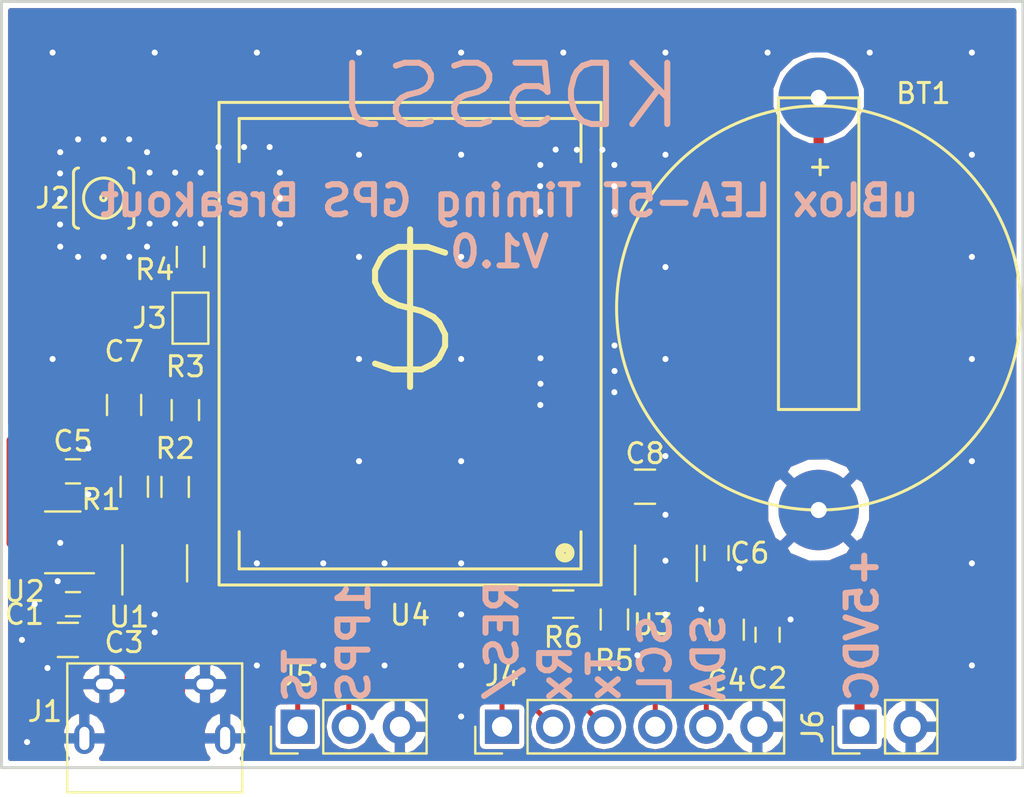
<source format=kicad_pcb>
(kicad_pcb (version 4) (host pcbnew 4.0.7)

  (general
    (links 146)
    (no_connects 0)
    (area 32.701238 38.024999 89.065001 81.010858)
    (thickness 1.6)
    (drawings 16)
    (tracks 153)
    (zones 0)
    (modules 121)
    (nets 35)
  )

  (page A4)
  (layers
    (0 F.Cu signal)
    (31 B.Cu signal)
    (32 B.Adhes user)
    (33 F.Adhes user)
    (34 B.Paste user)
    (35 F.Paste user)
    (36 B.SilkS user)
    (37 F.SilkS user)
    (38 B.Mask user)
    (39 F.Mask user)
    (40 Dwgs.User user)
    (41 Cmts.User user)
    (42 Eco1.User user)
    (43 Eco2.User user)
    (44 Edge.Cuts user)
    (45 Margin user)
    (46 B.CrtYd user)
    (47 F.CrtYd user)
    (48 B.Fab user hide)
    (49 F.Fab user hide)
  )

  (setup
    (last_trace_width 0.25)
    (trace_clearance 0.2)
    (zone_clearance 0.254)
    (zone_45_only no)
    (trace_min 0.2)
    (segment_width 0.2)
    (edge_width 0.15)
    (via_size 0.6)
    (via_drill 0.4)
    (via_min_size 0.4)
    (via_min_drill 0.3)
    (uvia_size 0.3)
    (uvia_drill 0.1)
    (uvias_allowed no)
    (uvia_min_size 0.2)
    (uvia_min_drill 0.1)
    (pcb_text_width 0.3)
    (pcb_text_size 1.5 1.5)
    (mod_edge_width 0.15)
    (mod_text_size 1 1)
    (mod_text_width 0.15)
    (pad_size 0.6 0.6)
    (pad_drill 0.3)
    (pad_to_mask_clearance 0.2)
    (aux_axis_origin 0 0)
    (visible_elements 7FFFFFFF)
    (pcbplotparams
      (layerselection 0x00030_80000001)
      (usegerberextensions false)
      (excludeedgelayer true)
      (linewidth 0.100000)
      (plotframeref false)
      (viasonmask false)
      (mode 1)
      (useauxorigin false)
      (hpglpennumber 1)
      (hpglpenspeed 20)
      (hpglpendiameter 15)
      (hpglpenoverlay 2)
      (psnegative false)
      (psa4output false)
      (plotreference true)
      (plotvalue true)
      (plotinvisibletext false)
      (padsonsilk false)
      (subtractmaskfromsilk false)
      (outputformat 1)
      (mirror false)
      (drillshape 1)
      (scaleselection 1)
      (outputdirectory ""))
  )

  (net 0 "")
  (net 1 GND)
  (net 2 VBUS)
  (net 3 /+5VDC)
  (net 4 "Net-(C5-Pad1)")
  (net 5 "Net-(C6-Pad1)")
  (net 6 "Net-(C7-Pad1)")
  (net 7 "Net-(C8-Pad1)")
  (net 8 "Net-(J3-Pad1)")
  (net 9 "Net-(J3-Pad2)")
  (net 10 "Net-(R4-Pad1)")
  (net 11 /SDA)
  (net 12 /SCL)
  (net 13 "Net-(J1-Pad2)")
  (net 14 "Net-(J1-Pad3)")
  (net 15 "Net-(J1-Pad4)")
  (net 16 "Net-(J2-Pad1)")
  (net 17 /RES/)
  (net 18 /RX)
  (net 19 /TX)
  (net 20 /TimeStamp)
  (net 21 /1PPS)
  (net 22 "Net-(R1-Pad1)")
  (net 23 "Net-(R1-Pad2)")
  (net 24 "Net-(R2-Pad1)")
  (net 25 "Net-(R2-Pad2)")
  (net 26 "Net-(U4-Pad21)")
  (net 27 "Net-(U4-Pad9)")
  (net 28 "Net-(U4-Pad5)")
  (net 29 "Net-(U4-Pad8)")
  (net 30 +BATT)
  (net 31 "Net-(U4-Pad12)")
  (net 32 "Net-(U4-Pad20)")
  (net 33 "Net-(U4-Pad22)")
  (net 34 "Net-(U4-Pad23)")

  (net_class Default "This is the default net class."
    (clearance 0.2)
    (trace_width 0.25)
    (via_dia 0.6)
    (via_drill 0.4)
    (uvia_dia 0.3)
    (uvia_drill 0.1)
    (add_net /1PPS)
    (add_net /RES/)
    (add_net /RX)
    (add_net /SCL)
    (add_net /SDA)
    (add_net /TX)
    (add_net /TimeStamp)
    (add_net GND)
    (add_net "Net-(C5-Pad1)")
    (add_net "Net-(C6-Pad1)")
    (add_net "Net-(J1-Pad2)")
    (add_net "Net-(J1-Pad3)")
    (add_net "Net-(J1-Pad4)")
    (add_net "Net-(J3-Pad1)")
    (add_net "Net-(J3-Pad2)")
    (add_net "Net-(R1-Pad1)")
    (add_net "Net-(R1-Pad2)")
    (add_net "Net-(R2-Pad1)")
    (add_net "Net-(R2-Pad2)")
    (add_net "Net-(R4-Pad1)")
    (add_net "Net-(U4-Pad12)")
    (add_net "Net-(U4-Pad20)")
    (add_net "Net-(U4-Pad21)")
    (add_net "Net-(U4-Pad22)")
    (add_net "Net-(U4-Pad23)")
    (add_net "Net-(U4-Pad5)")
    (add_net "Net-(U4-Pad8)")
    (add_net "Net-(U4-Pad9)")
  )

  (net_class Power ""
    (clearance 0.2)
    (trace_width 0.508)
    (via_dia 0.635)
    (via_drill 0.50038)
    (uvia_dia 0.3)
    (uvia_drill 0.1)
    (add_net +BATT)
    (add_net /+5VDC)
    (add_net "Net-(C7-Pad1)")
    (add_net "Net-(C8-Pad1)")
    (add_net VBUS)
  )

  (net_class StripLine ""
    (clearance 0.19812)
    (trace_width 1.09982)
    (via_dia 0.6)
    (via_drill 0.4)
    (uvia_dia 0.3)
    (uvia_drill 0.1)
    (add_net "Net-(J2-Pad1)")
  )

  (module RF:via_0_6mm (layer F.Cu) (tedit 5A2B08F5) (tstamp 5A3553A1)
    (at 68.588469 55.205987 270)
    (fp_text reference "" (at -0.025 3.1 270) (layer F.SilkS) hide
      (effects (font (size 1 1) (thickness 0.15)))
    )
    (fp_text value via_03 (at -0.05 1.875 270) (layer F.Fab)
      (effects (font (size 1 1) (thickness 0.15)))
    )
    (pad 1 thru_hole circle (at 0 0 270) (size 0.6 0.6) (drill 0.3) (layers *.Cu)
      (net 1 GND) (zone_connect 2))
  )

  (module RF:via_0_6mm (layer F.Cu) (tedit 5A2B08F5) (tstamp 5A35539D)
    (at 68.588469 56.475987 270)
    (fp_text reference "" (at -0.025 3.1 270) (layer F.SilkS) hide
      (effects (font (size 1 1) (thickness 0.15)))
    )
    (fp_text value via_03 (at -0.05 1.875 270) (layer F.Fab)
      (effects (font (size 1 1) (thickness 0.15)))
    )
    (pad 1 thru_hole circle (at 0 0 270) (size 0.6 0.6) (drill 0.3) (layers *.Cu)
      (net 1 GND) (zone_connect 2))
  )

  (module RF:via_0_6mm (layer F.Cu) (tedit 5A2B08F5) (tstamp 5A355399)
    (at 68.58 57.531 180)
    (fp_text reference "" (at -0.025 3.1 180) (layer F.SilkS) hide
      (effects (font (size 1 1) (thickness 0.15)))
    )
    (fp_text value via_03 (at -0.05 1.875 180) (layer F.Fab)
      (effects (font (size 1 1) (thickness 0.15)))
    )
    (pad 1 thru_hole circle (at 0 0 180) (size 0.6 0.6) (drill 0.3) (layers *.Cu)
      (net 1 GND) (zone_connect 2))
  )

  (module RF:via_0_6mm (layer F.Cu) (tedit 5A2B08F5) (tstamp 5A355377)
    (at 64.905469 55.840987 270)
    (fp_text reference "" (at -0.025 3.1 270) (layer F.SilkS) hide
      (effects (font (size 1 1) (thickness 0.15)))
    )
    (fp_text value via_03 (at -0.05 1.875 270) (layer F.Fab)
      (effects (font (size 1 1) (thickness 0.15)))
    )
    (pad 1 thru_hole circle (at 0 0 270) (size 0.6 0.6) (drill 0.3) (layers *.Cu)
      (net 1 GND) (zone_connect 2))
  )

  (module RF:via_0_6mm (layer F.Cu) (tedit 5A2B08F5) (tstamp 5A355373)
    (at 64.905469 57.110987 270)
    (fp_text reference "" (at -0.025 3.1 270) (layer F.SilkS) hide
      (effects (font (size 1 1) (thickness 0.15)))
    )
    (fp_text value via_03 (at -0.05 1.875 270) (layer F.Fab)
      (effects (font (size 1 1) (thickness 0.15)))
    )
    (pad 1 thru_hole circle (at 0 0 270) (size 0.6 0.6) (drill 0.3) (layers *.Cu)
      (net 1 GND) (zone_connect 2))
  )

  (module RF:via_0_6mm (layer F.Cu) (tedit 5A2B08F5) (tstamp 5A35536F)
    (at 64.897 58.166 180)
    (fp_text reference "" (at -0.025 3.1 180) (layer F.SilkS) hide
      (effects (font (size 1 1) (thickness 0.15)))
    )
    (fp_text value via_03 (at -0.05 1.875 180) (layer F.Fab)
      (effects (font (size 1 1) (thickness 0.15)))
    )
    (pad 1 thru_hole circle (at 0 0 180) (size 0.6 0.6) (drill 0.3) (layers *.Cu)
      (net 1 GND) (zone_connect 2))
  )

  (module RF:via_0_6mm (layer F.Cu) (tedit 5A2B08F5) (tstamp 5A355354)
    (at 67.984013 45.474469 180)
    (fp_text reference "" (at -0.025 3.1 180) (layer F.SilkS) hide
      (effects (font (size 1 1) (thickness 0.15)))
    )
    (fp_text value via_03 (at -0.05 1.875 180) (layer F.Fab)
      (effects (font (size 1 1) (thickness 0.15)))
    )
    (pad 1 thru_hole circle (at 0 0 180) (size 0.6 0.6) (drill 0.3) (layers *.Cu)
      (net 1 GND) (zone_connect 2))
  )

  (module RF:via_0_6mm (layer F.Cu) (tedit 5A2B08F5) (tstamp 5A355350)
    (at 66.714013 45.474469 180)
    (fp_text reference "" (at -0.025 3.1 180) (layer F.SilkS) hide
      (effects (font (size 1 1) (thickness 0.15)))
    )
    (fp_text value via_03 (at -0.05 1.875 180) (layer F.Fab)
      (effects (font (size 1 1) (thickness 0.15)))
    )
    (pad 1 thru_hole circle (at 0 0 180) (size 0.6 0.6) (drill 0.3) (layers *.Cu)
      (net 1 GND) (zone_connect 2))
  )

  (module RF:via_0_6mm (layer F.Cu) (tedit 5A2B08F5) (tstamp 5A35534C)
    (at 65.659 45.466 90)
    (fp_text reference "" (at -0.025 3.1 90) (layer F.SilkS) hide
      (effects (font (size 1 1) (thickness 0.15)))
    )
    (fp_text value via_03 (at -0.05 1.875 90) (layer F.Fab)
      (effects (font (size 1 1) (thickness 0.15)))
    )
    (pad 1 thru_hole circle (at 0 0 90) (size 0.6 0.6) (drill 0.3) (layers *.Cu)
      (net 1 GND) (zone_connect 2))
  )

  (module RF:via_0_6mm (layer F.Cu) (tedit 5A2B08F5) (tstamp 5A355348)
    (at 68.571531 48.553013 90)
    (fp_text reference "" (at -0.025 3.1 90) (layer F.SilkS) hide
      (effects (font (size 1 1) (thickness 0.15)))
    )
    (fp_text value via_03 (at -0.05 1.875 90) (layer F.Fab)
      (effects (font (size 1 1) (thickness 0.15)))
    )
    (pad 1 thru_hole circle (at 0 0 90) (size 0.6 0.6) (drill 0.3) (layers *.Cu)
      (net 1 GND) (zone_connect 2))
  )

  (module RF:via_0_6mm (layer F.Cu) (tedit 5A2B08F5) (tstamp 5A355344)
    (at 68.571531 47.283013 90)
    (fp_text reference "" (at -0.025 3.1 90) (layer F.SilkS) hide
      (effects (font (size 1 1) (thickness 0.15)))
    )
    (fp_text value via_03 (at -0.05 1.875 90) (layer F.Fab)
      (effects (font (size 1 1) (thickness 0.15)))
    )
    (pad 1 thru_hole circle (at 0 0 90) (size 0.6 0.6) (drill 0.3) (layers *.Cu)
      (net 1 GND) (zone_connect 2))
  )

  (module RF:via_0_6mm (layer F.Cu) (tedit 5A2B08F5) (tstamp 5A355340)
    (at 68.58 46.228)
    (fp_text reference "" (at -0.025 3.1) (layer F.SilkS) hide
      (effects (font (size 1 1) (thickness 0.15)))
    )
    (fp_text value via_03 (at -0.05 1.875) (layer F.Fab)
      (effects (font (size 1 1) (thickness 0.15)))
    )
    (pad 1 thru_hole circle (at 0 0) (size 0.6 0.6) (drill 0.3) (layers *.Cu)
      (net 1 GND) (zone_connect 2))
  )

  (module RF:via_0_6mm (layer F.Cu) (tedit 5A2B08F5) (tstamp 5A35533C)
    (at 64.888531 48.553013 90)
    (fp_text reference "" (at -0.025 3.1 90) (layer F.SilkS) hide
      (effects (font (size 1 1) (thickness 0.15)))
    )
    (fp_text value via_03 (at -0.05 1.875 90) (layer F.Fab)
      (effects (font (size 1 1) (thickness 0.15)))
    )
    (pad 1 thru_hole circle (at 0 0 90) (size 0.6 0.6) (drill 0.3) (layers *.Cu)
      (net 1 GND) (zone_connect 2))
  )

  (module RF:via_0_6mm (layer F.Cu) (tedit 5A2B08F5) (tstamp 5A355338)
    (at 64.888531 47.283013 90)
    (fp_text reference "" (at -0.025 3.1 90) (layer F.SilkS) hide
      (effects (font (size 1 1) (thickness 0.15)))
    )
    (fp_text value via_03 (at -0.05 1.875 90) (layer F.Fab)
      (effects (font (size 1 1) (thickness 0.15)))
    )
    (pad 1 thru_hole circle (at 0 0 90) (size 0.6 0.6) (drill 0.3) (layers *.Cu)
      (net 1 GND) (zone_connect 2))
  )

  (module RF:via_0_6mm (layer F.Cu) (tedit 5A2B08F5) (tstamp 5A355334)
    (at 64.897 46.228)
    (fp_text reference "" (at -0.025 3.1) (layer F.SilkS) hide
      (effects (font (size 1 1) (thickness 0.15)))
    )
    (fp_text value via_03 (at -0.05 1.875) (layer F.Fab)
      (effects (font (size 1 1) (thickness 0.15)))
    )
    (pad 1 thru_hole circle (at 0 0) (size 0.6 0.6) (drill 0.3) (layers *.Cu)
      (net 1 GND) (zone_connect 2))
  )

  (module RF:via_0_6mm (layer F.Cu) (tedit 5A2B08F5) (tstamp 5A35459E)
    (at 41.021 50.292)
    (fp_text reference "" (at -0.025 3.1) (layer F.SilkS) hide
      (effects (font (size 1 1) (thickness 0.15)))
    )
    (fp_text value via_03 (at -0.05 1.875) (layer F.Fab)
      (effects (font (size 1 1) (thickness 0.15)))
    )
    (pad 1 thru_hole circle (at 0 0) (size 0.6 0.6) (drill 0.3) (layers *.Cu)
      (net 1 GND) (zone_connect 2))
  )

  (module RF:via_0_6mm (layer F.Cu) (tedit 5A2B08F5) (tstamp 5A354585)
    (at 45.339 50.292)
    (fp_text reference "" (at -0.025 3.1) (layer F.SilkS) hide
      (effects (font (size 1 1) (thickness 0.15)))
    )
    (fp_text value via_03 (at -0.05 1.875) (layer F.Fab)
      (effects (font (size 1 1) (thickness 0.15)))
    )
    (pad 1 thru_hole circle (at 0 0) (size 0.6 0.6) (drill 0.3) (layers *.Cu)
      (net 1 GND) (zone_connect 2))
  )

  (module RF:via_0_6mm (layer F.Cu) (tedit 5A2B08F5) (tstamp 5A354562)
    (at 45.339 45.593)
    (fp_text reference "" (at -0.025 3.1) (layer F.SilkS) hide
      (effects (font (size 1 1) (thickness 0.15)))
    )
    (fp_text value via_03 (at -0.05 1.875) (layer F.Fab)
      (effects (font (size 1 1) (thickness 0.15)))
    )
    (pad 1 thru_hole circle (at 0 0) (size 0.6 0.6) (drill 0.3) (layers *.Cu)
      (net 1 GND) (zone_connect 2))
  )

  (module RF:via_0_6mm (layer F.Cu) (tedit 5A2B08F5) (tstamp 5A3544C0)
    (at 44.45 44.958)
    (fp_text reference "" (at -0.025 3.1) (layer F.SilkS) hide
      (effects (font (size 1 1) (thickness 0.15)))
    )
    (fp_text value via_03 (at -4.064 0.127) (layer F.Fab)
      (effects (font (size 1 1) (thickness 0.15)))
    )
    (pad 1 thru_hole circle (at 0 0) (size 0.6 0.6) (drill 0.3) (layers *.Cu)
      (net 1 GND) (zone_connect 2))
  )

  (module RF:via_0_6mm (layer F.Cu) (tedit 5A2B08F5) (tstamp 5A3544BC)
    (at 43.18 44.958)
    (fp_text reference "" (at -0.025 3.1) (layer F.SilkS) hide
      (effects (font (size 1 1) (thickness 0.15)))
    )
    (fp_text value via_03 (at -4.826 -0.254) (layer F.Fab)
      (effects (font (size 1 1) (thickness 0.15)))
    )
    (pad 1 thru_hole circle (at 0 0) (size 0.6 0.6) (drill 0.3) (layers *.Cu)
      (net 1 GND) (zone_connect 2))
  )

  (module RF:via_0_6mm (layer F.Cu) (tedit 5A2B08F5) (tstamp 5A3544B8)
    (at 41.91 44.958)
    (fp_text reference "" (at -0.025 3.1) (layer F.SilkS) hide
      (effects (font (size 1 1) (thickness 0.15)))
    )
    (fp_text value via_03 (at -4.826 -0.254) (layer F.Fab)
      (effects (font (size 1 1) (thickness 0.15)))
    )
    (pad 1 thru_hole circle (at 0 0) (size 0.6 0.6) (drill 0.3) (layers *.Cu)
      (net 1 GND) (zone_connect 2))
  )

  (module RF:via_0_6mm (layer F.Cu) (tedit 5A2B08F5) (tstamp 5A3544B4)
    (at 44.45 50.8)
    (fp_text reference "" (at -0.025 3.1) (layer F.SilkS) hide
      (effects (font (size 1 1) (thickness 0.15)))
    )
    (fp_text value via_03 (at -4.826 -0.254) (layer F.Fab)
      (effects (font (size 1 1) (thickness 0.15)))
    )
    (pad 1 thru_hole circle (at 0 0) (size 0.6 0.6) (drill 0.3) (layers *.Cu)
      (net 1 GND) (zone_connect 2))
  )

  (module RF:via_0_6mm (layer F.Cu) (tedit 5A2B08F5) (tstamp 5A3544B0)
    (at 43.18 50.8)
    (fp_text reference "" (at -0.025 3.1) (layer F.SilkS) hide
      (effects (font (size 1 1) (thickness 0.15)))
    )
    (fp_text value via_03 (at -4.826 -0.254) (layer F.Fab)
      (effects (font (size 1 1) (thickness 0.15)))
    )
    (pad 1 thru_hole circle (at 0 0) (size 0.6 0.6) (drill 0.3) (layers *.Cu)
      (net 1 GND) (zone_connect 2))
  )

  (module RF:via_0_6mm (layer F.Cu) (tedit 5A2B08F5) (tstamp 5A3543C6)
    (at 41.012531 46.648013 90)
    (fp_text reference "" (at -0.025 3.1 90) (layer F.SilkS) hide
      (effects (font (size 1 1) (thickness 0.15)))
    )
    (fp_text value via_03 (at -0.05 1.875 90) (layer F.Fab)
      (effects (font (size 1 1) (thickness 0.15)))
    )
    (pad 1 thru_hole circle (at 0 0 90) (size 0.6 0.6) (drill 0.3) (layers *.Cu)
      (net 1 GND) (zone_connect 2))
  )

  (module RF:via_0_6mm (layer F.Cu) (tedit 5A2B08F5) (tstamp 5A3543C2)
    (at 41.012531 47.918013 90)
    (fp_text reference "" (at -0.025 3.1 90) (layer F.SilkS) hide
      (effects (font (size 1 1) (thickness 0.15)))
    )
    (fp_text value via_03 (at -0.05 1.875 90) (layer F.Fab)
      (effects (font (size 1 1) (thickness 0.15)))
    )
    (pad 1 thru_hole circle (at 0 0 90) (size 0.6 0.6) (drill 0.3) (layers *.Cu)
      (net 1 GND) (zone_connect 2))
  )

  (module RF:via_0_6mm (layer F.Cu) (tedit 5A2B08F5) (tstamp 5A3543BE)
    (at 41.012531 49.188013 90)
    (fp_text reference "" (at -0.025 3.1 90) (layer F.SilkS) hide
      (effects (font (size 1 1) (thickness 0.15)))
    )
    (fp_text value via_03 (at -0.05 1.875 90) (layer F.Fab)
      (effects (font (size 1 1) (thickness 0.15)))
    )
    (pad 1 thru_hole circle (at 0 0 90) (size 0.6 0.6) (drill 0.3) (layers *.Cu)
      (net 1 GND) (zone_connect 2))
  )

  (module RF:via_0_6mm (layer F.Cu) (tedit 5A2B08F5) (tstamp 5A3543BA)
    (at 51.943 49.149)
    (fp_text reference "" (at -0.025 3.1) (layer F.SilkS) hide
      (effects (font (size 1 1) (thickness 0.15)))
    )
    (fp_text value via_03 (at -0.05 1.875) (layer F.Fab)
      (effects (font (size 1 1) (thickness 0.15)))
    )
    (pad 1 thru_hole circle (at 0 0) (size 0.6 0.6) (drill 0.3) (layers *.Cu)
      (net 1 GND) (zone_connect 2))
  )

  (module RF:via_0_6mm (layer F.Cu) (tedit 5A2B08F5) (tstamp 5A3543B6)
    (at 51.435 45.339)
    (fp_text reference "" (at -0.025 3.1) (layer F.SilkS) hide
      (effects (font (size 1 1) (thickness 0.15)))
    )
    (fp_text value via_03 (at -0.05 1.875) (layer F.Fab)
      (effects (font (size 1 1) (thickness 0.15)))
    )
    (pad 1 thru_hole circle (at 0 0) (size 0.6 0.6) (drill 0.3) (layers *.Cu)
      (net 1 GND) (zone_connect 2))
  )

  (module RF:via_0_6mm (layer F.Cu) (tedit 5A2B08F5) (tstamp 5A3543B2)
    (at 50.165 45.339)
    (fp_text reference "" (at -0.025 3.1) (layer F.SilkS) hide
      (effects (font (size 1 1) (thickness 0.15)))
    )
    (fp_text value via_03 (at -0.05 1.875) (layer F.Fab)
      (effects (font (size 1 1) (thickness 0.15)))
    )
    (pad 1 thru_hole circle (at 0 0) (size 0.6 0.6) (drill 0.3) (layers *.Cu)
      (net 1 GND) (zone_connect 2))
  )

  (module RF:via_0_6mm (layer F.Cu) (tedit 5A2B08F5) (tstamp 5A3543AE)
    (at 48.895 45.339)
    (fp_text reference "" (at -0.025 3.1) (layer F.SilkS) hide
      (effects (font (size 1 1) (thickness 0.15)))
    )
    (fp_text value via_03 (at -0.05 1.875) (layer F.Fab)
      (effects (font (size 1 1) (thickness 0.15)))
    )
    (pad 1 thru_hole circle (at 0 0) (size 0.6 0.6) (drill 0.3) (layers *.Cu)
      (net 1 GND) (zone_connect 2))
  )

  (module RF:via_0_6mm (layer F.Cu) (tedit 5A2B08F5) (tstamp 5A3543AA)
    (at 51.943 47.879)
    (fp_text reference "" (at -0.025 3.1) (layer F.SilkS) hide
      (effects (font (size 1 1) (thickness 0.15)))
    )
    (fp_text value via_03 (at -0.05 1.875) (layer F.Fab)
      (effects (font (size 1 1) (thickness 0.15)))
    )
    (pad 1 thru_hole circle (at 0 0) (size 0.6 0.6) (drill 0.3) (layers *.Cu)
      (net 1 GND) (zone_connect 2))
  )

  (module RF:via_0_6mm (layer F.Cu) (tedit 5A2B08F5) (tstamp 5A3543A6)
    (at 48.006 49.149)
    (fp_text reference "" (at -0.025 3.1) (layer F.SilkS) hide
      (effects (font (size 1 1) (thickness 0.15)))
    )
    (fp_text value via_03 (at -0.05 1.875) (layer F.Fab)
      (effects (font (size 1 1) (thickness 0.15)))
    )
    (pad 1 thru_hole circle (at 0 0) (size 0.6 0.6) (drill 0.3) (layers *.Cu)
      (net 1 GND) (zone_connect 2))
  )

  (module RF:via_0_6mm (layer F.Cu) (tedit 5A2B08F5) (tstamp 5A3543A2)
    (at 46.736 49.149)
    (fp_text reference "" (at -0.025 3.1) (layer F.SilkS) hide
      (effects (font (size 1 1) (thickness 0.15)))
    )
    (fp_text value via_03 (at -0.05 1.875) (layer F.Fab)
      (effects (font (size 1 1) (thickness 0.15)))
    )
    (pad 1 thru_hole circle (at 0 0) (size 0.6 0.6) (drill 0.3) (layers *.Cu)
      (net 1 GND) (zone_connect 2))
  )

  (module RF:via_0_6mm (layer F.Cu) (tedit 5A2B08F5) (tstamp 5A35439E)
    (at 45.466 49.149)
    (fp_text reference "" (at -0.025 3.1) (layer F.SilkS) hide
      (effects (font (size 1 1) (thickness 0.15)))
    )
    (fp_text value via_03 (at -10.16 -0.635) (layer F.Fab)
      (effects (font (size 1 1) (thickness 0.15)))
    )
    (pad 1 thru_hole circle (at 0 0) (size 0.6 0.6) (drill 0.3) (layers *.Cu)
      (net 1 GND) (zone_connect 2))
  )

  (module RF:via_0_6mm (layer F.Cu) (tedit 5A2B08F5) (tstamp 5A35439A)
    (at 51.943 46.609)
    (fp_text reference "" (at -0.025 3.1) (layer F.SilkS) hide
      (effects (font (size 1 1) (thickness 0.15)))
    )
    (fp_text value via_03 (at -0.05 1.875) (layer F.Fab)
      (effects (font (size 1 1) (thickness 0.15)))
    )
    (pad 1 thru_hole circle (at 0 0) (size 0.6 0.6) (drill 0.3) (layers *.Cu)
      (net 1 GND) (zone_connect 2))
  )

  (module RF:via_0_6mm (layer F.Cu) (tedit 5A2B08F5) (tstamp 5A354396)
    (at 48.006 46.609)
    (fp_text reference "" (at -0.025 3.1) (layer F.SilkS) hide
      (effects (font (size 1 1) (thickness 0.15)))
    )
    (fp_text value via_03 (at -0.05 1.875) (layer F.Fab)
      (effects (font (size 1 1) (thickness 0.15)))
    )
    (pad 1 thru_hole circle (at 0 0) (size 0.6 0.6) (drill 0.3) (layers *.Cu)
      (net 1 GND) (zone_connect 2))
  )

  (module RF:via_0_6mm (layer F.Cu) (tedit 5A2B08F5) (tstamp 5A354392)
    (at 46.736 46.609)
    (fp_text reference "" (at -0.025 3.1) (layer F.SilkS) hide
      (effects (font (size 1 1) (thickness 0.15)))
    )
    (fp_text value via_03 (at -0.05 1.875) (layer F.Fab)
      (effects (font (size 1 1) (thickness 0.15)))
    )
    (pad 1 thru_hole circle (at 0 0) (size 0.6 0.6) (drill 0.3) (layers *.Cu)
      (net 1 GND) (zone_connect 2))
  )

  (module RF:via_0_6mm (layer F.Cu) (tedit 5A2B08F5) (tstamp 5A35438E)
    (at 45.466 46.609)
    (fp_text reference "" (at -0.025 3.1) (layer F.SilkS) hide
      (effects (font (size 1 1) (thickness 0.15)))
    )
    (fp_text value via_03 (at -0.05 1.875) (layer F.Fab)
      (effects (font (size 1 1) (thickness 0.15)))
    )
    (pad 1 thru_hole circle (at 0 0) (size 0.6 0.6) (drill 0.3) (layers *.Cu)
      (net 1 GND) (zone_connect 2))
  )

  (module RF:via_0_6mm (layer F.Cu) (tedit 5A2B08F5) (tstamp 5A34931E)
    (at 39.116 69.85)
    (fp_text reference "" (at -0.025 3.1) (layer F.SilkS) hide
      (effects (font (size 1 1) (thickness 0.15)))
    )
    (fp_text value via_03 (at -0.05 1.875) (layer F.Fab)
      (effects (font (size 1 1) (thickness 0.15)))
    )
    (pad 1 thru_hole circle (at 0 0) (size 0.6 0.6) (drill 0.3) (layers *.Cu)
      (net 1 GND) (zone_connect 2))
  )

  (module RF:via_0_6mm (layer F.Cu) (tedit 5A2B08F5) (tstamp 5A349310)
    (at 39.751 68.072)
    (fp_text reference "" (at -0.025 3.1) (layer F.SilkS) hide
      (effects (font (size 1 1) (thickness 0.15)))
    )
    (fp_text value via_03 (at -0.05 1.875) (layer F.Fab)
      (effects (font (size 1 1) (thickness 0.15)))
    )
    (pad 1 thru_hole circle (at 0 0) (size 0.6 0.6) (drill 0.3) (layers *.Cu)
      (net 1 GND) (zone_connect 2))
  )

  (module RF:via_0_6mm (layer F.Cu) (tedit 5A2B08F5) (tstamp 5A349306)
    (at 40.894 66.929)
    (fp_text reference "" (at -0.025 3.1) (layer F.SilkS) hide
      (effects (font (size 1 1) (thickness 0.15)))
    )
    (fp_text value via_03 (at -0.05 1.875) (layer F.Fab)
      (effects (font (size 1 1) (thickness 0.15)))
    )
    (pad 1 thru_hole circle (at 0 0) (size 0.6 0.6) (drill 0.3) (layers *.Cu)
      (net 1 GND) (zone_connect 2))
  )

  (module RF:via_0_6mm (layer F.Cu) (tedit 5A2B08F5) (tstamp 5A3492F5)
    (at 41.021 65.024)
    (fp_text reference "" (at -0.025 3.1) (layer F.SilkS) hide
      (effects (font (size 1 1) (thickness 0.15)))
    )
    (fp_text value via_03 (at -0.05 1.875) (layer F.Fab)
      (effects (font (size 1 1) (thickness 0.15)))
    )
    (pad 1 thru_hole circle (at 0 0) (size 0.6 0.6) (drill 0.3) (layers *.Cu)
      (net 1 GND) (zone_connect 2))
  )

  (module RF:via_0_6mm (layer F.Cu) (tedit 5A2B08F5) (tstamp 5A3492E4)
    (at 42.418 60.325)
    (fp_text reference "" (at -0.025 3.1) (layer F.SilkS) hide
      (effects (font (size 1 1) (thickness 0.15)))
    )
    (fp_text value via_03 (at -0.05 1.875) (layer F.Fab)
      (effects (font (size 1 1) (thickness 0.15)))
    )
    (pad 1 thru_hole circle (at 0 0) (size 0.6 0.6) (drill 0.3) (layers *.Cu)
      (net 1 GND) (zone_connect 2))
  )

  (module RF:via_0_6mm (layer F.Cu) (tedit 5A2B08F5) (tstamp 5A3492D3)
    (at 42.418 62.611)
    (fp_text reference "" (at -0.025 3.1) (layer F.SilkS) hide
      (effects (font (size 1 1) (thickness 0.15)))
    )
    (fp_text value via_03 (at -0.05 1.875) (layer F.Fab)
      (effects (font (size 1 1) (thickness 0.15)))
    )
    (pad 1 thru_hole circle (at 0 0) (size 0.6 0.6) (drill 0.3) (layers *.Cu)
      (net 1 GND) (zone_connect 2))
  )

  (module RF:via_0_6mm (layer F.Cu) (tedit 5A2B08F5) (tstamp 5A34920C)
    (at 69.723 70.612)
    (fp_text reference "" (at -0.025 3.1) (layer F.SilkS) hide
      (effects (font (size 1 1) (thickness 0.15)))
    )
    (fp_text value via_03 (at -0.05 1.875) (layer F.Fab)
      (effects (font (size 1 1) (thickness 0.15)))
    )
    (pad 1 thru_hole circle (at 0 0) (size 0.6 0.6) (drill 0.3) (layers *.Cu)
      (net 1 GND) (zone_connect 2))
  )

  (module RF:via_0_6mm (layer F.Cu) (tedit 5A2B08F5) (tstamp 5A3491DF)
    (at 77.343 68.834)
    (fp_text reference "" (at -0.025 3.1) (layer F.SilkS) hide
      (effects (font (size 1 1) (thickness 0.15)))
    )
    (fp_text value via_03 (at -0.05 1.875) (layer F.Fab)
      (effects (font (size 1 1) (thickness 0.15)))
    )
    (pad 1 thru_hole circle (at 0 0) (size 0.6 0.6) (drill 0.3) (layers *.Cu)
      (net 1 GND) (zone_connect 2))
  )

  (module RF:via_0_6mm (layer F.Cu) (tedit 5A2B08F5) (tstamp 5A3491C4)
    (at 74.803 66.294)
    (fp_text reference "" (at -0.025 3.1) (layer F.SilkS) hide
      (effects (font (size 1 1) (thickness 0.15)))
    )
    (fp_text value via_03 (at -0.05 1.875) (layer F.Fab)
      (effects (font (size 1 1) (thickness 0.15)))
    )
    (pad 1 thru_hole circle (at 0 0) (size 0.6 0.6) (drill 0.3) (layers *.Cu)
      (net 1 GND) (zone_connect 2))
  )

  (module RF:via_0_6mm (layer F.Cu) (tedit 5A2B08F5) (tstamp 5A348FF1)
    (at 45.72 69.469)
    (fp_text reference "" (at -0.025 3.1) (layer F.SilkS) hide
      (effects (font (size 1 1) (thickness 0.15)))
    )
    (fp_text value via_03 (at -0.05 1.875) (layer F.Fab)
      (effects (font (size 1 1) (thickness 0.15)))
    )
    (pad 1 thru_hole circle (at 0 0) (size 0.6 0.6) (drill 0.3) (layers *.Cu)
      (net 1 GND) (zone_connect 2))
  )

  (module RF:via_0_6mm (layer F.Cu) (tedit 5A2B08F5) (tstamp 5A348FE7)
    (at 45.72 68.58)
    (fp_text reference "" (at -0.025 3.1) (layer F.SilkS) hide
      (effects (font (size 1 1) (thickness 0.15)))
    )
    (fp_text value via_03 (at -0.05 1.875) (layer F.Fab)
      (effects (font (size 1 1) (thickness 0.15)))
    )
    (pad 1 thru_hole circle (at 0 0) (size 0.6 0.6) (drill 0.3) (layers *.Cu)
      (net 1 GND) (zone_connect 2))
  )

  (module RF:via_0_6mm (layer F.Cu) (tedit 5A2B08F5) (tstamp 5A3480CE)
    (at 71.12 60.706)
    (fp_text reference "" (at -0.025 3.1) (layer F.SilkS) hide
      (effects (font (size 1 1) (thickness 0.15)))
    )
    (fp_text value via_03 (at -0.05 1.875) (layer F.Fab)
      (effects (font (size 1 1) (thickness 0.15)))
    )
    (pad 1 thru_hole circle (at 0 0) (size 0.6 0.6) (drill 0.3) (layers *.Cu)
      (net 1 GND) (zone_connect 2))
  )

  (module RF:via_0_6mm (layer F.Cu) (tedit 5A2B08F5) (tstamp 5A3480CA)
    (at 71.12 51.308)
    (fp_text reference "" (at -0.025 3.1) (layer F.SilkS) hide
      (effects (font (size 1 1) (thickness 0.15)))
    )
    (fp_text value via_03 (at -0.05 1.875) (layer F.Fab)
      (effects (font (size 1 1) (thickness 0.15)))
    )
    (pad 1 thru_hole circle (at 0 0) (size 0.6 0.6) (drill 0.3) (layers *.Cu)
      (net 1 GND) (zone_connect 2))
  )

  (module RF:via_0_6mm (layer F.Cu) (tedit 5A2B08F5) (tstamp 5A3480C6)
    (at 71.12 55.88)
    (fp_text reference "" (at -0.025 3.1) (layer F.SilkS) hide
      (effects (font (size 1 1) (thickness 0.15)))
    )
    (fp_text value via_03 (at -0.05 1.875) (layer F.Fab)
      (effects (font (size 1 1) (thickness 0.15)))
    )
    (pad 1 thru_hole circle (at 0 0) (size 0.6 0.6) (drill 0.3) (layers *.Cu)
      (net 1 GND) (zone_connect 2))
  )

  (module RF:via_0_6mm (layer F.Cu) (tedit 5A2B08F5) (tstamp 5A3480C2)
    (at 71.12 45.72)
    (fp_text reference "" (at -0.025 3.1) (layer F.SilkS) hide
      (effects (font (size 1 1) (thickness 0.15)))
    )
    (fp_text value via_03 (at -0.05 1.875) (layer F.Fab)
      (effects (font (size 1 1) (thickness 0.15)))
    )
    (pad 1 thru_hole circle (at 0 0) (size 0.6 0.6) (drill 0.3) (layers *.Cu)
      (net 1 GND) (zone_connect 2))
  )

  (module RF:via_0_6mm (layer F.Cu) (tedit 5A2B08F5) (tstamp 5A347E34)
    (at 60.96 60.96)
    (fp_text reference "" (at -0.025 3.1) (layer F.SilkS) hide
      (effects (font (size 1 1) (thickness 0.15)))
    )
    (fp_text value via_03 (at -0.05 1.875) (layer F.Fab)
      (effects (font (size 1 1) (thickness 0.15)))
    )
    (pad 1 thru_hole circle (at 0 0) (size 0.6 0.6) (drill 0.3) (layers *.Cu)
      (net 1 GND) (zone_connect 2))
  )

  (module RF:via_0_6mm (layer F.Cu) (tedit 5A2B08F5) (tstamp 5A347E30)
    (at 55.88 55.88)
    (fp_text reference "" (at -0.025 3.1) (layer F.SilkS) hide
      (effects (font (size 1 1) (thickness 0.15)))
    )
    (fp_text value via_03 (at -0.05 1.875) (layer F.Fab)
      (effects (font (size 1 1) (thickness 0.15)))
    )
    (pad 1 thru_hole circle (at 0 0) (size 0.6 0.6) (drill 0.3) (layers *.Cu)
      (net 1 GND) (zone_connect 2))
  )

  (module RF:via_0_6mm (layer F.Cu) (tedit 5A2B08F5) (tstamp 5A347E2C)
    (at 60.96 55.88)
    (fp_text reference "" (at -0.025 3.1) (layer F.SilkS) hide
      (effects (font (size 1 1) (thickness 0.15)))
    )
    (fp_text value via_03 (at -0.05 1.875) (layer F.Fab)
      (effects (font (size 1 1) (thickness 0.15)))
    )
    (pad 1 thru_hole circle (at 0 0) (size 0.6 0.6) (drill 0.3) (layers *.Cu)
      (net 1 GND) (zone_connect 2))
  )

  (module RF:via_0_6mm (layer F.Cu) (tedit 5A2B08F5) (tstamp 5A347E28)
    (at 55.88 50.8)
    (fp_text reference "" (at -0.025 3.1) (layer F.SilkS) hide
      (effects (font (size 1 1) (thickness 0.15)))
    )
    (fp_text value via_03 (at -0.05 1.875) (layer F.Fab)
      (effects (font (size 1 1) (thickness 0.15)))
    )
    (pad 1 thru_hole circle (at 0 0) (size 0.6 0.6) (drill 0.3) (layers *.Cu)
      (net 1 GND) (zone_connect 2))
  )

  (module RF:via_0_6mm (layer F.Cu) (tedit 5A2B08F5) (tstamp 5A347E24)
    (at 60.96 50.8)
    (fp_text reference "" (at -0.025 3.1) (layer F.SilkS) hide
      (effects (font (size 1 1) (thickness 0.15)))
    )
    (fp_text value via_03 (at -0.05 1.875) (layer F.Fab)
      (effects (font (size 1 1) (thickness 0.15)))
    )
    (pad 1 thru_hole circle (at 0 0) (size 0.6 0.6) (drill 0.3) (layers *.Cu)
      (net 1 GND) (zone_connect 2))
  )

  (module RF:via_0_6mm (layer F.Cu) (tedit 5A2B08F5) (tstamp 5A347E20)
    (at 55.88 45.72)
    (fp_text reference "" (at -0.025 3.1) (layer F.SilkS) hide
      (effects (font (size 1 1) (thickness 0.15)))
    )
    (fp_text value via_03 (at -0.05 1.875) (layer F.Fab)
      (effects (font (size 1 1) (thickness 0.15)))
    )
    (pad 1 thru_hole circle (at 0 0) (size 0.6 0.6) (drill 0.3) (layers *.Cu)
      (net 1 GND) (zone_connect 2))
  )

  (module RF:via_0_6mm (layer F.Cu) (tedit 5A2B08F5) (tstamp 5A347E1C)
    (at 60.96 45.72)
    (fp_text reference "" (at -0.025 3.1) (layer F.SilkS) hide
      (effects (font (size 1 1) (thickness 0.15)))
    )
    (fp_text value via_03 (at -0.05 1.875) (layer F.Fab)
      (effects (font (size 1 1) (thickness 0.15)))
    )
    (pad 1 thru_hole circle (at 0 0) (size 0.6 0.6) (drill 0.3) (layers *.Cu)
      (net 1 GND) (zone_connect 2))
  )

  (module RF:via_0_6mm (layer F.Cu) (tedit 5A2B08F5) (tstamp 5A347DC2)
    (at 40.64 55.88)
    (fp_text reference "" (at -0.025 3.1) (layer F.SilkS) hide
      (effects (font (size 1 1) (thickness 0.15)))
    )
    (fp_text value via_03 (at -0.05 1.875) (layer F.Fab)
      (effects (font (size 1 1) (thickness 0.15)))
    )
    (pad 1 thru_hole circle (at 0 0) (size 0.6 0.6) (drill 0.3) (layers *.Cu)
      (net 1 GND) (zone_connect 2))
  )

  (module RF:via_0_6mm (layer F.Cu) (tedit 5A2B08F5) (tstamp 5A347DBE)
    (at 41.91 50.8)
    (fp_text reference "" (at -0.025 3.1) (layer F.SilkS) hide
      (effects (font (size 1 1) (thickness 0.15)))
    )
    (fp_text value via_03 (at -4.826 -0.254) (layer F.Fab)
      (effects (font (size 1 1) (thickness 0.15)))
    )
    (pad 1 thru_hole circle (at 0 0) (size 0.6 0.6) (drill 0.3) (layers *.Cu)
      (net 1 GND) (zone_connect 2))
  )

  (module RF:via_0_6mm (layer F.Cu) (tedit 5A2B08F5) (tstamp 5A347DBA)
    (at 41.021 45.593)
    (fp_text reference "" (at -0.025 3.1) (layer F.SilkS) hide
      (effects (font (size 1 1) (thickness 0.15)))
    )
    (fp_text value via_03 (at -0.05 1.875) (layer F.Fab)
      (effects (font (size 1 1) (thickness 0.15)))
    )
    (pad 1 thru_hole circle (at 0 0) (size 0.6 0.6) (drill 0.3) (layers *.Cu)
      (net 1 GND) (zone_connect 2))
  )

  (module RF:via_0_6mm (layer F.Cu) (tedit 5A348C4A) (tstamp 5A347D79)
    (at 40.64 40.64)
    (fp_text reference "" (at -0.025 3.1) (layer F.SilkS) hide
      (effects (font (size 1 1) (thickness 0.15)))
    )
    (fp_text value via_03 (at -0.05 1.875) (layer F.Fab)
      (effects (font (size 1 1) (thickness 0.15)))
    )
    (pad 1 thru_hole circle (at 0 0) (size 0.6 0.6) (drill 0.3) (layers *.Cu)
      (net 1 GND) (zone_connect 2))
  )

  (module RF:via_0_6mm (layer F.Cu) (tedit 5A2B08F5) (tstamp 5A347D4D)
    (at 45.72 40.64)
    (fp_text reference "" (at -0.025 3.1) (layer F.SilkS) hide
      (effects (font (size 1 1) (thickness 0.15)))
    )
    (fp_text value via_03 (at -0.05 1.875) (layer F.Fab)
      (effects (font (size 1 1) (thickness 0.15)))
    )
    (pad 1 thru_hole circle (at 0 0) (size 0.6 0.6) (drill 0.3) (layers *.Cu)
      (net 1 GND) (zone_connect 2))
  )

  (module RF:via_0_6mm (layer F.Cu) (tedit 5A2B08F5) (tstamp 5A347D49)
    (at 50.8 40.64)
    (fp_text reference "" (at -0.025 3.1) (layer F.SilkS) hide
      (effects (font (size 1 1) (thickness 0.15)))
    )
    (fp_text value via_03 (at -0.05 1.875) (layer F.Fab)
      (effects (font (size 1 1) (thickness 0.15)))
    )
    (pad 1 thru_hole circle (at 0 0) (size 0.6 0.6) (drill 0.3) (layers *.Cu)
      (net 1 GND) (zone_connect 2))
  )

  (module RF:via_0_6mm (layer F.Cu) (tedit 5A2B08F5) (tstamp 5A347C9D)
    (at 55.88 40.64)
    (fp_text reference "" (at -0.025 3.1) (layer F.SilkS) hide
      (effects (font (size 1 1) (thickness 0.15)))
    )
    (fp_text value via_03 (at -0.05 1.875) (layer F.Fab)
      (effects (font (size 1 1) (thickness 0.15)))
    )
    (pad 1 thru_hole circle (at 0 0) (size 0.6 0.6) (drill 0.3) (layers *.Cu)
      (net 1 GND) (zone_connect 2))
  )

  (module RF:via_0_6mm (layer F.Cu) (tedit 5A2B08F5) (tstamp 5A347C99)
    (at 60.96 40.64)
    (fp_text reference "" (at -0.025 3.1) (layer F.SilkS) hide
      (effects (font (size 1 1) (thickness 0.15)))
    )
    (fp_text value via_03 (at -0.05 1.875) (layer F.Fab)
      (effects (font (size 1 1) (thickness 0.15)))
    )
    (pad 1 thru_hole circle (at 0 0) (size 0.6 0.6) (drill 0.3) (layers *.Cu)
      (net 1 GND) (zone_connect 2))
  )

  (module RF:via_0_6mm (layer F.Cu) (tedit 5A2B08F5) (tstamp 5A347C95)
    (at 66.04 40.64)
    (fp_text reference "" (at -0.025 3.1) (layer F.SilkS) hide
      (effects (font (size 1 1) (thickness 0.15)))
    )
    (fp_text value via_03 (at -0.05 1.875) (layer F.Fab)
      (effects (font (size 1 1) (thickness 0.15)))
    )
    (pad 1 thru_hole circle (at 0 0) (size 0.6 0.6) (drill 0.3) (layers *.Cu)
      (net 1 GND) (zone_connect 2))
  )

  (module RF:via_0_6mm (layer F.Cu) (tedit 5A2B08F5) (tstamp 5A347C91)
    (at 71.12 40.64)
    (fp_text reference "" (at -0.025 3.1) (layer F.SilkS) hide
      (effects (font (size 1 1) (thickness 0.15)))
    )
    (fp_text value via_03 (at -0.05 1.875) (layer F.Fab)
      (effects (font (size 1 1) (thickness 0.15)))
    )
    (pad 1 thru_hole circle (at 0 0) (size 0.6 0.6) (drill 0.3) (layers *.Cu)
      (net 1 GND) (zone_connect 2))
  )

  (module RF:via_0_6mm (layer F.Cu) (tedit 5A2B08F5) (tstamp 5A347C8D)
    (at 76.2 40.64)
    (fp_text reference "" (at -0.025 3.1) (layer F.SilkS) hide
      (effects (font (size 1 1) (thickness 0.15)))
    )
    (fp_text value via_03 (at -0.05 1.875) (layer F.Fab)
      (effects (font (size 1 1) (thickness 0.15)))
    )
    (pad 1 thru_hole circle (at 0 0) (size 0.6 0.6) (drill 0.3) (layers *.Cu)
      (net 1 GND) (zone_connect 2))
  )

  (module RF:via_0_6mm (layer F.Cu) (tedit 5A2B08F5) (tstamp 5A347C89)
    (at 81.28 40.64)
    (fp_text reference "" (at -0.025 3.1) (layer F.SilkS) hide
      (effects (font (size 1 1) (thickness 0.15)))
    )
    (fp_text value via_03 (at -0.05 1.875) (layer F.Fab)
      (effects (font (size 1 1) (thickness 0.15)))
    )
    (pad 1 thru_hole circle (at 0 0) (size 0.6 0.6) (drill 0.3) (layers *.Cu)
      (net 1 GND) (zone_connect 2))
  )

  (module RF:via_0_6mm (layer F.Cu) (tedit 5A2B08F5) (tstamp 5A347BE3)
    (at 86.36 71.12)
    (fp_text reference "" (at -0.025 3.1) (layer F.SilkS) hide
      (effects (font (size 1 1) (thickness 0.15)))
    )
    (fp_text value via_03 (at -0.05 1.875) (layer F.Fab)
      (effects (font (size 1 1) (thickness 0.15)))
    )
    (pad 1 thru_hole circle (at 0 0) (size 0.6 0.6) (drill 0.3) (layers *.Cu)
      (net 1 GND) (zone_connect 2))
  )

  (module RF:via_0_6mm (layer F.Cu) (tedit 5A2B08F5) (tstamp 5A347BDF)
    (at 86.36 66.04)
    (fp_text reference "" (at -0.025 3.1) (layer F.SilkS) hide
      (effects (font (size 1 1) (thickness 0.15)))
    )
    (fp_text value via_03 (at -0.05 1.875) (layer F.Fab)
      (effects (font (size 1 1) (thickness 0.15)))
    )
    (pad 1 thru_hole circle (at 0 0) (size 0.6 0.6) (drill 0.3) (layers *.Cu)
      (net 1 GND) (zone_connect 2))
  )

  (module RF:via_0_6mm (layer F.Cu) (tedit 5A2B08F5) (tstamp 5A347BDB)
    (at 86.36 60.96)
    (fp_text reference "" (at -0.025 3.1) (layer F.SilkS) hide
      (effects (font (size 1 1) (thickness 0.15)))
    )
    (fp_text value via_03 (at -0.05 1.875) (layer F.Fab)
      (effects (font (size 1 1) (thickness 0.15)))
    )
    (pad 1 thru_hole circle (at 0 0) (size 0.6 0.6) (drill 0.3) (layers *.Cu)
      (net 1 GND) (zone_connect 2))
  )

  (module RF:via_0_6mm (layer F.Cu) (tedit 5A2B08F5) (tstamp 5A347BD7)
    (at 86.36 55.88)
    (fp_text reference "" (at -0.025 3.1) (layer F.SilkS) hide
      (effects (font (size 1 1) (thickness 0.15)))
    )
    (fp_text value via_03 (at -0.05 1.875) (layer F.Fab)
      (effects (font (size 1 1) (thickness 0.15)))
    )
    (pad 1 thru_hole circle (at 0 0) (size 0.6 0.6) (drill 0.3) (layers *.Cu)
      (net 1 GND) (zone_connect 2))
  )

  (module RF:via_0_6mm (layer F.Cu) (tedit 5A2B08F5) (tstamp 5A347BD3)
    (at 86.36 50.8)
    (fp_text reference "" (at -0.025 3.1) (layer F.SilkS) hide
      (effects (font (size 1 1) (thickness 0.15)))
    )
    (fp_text value via_03 (at -0.05 1.875) (layer F.Fab)
      (effects (font (size 1 1) (thickness 0.15)))
    )
    (pad 1 thru_hole circle (at 0 0) (size 0.6 0.6) (drill 0.3) (layers *.Cu)
      (net 1 GND) (zone_connect 2))
  )

  (module RF:via_0_6mm (layer F.Cu) (tedit 5A2B08F5) (tstamp 5A347BCF)
    (at 86.36 45.72)
    (fp_text reference "" (at -0.025 3.1) (layer F.SilkS) hide
      (effects (font (size 1 1) (thickness 0.15)))
    )
    (fp_text value via_03 (at -0.05 1.875) (layer F.Fab)
      (effects (font (size 1 1) (thickness 0.15)))
    )
    (pad 1 thru_hole circle (at 0 0) (size 0.6 0.6) (drill 0.3) (layers *.Cu)
      (net 1 GND) (zone_connect 2))
  )

  (module RF:via_0_6mm (layer F.Cu) (tedit 5A2B08F5) (tstamp 5A3478A5)
    (at 60.96 73.66)
    (fp_text reference "" (at -0.025 3.1) (layer F.SilkS) hide
      (effects (font (size 1 1) (thickness 0.15)))
    )
    (fp_text value via_03 (at -0.05 1.875) (layer F.Fab)
      (effects (font (size 1 1) (thickness 0.15)))
    )
    (pad 1 thru_hole circle (at 0 0) (size 0.6 0.6) (drill 0.3) (layers *.Cu)
      (net 1 GND) (zone_connect 2))
  )

  (module RF:via_0_6mm (layer F.Cu) (tedit 5A2B08F5) (tstamp 5A3478A1)
    (at 71.12 65.913)
    (fp_text reference "" (at -0.025 3.1) (layer F.SilkS) hide
      (effects (font (size 1 1) (thickness 0.15)))
    )
    (fp_text value via_03 (at -0.05 1.875) (layer F.Fab)
      (effects (font (size 1 1) (thickness 0.15)))
    )
    (pad 1 thru_hole circle (at 0 0) (size 0.6 0.6) (drill 0.3) (layers *.Cu)
      (net 1 GND) (zone_connect 2))
  )

  (module RF:via_0_6mm (layer F.Cu) (tedit 5A2B08F5) (tstamp 5A34789D)
    (at 39.37 74.93)
    (fp_text reference "" (at -0.025 3.1) (layer F.SilkS) hide
      (effects (font (size 1 1) (thickness 0.15)))
    )
    (fp_text value via_03 (at -0.05 1.875) (layer F.Fab)
      (effects (font (size 1 1) (thickness 0.15)))
    )
    (pad 1 thru_hole circle (at 0 0) (size 0.6 0.6) (drill 0.3) (layers *.Cu)
      (net 1 GND) (zone_connect 2))
  )

  (module RF:via_0_6mm (layer F.Cu) (tedit 5A2B08F5) (tstamp 5A347899)
    (at 60.96 71.12)
    (fp_text reference "" (at -0.025 3.1) (layer F.SilkS) hide
      (effects (font (size 1 1) (thickness 0.15)))
    )
    (fp_text value via_03 (at -0.05 1.875) (layer F.Fab)
      (effects (font (size 1 1) (thickness 0.15)))
    )
    (pad 1 thru_hole circle (at 0 0) (size 0.6 0.6) (drill 0.3) (layers *.Cu)
      (net 1 GND) (zone_connect 2))
  )

  (module RF:via_0_6mm (layer F.Cu) (tedit 5A2B08F5) (tstamp 5A347891)
    (at 40.386 71.247)
    (fp_text reference "" (at -0.025 3.1) (layer F.SilkS) hide
      (effects (font (size 1 1) (thickness 0.15)))
    )
    (fp_text value via_03 (at -0.05 1.875) (layer F.Fab)
      (effects (font (size 1 1) (thickness 0.15)))
    )
    (pad 1 thru_hole circle (at 0 0) (size 0.6 0.6) (drill 0.3) (layers *.Cu)
      (net 1 GND) (zone_connect 2))
  )

  (module RF:via_0_6mm (layer F.Cu) (tedit 5A2B08F5) (tstamp 5A34788D)
    (at 60.96 68.58)
    (fp_text reference "" (at -0.025 3.1) (layer F.SilkS) hide
      (effects (font (size 1 1) (thickness 0.15)))
    )
    (fp_text value via_03 (at -0.05 1.875) (layer F.Fab)
      (effects (font (size 1 1) (thickness 0.15)))
    )
    (pad 1 thru_hole circle (at 0 0) (size 0.6 0.6) (drill 0.3) (layers *.Cu)
      (net 1 GND) (zone_connect 2))
  )

  (module RF:via_0_6mm (layer F.Cu) (tedit 5A2B08F5) (tstamp 5A347889)
    (at 71.12 68.58)
    (fp_text reference "" (at -0.025 3.1) (layer F.SilkS) hide
      (effects (font (size 1 1) (thickness 0.15)))
    )
    (fp_text value via_03 (at -0.05 1.875) (layer F.Fab)
      (effects (font (size 1 1) (thickness 0.15)))
    )
    (pad 1 thru_hole circle (at 0 0) (size 0.6 0.6) (drill 0.3) (layers *.Cu)
      (net 1 GND) (zone_connect 2))
  )

  (module RF:via_0_6mm (layer F.Cu) (tedit 5A2B08F5) (tstamp 5A347881)
    (at 60.96 66.04)
    (fp_text reference "" (at -0.025 3.1) (layer F.SilkS) hide
      (effects (font (size 1 1) (thickness 0.15)))
    )
    (fp_text value via_03 (at -0.05 1.875) (layer F.Fab)
      (effects (font (size 1 1) (thickness 0.15)))
    )
    (pad 1 thru_hole circle (at 0 0) (size 0.6 0.6) (drill 0.3) (layers *.Cu)
      (net 1 GND) (zone_connect 2))
  )

  (module RF:via_0_6mm (layer F.Cu) (tedit 5A2B08F5) (tstamp 5A347879)
    (at 71.12 63.627)
    (fp_text reference "" (at -0.025 3.1) (layer F.SilkS) hide
      (effects (font (size 1 1) (thickness 0.15)))
    )
    (fp_text value via_03 (at -0.05 1.875) (layer F.Fab)
      (effects (font (size 1 1) (thickness 0.15)))
    )
    (pad 1 thru_hole circle (at 0 0) (size 0.6 0.6) (drill 0.3) (layers *.Cu)
      (net 1 GND) (zone_connect 2))
  )

  (module RF:via_0_6mm (layer F.Cu) (tedit 5A2B08F5) (tstamp 5A347871)
    (at 57.15 71.12)
    (fp_text reference "" (at -0.025 3.1) (layer F.SilkS) hide
      (effects (font (size 1 1) (thickness 0.15)))
    )
    (fp_text value via_03 (at -0.05 1.875) (layer F.Fab)
      (effects (font (size 1 1) (thickness 0.15)))
    )
    (pad 1 thru_hole circle (at 0 0) (size 0.6 0.6) (drill 0.3) (layers *.Cu)
      (net 1 GND) (zone_connect 2))
  )

  (module RF:via_0_6mm (layer F.Cu) (tedit 5A2B08F5) (tstamp 5A34786D)
    (at 54.102 71.12)
    (fp_text reference "" (at -0.025 3.1) (layer F.SilkS) hide
      (effects (font (size 1 1) (thickness 0.15)))
    )
    (fp_text value via_03 (at -0.05 1.875) (layer F.Fab)
      (effects (font (size 1 1) (thickness 0.15)))
    )
    (pad 1 thru_hole circle (at 0 0) (size 0.6 0.6) (drill 0.3) (layers *.Cu)
      (net 1 GND) (zone_connect 2))
  )

  (module RF:via_0_6mm (layer F.Cu) (tedit 5A2B08F5) (tstamp 5A347865)
    (at 50.8 71.12)
    (fp_text reference "" (at -0.025 3.1) (layer F.SilkS) hide
      (effects (font (size 1 1) (thickness 0.15)))
    )
    (fp_text value via_03 (at -0.05 1.875) (layer F.Fab)
      (effects (font (size 1 1) (thickness 0.15)))
    )
    (pad 1 thru_hole circle (at 0 0) (size 0.6 0.6) (drill 0.3) (layers *.Cu)
      (net 1 GND) (zone_connect 2))
  )

  (module RF:via_0_6mm (layer F.Cu) (tedit 5A2B08F5) (tstamp 5A347861)
    (at 72.898 68.326)
    (fp_text reference "" (at -0.025 3.1) (layer F.SilkS) hide
      (effects (font (size 1 1) (thickness 0.15)))
    )
    (fp_text value via_03 (at -0.05 1.875) (layer F.Fab)
      (effects (font (size 1 1) (thickness 0.15)))
    )
    (pad 1 thru_hole circle (at 0 0) (size 0.6 0.6) (drill 0.3) (layers *.Cu)
      (net 1 GND) (zone_connect 2))
  )

  (module RF:via_0_6mm (layer F.Cu) (tedit 5A2B08F5) (tstamp 5A347859)
    (at 57.15 66.04)
    (fp_text reference "" (at -0.025 3.1) (layer F.SilkS) hide
      (effects (font (size 1 1) (thickness 0.15)))
    )
    (fp_text value via_03 (at -0.05 1.875) (layer F.Fab)
      (effects (font (size 1 1) (thickness 0.15)))
    )
    (pad 1 thru_hole circle (at 0 0) (size 0.6 0.6) (drill 0.3) (layers *.Cu)
      (net 1 GND) (zone_connect 2))
  )

  (module RF:via_0_6mm (layer F.Cu) (tedit 5A2B08F5) (tstamp 5A347855)
    (at 50.8 66.04)
    (fp_text reference "" (at -0.025 3.1) (layer F.SilkS) hide
      (effects (font (size 1 1) (thickness 0.15)))
    )
    (fp_text value via_03 (at -0.05 1.875) (layer F.Fab)
      (effects (font (size 1 1) (thickness 0.15)))
    )
    (pad 1 thru_hole circle (at 0 0) (size 0.6 0.6) (drill 0.3) (layers *.Cu)
      (net 1 GND) (zone_connect 2))
  )

  (module RF:via_0_6mm (layer F.Cu) (tedit 5A2B08F5) (tstamp 5A347851)
    (at 55.88 60.96)
    (fp_text reference "" (at -0.025 3.1) (layer F.SilkS) hide
      (effects (font (size 1 1) (thickness 0.15)))
    )
    (fp_text value via_03 (at -0.05 1.875) (layer F.Fab)
      (effects (font (size 1 1) (thickness 0.15)))
    )
    (pad 1 thru_hole circle (at 0 0) (size 0.6 0.6) (drill 0.3) (layers *.Cu)
      (net 1 GND) (zone_connect 2))
  )

  (module RF:via_0_6mm (layer F.Cu) (tedit 5A2B08F5) (tstamp 5A34784D)
    (at 86.36 40.64)
    (fp_text reference "" (at -0.025 3.1) (layer F.SilkS) hide
      (effects (font (size 1 1) (thickness 0.15)))
    )
    (fp_text value via_03 (at -0.05 1.875) (layer F.Fab)
      (effects (font (size 1 1) (thickness 0.15)))
    )
    (pad 1 thru_hole circle (at 0 0) (size 0.6 0.6) (drill 0.3) (layers *.Cu)
      (net 1 GND) (zone_connect 2))
  )

  (module TO_SOT_Packages_SMD:SOT-23-6 (layer F.Cu) (tedit 58CE4E7E) (tstamp 5A3330BE)
    (at 45.72 66.04 90)
    (descr "6-pin SOT-23 package")
    (tags SOT-23-6)
    (path /5A31D3CD)
    (attr smd)
    (fp_text reference U1 (at -2.667 -1.27 180) (layer F.SilkS)
      (effects (font (size 1 1) (thickness 0.15)))
    )
    (fp_text value USBLC6-2 (at 0 2.9 90) (layer F.Fab)
      (effects (font (size 1 1) (thickness 0.15)))
    )
    (fp_text user %R (at 0 0 180) (layer F.Fab)
      (effects (font (size 0.5 0.5) (thickness 0.075)))
    )
    (fp_line (start -0.9 1.61) (end 0.9 1.61) (layer F.SilkS) (width 0.12))
    (fp_line (start 0.9 -1.61) (end -1.55 -1.61) (layer F.SilkS) (width 0.12))
    (fp_line (start 1.9 -1.8) (end -1.9 -1.8) (layer F.CrtYd) (width 0.05))
    (fp_line (start 1.9 1.8) (end 1.9 -1.8) (layer F.CrtYd) (width 0.05))
    (fp_line (start -1.9 1.8) (end 1.9 1.8) (layer F.CrtYd) (width 0.05))
    (fp_line (start -1.9 -1.8) (end -1.9 1.8) (layer F.CrtYd) (width 0.05))
    (fp_line (start -0.9 -0.9) (end -0.25 -1.55) (layer F.Fab) (width 0.1))
    (fp_line (start 0.9 -1.55) (end -0.25 -1.55) (layer F.Fab) (width 0.1))
    (fp_line (start -0.9 -0.9) (end -0.9 1.55) (layer F.Fab) (width 0.1))
    (fp_line (start 0.9 1.55) (end -0.9 1.55) (layer F.Fab) (width 0.1))
    (fp_line (start 0.9 -1.55) (end 0.9 1.55) (layer F.Fab) (width 0.1))
    (pad 1 smd rect (at -1.1 -0.95 90) (size 1.06 0.65) (layers F.Cu F.Paste F.Mask)
      (net 13 "Net-(J1-Pad2)"))
    (pad 2 smd rect (at -1.1 0 90) (size 1.06 0.65) (layers F.Cu F.Paste F.Mask)
      (net 1 GND))
    (pad 3 smd rect (at -1.1 0.95 90) (size 1.06 0.65) (layers F.Cu F.Paste F.Mask)
      (net 14 "Net-(J1-Pad3)"))
    (pad 4 smd rect (at 1.1 0.95 90) (size 1.06 0.65) (layers F.Cu F.Paste F.Mask)
      (net 25 "Net-(R2-Pad2)"))
    (pad 6 smd rect (at 1.1 -0.95 90) (size 1.06 0.65) (layers F.Cu F.Paste F.Mask)
      (net 23 "Net-(R1-Pad2)"))
    (pad 5 smd rect (at 1.1 0 90) (size 1.06 0.65) (layers F.Cu F.Paste F.Mask)
      (net 2 VBUS))
    (model ${KISYS3DMOD}/TO_SOT_Packages_SMD.3dshapes/SOT-23-6.wrl
      (at (xyz 0 0 0))
      (scale (xyz 1 1 1))
      (rotate (xyz 0 0 0))
    )
  )

  (module Capacitors_SMD:C_0603 (layer F.Cu) (tedit 59958EE7) (tstamp 5A332477)
    (at 41.656 68.072 180)
    (descr "Capacitor SMD 0603, reflow soldering, AVX (see smccp.pdf)")
    (tags "capacitor 0603")
    (path /5A3203AE)
    (attr smd)
    (fp_text reference C1 (at 2.413 -0.508 180) (layer F.SilkS)
      (effects (font (size 1 1) (thickness 0.15)))
    )
    (fp_text value 10nF (at 0 1.5 180) (layer F.Fab)
      (effects (font (size 1 1) (thickness 0.15)))
    )
    (fp_line (start 1.4 0.65) (end -1.4 0.65) (layer F.CrtYd) (width 0.05))
    (fp_line (start 1.4 0.65) (end 1.4 -0.65) (layer F.CrtYd) (width 0.05))
    (fp_line (start -1.4 -0.65) (end -1.4 0.65) (layer F.CrtYd) (width 0.05))
    (fp_line (start -1.4 -0.65) (end 1.4 -0.65) (layer F.CrtYd) (width 0.05))
    (fp_line (start 0.35 0.6) (end -0.35 0.6) (layer F.SilkS) (width 0.12))
    (fp_line (start -0.35 -0.6) (end 0.35 -0.6) (layer F.SilkS) (width 0.12))
    (fp_line (start -0.8 -0.4) (end 0.8 -0.4) (layer F.Fab) (width 0.1))
    (fp_line (start 0.8 -0.4) (end 0.8 0.4) (layer F.Fab) (width 0.1))
    (fp_line (start 0.8 0.4) (end -0.8 0.4) (layer F.Fab) (width 0.1))
    (fp_line (start -0.8 0.4) (end -0.8 -0.4) (layer F.Fab) (width 0.1))
    (fp_text user %R (at 0 0 180) (layer F.Fab)
      (effects (font (size 0.3 0.3) (thickness 0.075)))
    )
    (pad 2 smd rect (at 0.75 0 180) (size 0.8 0.75) (layers F.Cu F.Paste F.Mask)
      (net 1 GND))
    (pad 1 smd rect (at -0.75 0 180) (size 0.8 0.75) (layers F.Cu F.Paste F.Mask)
      (net 2 VBUS))
    (model Capacitors_SMD.3dshapes/C_0603.wrl
      (at (xyz 0 0 0))
      (scale (xyz 1 1 1))
      (rotate (xyz 0 0 0))
    )
  )

  (module Capacitors_SMD:C_0603 (layer F.Cu) (tedit 59958EE7) (tstamp 5A33247D)
    (at 76.2 69.596 90)
    (descr "Capacitor SMD 0603, reflow soldering, AVX (see smccp.pdf)")
    (tags "capacitor 0603")
    (path /5A32D0CF)
    (attr smd)
    (fp_text reference C2 (at -2.159 0 180) (layer F.SilkS)
      (effects (font (size 1 1) (thickness 0.15)))
    )
    (fp_text value 10nF (at 0 1.5 90) (layer F.Fab)
      (effects (font (size 1 1) (thickness 0.15)))
    )
    (fp_line (start 1.4 0.65) (end -1.4 0.65) (layer F.CrtYd) (width 0.05))
    (fp_line (start 1.4 0.65) (end 1.4 -0.65) (layer F.CrtYd) (width 0.05))
    (fp_line (start -1.4 -0.65) (end -1.4 0.65) (layer F.CrtYd) (width 0.05))
    (fp_line (start -1.4 -0.65) (end 1.4 -0.65) (layer F.CrtYd) (width 0.05))
    (fp_line (start 0.35 0.6) (end -0.35 0.6) (layer F.SilkS) (width 0.12))
    (fp_line (start -0.35 -0.6) (end 0.35 -0.6) (layer F.SilkS) (width 0.12))
    (fp_line (start -0.8 -0.4) (end 0.8 -0.4) (layer F.Fab) (width 0.1))
    (fp_line (start 0.8 -0.4) (end 0.8 0.4) (layer F.Fab) (width 0.1))
    (fp_line (start 0.8 0.4) (end -0.8 0.4) (layer F.Fab) (width 0.1))
    (fp_line (start -0.8 0.4) (end -0.8 -0.4) (layer F.Fab) (width 0.1))
    (fp_text user %R (at 0 0 90) (layer F.Fab)
      (effects (font (size 0.3 0.3) (thickness 0.075)))
    )
    (pad 2 smd rect (at 0.75 0 90) (size 0.8 0.75) (layers F.Cu F.Paste F.Mask)
      (net 1 GND))
    (pad 1 smd rect (at -0.75 0 90) (size 0.8 0.75) (layers F.Cu F.Paste F.Mask)
      (net 3 /+5VDC))
    (model Capacitors_SMD.3dshapes/C_0603.wrl
      (at (xyz 0 0 0))
      (scale (xyz 1 1 1))
      (rotate (xyz 0 0 0))
    )
  )

  (module Capacitors_SMD:C_0805 (layer F.Cu) (tedit 58AA8463) (tstamp 5A332483)
    (at 41.402 69.85 180)
    (descr "Capacitor SMD 0805, reflow soldering, AVX (see smccp.pdf)")
    (tags "capacitor 0805")
    (path /5A31F957)
    (attr smd)
    (fp_text reference C3 (at -2.794 -0.127 180) (layer F.SilkS)
      (effects (font (size 1 1) (thickness 0.15)))
    )
    (fp_text value 1uF (at 0 1.75 180) (layer F.Fab)
      (effects (font (size 1 1) (thickness 0.15)))
    )
    (fp_text user %R (at 0 -1.5 180) (layer F.Fab)
      (effects (font (size 1 1) (thickness 0.15)))
    )
    (fp_line (start -1 0.62) (end -1 -0.62) (layer F.Fab) (width 0.1))
    (fp_line (start 1 0.62) (end -1 0.62) (layer F.Fab) (width 0.1))
    (fp_line (start 1 -0.62) (end 1 0.62) (layer F.Fab) (width 0.1))
    (fp_line (start -1 -0.62) (end 1 -0.62) (layer F.Fab) (width 0.1))
    (fp_line (start 0.5 -0.85) (end -0.5 -0.85) (layer F.SilkS) (width 0.12))
    (fp_line (start -0.5 0.85) (end 0.5 0.85) (layer F.SilkS) (width 0.12))
    (fp_line (start -1.75 -0.88) (end 1.75 -0.88) (layer F.CrtYd) (width 0.05))
    (fp_line (start -1.75 -0.88) (end -1.75 0.87) (layer F.CrtYd) (width 0.05))
    (fp_line (start 1.75 0.87) (end 1.75 -0.88) (layer F.CrtYd) (width 0.05))
    (fp_line (start 1.75 0.87) (end -1.75 0.87) (layer F.CrtYd) (width 0.05))
    (pad 1 smd rect (at -1 0 180) (size 1 1.25) (layers F.Cu F.Paste F.Mask)
      (net 2 VBUS))
    (pad 2 smd rect (at 1 0 180) (size 1 1.25) (layers F.Cu F.Paste F.Mask)
      (net 1 GND))
    (model Capacitors_SMD.3dshapes/C_0805.wrl
      (at (xyz 0 0 0))
      (scale (xyz 1 1 1))
      (rotate (xyz 0 0 0))
    )
  )

  (module Capacitors_SMD:C_0805 (layer F.Cu) (tedit 58AA8463) (tstamp 5A332489)
    (at 74.168 69.342 90)
    (descr "Capacitor SMD 0805, reflow soldering, AVX (see smccp.pdf)")
    (tags "capacitor 0805")
    (path /5A32D09C)
    (attr smd)
    (fp_text reference C4 (at -2.54 0 180) (layer F.SilkS)
      (effects (font (size 1 1) (thickness 0.15)))
    )
    (fp_text value 1uF (at 0 1.75 90) (layer F.Fab)
      (effects (font (size 1 1) (thickness 0.15)))
    )
    (fp_text user %R (at 0 -1.5 90) (layer F.Fab)
      (effects (font (size 1 1) (thickness 0.15)))
    )
    (fp_line (start -1 0.62) (end -1 -0.62) (layer F.Fab) (width 0.1))
    (fp_line (start 1 0.62) (end -1 0.62) (layer F.Fab) (width 0.1))
    (fp_line (start 1 -0.62) (end 1 0.62) (layer F.Fab) (width 0.1))
    (fp_line (start -1 -0.62) (end 1 -0.62) (layer F.Fab) (width 0.1))
    (fp_line (start 0.5 -0.85) (end -0.5 -0.85) (layer F.SilkS) (width 0.12))
    (fp_line (start -0.5 0.85) (end 0.5 0.85) (layer F.SilkS) (width 0.12))
    (fp_line (start -1.75 -0.88) (end 1.75 -0.88) (layer F.CrtYd) (width 0.05))
    (fp_line (start -1.75 -0.88) (end -1.75 0.87) (layer F.CrtYd) (width 0.05))
    (fp_line (start 1.75 0.87) (end 1.75 -0.88) (layer F.CrtYd) (width 0.05))
    (fp_line (start 1.75 0.87) (end -1.75 0.87) (layer F.CrtYd) (width 0.05))
    (pad 1 smd rect (at -1 0 90) (size 1 1.25) (layers F.Cu F.Paste F.Mask)
      (net 3 /+5VDC))
    (pad 2 smd rect (at 1 0 90) (size 1 1.25) (layers F.Cu F.Paste F.Mask)
      (net 1 GND))
    (model Capacitors_SMD.3dshapes/C_0805.wrl
      (at (xyz 0 0 0))
      (scale (xyz 1 1 1))
      (rotate (xyz 0 0 0))
    )
  )

  (module Capacitors_SMD:C_0603 (layer F.Cu) (tedit 59958EE7) (tstamp 5A33248F)
    (at 41.656 61.468)
    (descr "Capacitor SMD 0603, reflow soldering, AVX (see smccp.pdf)")
    (tags "capacitor 0603")
    (path /5A320345)
    (attr smd)
    (fp_text reference C5 (at 0 -1.5) (layer F.SilkS)
      (effects (font (size 1 1) (thickness 0.15)))
    )
    (fp_text value 10nF (at 0 1.5) (layer F.Fab)
      (effects (font (size 1 1) (thickness 0.15)))
    )
    (fp_line (start 1.4 0.65) (end -1.4 0.65) (layer F.CrtYd) (width 0.05))
    (fp_line (start 1.4 0.65) (end 1.4 -0.65) (layer F.CrtYd) (width 0.05))
    (fp_line (start -1.4 -0.65) (end -1.4 0.65) (layer F.CrtYd) (width 0.05))
    (fp_line (start -1.4 -0.65) (end 1.4 -0.65) (layer F.CrtYd) (width 0.05))
    (fp_line (start 0.35 0.6) (end -0.35 0.6) (layer F.SilkS) (width 0.12))
    (fp_line (start -0.35 -0.6) (end 0.35 -0.6) (layer F.SilkS) (width 0.12))
    (fp_line (start -0.8 -0.4) (end 0.8 -0.4) (layer F.Fab) (width 0.1))
    (fp_line (start 0.8 -0.4) (end 0.8 0.4) (layer F.Fab) (width 0.1))
    (fp_line (start 0.8 0.4) (end -0.8 0.4) (layer F.Fab) (width 0.1))
    (fp_line (start -0.8 0.4) (end -0.8 -0.4) (layer F.Fab) (width 0.1))
    (fp_text user %R (at 0 0) (layer F.Fab)
      (effects (font (size 0.3 0.3) (thickness 0.075)))
    )
    (pad 2 smd rect (at 0.75 0) (size 0.8 0.75) (layers F.Cu F.Paste F.Mask)
      (net 1 GND))
    (pad 1 smd rect (at -0.75 0) (size 0.8 0.75) (layers F.Cu F.Paste F.Mask)
      (net 4 "Net-(C5-Pad1)"))
    (model Capacitors_SMD.3dshapes/C_0603.wrl
      (at (xyz 0 0 0))
      (scale (xyz 1 1 1))
      (rotate (xyz 0 0 0))
    )
  )

  (module Capacitors_SMD:C_0603 (layer F.Cu) (tedit 59958EE7) (tstamp 5A332495)
    (at 73.66 65.532 270)
    (descr "Capacitor SMD 0603, reflow soldering, AVX (see smccp.pdf)")
    (tags "capacitor 0603")
    (path /5A32D0C9)
    (attr smd)
    (fp_text reference C6 (at 0 -1.651 360) (layer F.SilkS)
      (effects (font (size 1 1) (thickness 0.15)))
    )
    (fp_text value 10nF (at 0 1.5 270) (layer F.Fab)
      (effects (font (size 1 1) (thickness 0.15)))
    )
    (fp_line (start 1.4 0.65) (end -1.4 0.65) (layer F.CrtYd) (width 0.05))
    (fp_line (start 1.4 0.65) (end 1.4 -0.65) (layer F.CrtYd) (width 0.05))
    (fp_line (start -1.4 -0.65) (end -1.4 0.65) (layer F.CrtYd) (width 0.05))
    (fp_line (start -1.4 -0.65) (end 1.4 -0.65) (layer F.CrtYd) (width 0.05))
    (fp_line (start 0.35 0.6) (end -0.35 0.6) (layer F.SilkS) (width 0.12))
    (fp_line (start -0.35 -0.6) (end 0.35 -0.6) (layer F.SilkS) (width 0.12))
    (fp_line (start -0.8 -0.4) (end 0.8 -0.4) (layer F.Fab) (width 0.1))
    (fp_line (start 0.8 -0.4) (end 0.8 0.4) (layer F.Fab) (width 0.1))
    (fp_line (start 0.8 0.4) (end -0.8 0.4) (layer F.Fab) (width 0.1))
    (fp_line (start -0.8 0.4) (end -0.8 -0.4) (layer F.Fab) (width 0.1))
    (fp_text user %R (at 0 0 270) (layer F.Fab)
      (effects (font (size 0.3 0.3) (thickness 0.075)))
    )
    (pad 2 smd rect (at 0.75 0 270) (size 0.8 0.75) (layers F.Cu F.Paste F.Mask)
      (net 1 GND))
    (pad 1 smd rect (at -0.75 0 270) (size 0.8 0.75) (layers F.Cu F.Paste F.Mask)
      (net 5 "Net-(C6-Pad1)"))
    (model Capacitors_SMD.3dshapes/C_0603.wrl
      (at (xyz 0 0 0))
      (scale (xyz 1 1 1))
      (rotate (xyz 0 0 0))
    )
  )

  (module Capacitors_SMD:C_0805 (layer F.Cu) (tedit 58AA8463) (tstamp 5A33249B)
    (at 44.196 58.166 90)
    (descr "Capacitor SMD 0805, reflow soldering, AVX (see smccp.pdf)")
    (tags "capacitor 0805")
    (path /5A31FB0D)
    (attr smd)
    (fp_text reference C7 (at 2.667 0 180) (layer F.SilkS)
      (effects (font (size 1 1) (thickness 0.15)))
    )
    (fp_text value 1uF (at 0 1.75 90) (layer F.Fab)
      (effects (font (size 1 1) (thickness 0.15)))
    )
    (fp_text user %R (at 0 -1.5 90) (layer F.Fab)
      (effects (font (size 1 1) (thickness 0.15)))
    )
    (fp_line (start -1 0.62) (end -1 -0.62) (layer F.Fab) (width 0.1))
    (fp_line (start 1 0.62) (end -1 0.62) (layer F.Fab) (width 0.1))
    (fp_line (start 1 -0.62) (end 1 0.62) (layer F.Fab) (width 0.1))
    (fp_line (start -1 -0.62) (end 1 -0.62) (layer F.Fab) (width 0.1))
    (fp_line (start 0.5 -0.85) (end -0.5 -0.85) (layer F.SilkS) (width 0.12))
    (fp_line (start -0.5 0.85) (end 0.5 0.85) (layer F.SilkS) (width 0.12))
    (fp_line (start -1.75 -0.88) (end 1.75 -0.88) (layer F.CrtYd) (width 0.05))
    (fp_line (start -1.75 -0.88) (end -1.75 0.87) (layer F.CrtYd) (width 0.05))
    (fp_line (start 1.75 0.87) (end 1.75 -0.88) (layer F.CrtYd) (width 0.05))
    (fp_line (start 1.75 0.87) (end -1.75 0.87) (layer F.CrtYd) (width 0.05))
    (pad 1 smd rect (at -1 0 90) (size 1 1.25) (layers F.Cu F.Paste F.Mask)
      (net 6 "Net-(C7-Pad1)"))
    (pad 2 smd rect (at 1 0 90) (size 1 1.25) (layers F.Cu F.Paste F.Mask)
      (net 1 GND))
    (model Capacitors_SMD.3dshapes/C_0805.wrl
      (at (xyz 0 0 0))
      (scale (xyz 1 1 1))
      (rotate (xyz 0 0 0))
    )
  )

  (module Capacitors_SMD:C_0805 (layer F.Cu) (tedit 58AA8463) (tstamp 5A3324A1)
    (at 70.104 62.23)
    (descr "Capacitor SMD 0805, reflow soldering, AVX (see smccp.pdf)")
    (tags "capacitor 0805")
    (path /5A32D0A2)
    (attr smd)
    (fp_text reference C8 (at 0 -1.651) (layer F.SilkS)
      (effects (font (size 1 1) (thickness 0.15)))
    )
    (fp_text value 1uF (at 0 1.75) (layer F.Fab)
      (effects (font (size 1 1) (thickness 0.15)))
    )
    (fp_text user %R (at 0 -1.5) (layer F.Fab)
      (effects (font (size 1 1) (thickness 0.15)))
    )
    (fp_line (start -1 0.62) (end -1 -0.62) (layer F.Fab) (width 0.1))
    (fp_line (start 1 0.62) (end -1 0.62) (layer F.Fab) (width 0.1))
    (fp_line (start 1 -0.62) (end 1 0.62) (layer F.Fab) (width 0.1))
    (fp_line (start -1 -0.62) (end 1 -0.62) (layer F.Fab) (width 0.1))
    (fp_line (start 0.5 -0.85) (end -0.5 -0.85) (layer F.SilkS) (width 0.12))
    (fp_line (start -0.5 0.85) (end 0.5 0.85) (layer F.SilkS) (width 0.12))
    (fp_line (start -1.75 -0.88) (end 1.75 -0.88) (layer F.CrtYd) (width 0.05))
    (fp_line (start -1.75 -0.88) (end -1.75 0.87) (layer F.CrtYd) (width 0.05))
    (fp_line (start 1.75 0.87) (end 1.75 -0.88) (layer F.CrtYd) (width 0.05))
    (fp_line (start 1.75 0.87) (end -1.75 0.87) (layer F.CrtYd) (width 0.05))
    (pad 1 smd rect (at -1 0) (size 1 1.25) (layers F.Cu F.Paste F.Mask)
      (net 7 "Net-(C8-Pad1)"))
    (pad 2 smd rect (at 1 0) (size 1 1.25) (layers F.Cu F.Paste F.Mask)
      (net 1 GND))
    (model Capacitors_SMD.3dshapes/C_0805.wrl
      (at (xyz 0 0 0))
      (scale (xyz 1 1 1))
      (rotate (xyz 0 0 0))
    )
  )

  (module Connectors:GS2 (layer F.Cu) (tedit 5A3449B4) (tstamp 5A3324A7)
    (at 47.498 53.848)
    (descr "2-pin solder bridge")
    (tags "solder bridge")
    (path /5A32C955)
    (attr smd)
    (fp_text reference J3 (at -2.032 0 180) (layer F.SilkS)
      (effects (font (size 1 1) (thickness 0.15)))
    )
    (fp_text value GS2 (at -1.8 0 90) (layer F.Fab)
      (effects (font (size 1 1) (thickness 0.15)))
    )
    (fp_line (start 1.1 -1.45) (end 1.1 1.5) (layer F.CrtYd) (width 0.05))
    (fp_line (start 1.1 1.5) (end -1.1 1.5) (layer F.CrtYd) (width 0.05))
    (fp_line (start -1.1 1.5) (end -1.1 -1.45) (layer F.CrtYd) (width 0.05))
    (fp_line (start -1.1 -1.45) (end 1.1 -1.45) (layer F.CrtYd) (width 0.05))
    (fp_line (start -0.89 -1.27) (end -0.89 1.27) (layer F.SilkS) (width 0.12))
    (fp_line (start 0.89 1.27) (end 0.89 -1.27) (layer F.SilkS) (width 0.12))
    (fp_line (start 0.89 1.27) (end -0.89 1.27) (layer F.SilkS) (width 0.12))
    (fp_line (start -0.89 -1.27) (end 0.89 -1.27) (layer F.SilkS) (width 0.12))
    (pad 1 smd rect (at 0 -0.64) (size 1.27 0.97) (layers F.Cu F.Paste F.Mask)
      (net 8 "Net-(J3-Pad1)"))
    (pad 2 smd rect (at 0 0.64) (size 1.27 0.97) (layers F.Cu F.Paste F.Mask)
      (net 9 "Net-(J3-Pad2)"))
  )

  (module Resistors_SMD:R_0603 (layer F.Cu) (tedit 58E0A804) (tstamp 5A3324AD)
    (at 47.244 58.42 90)
    (descr "Resistor SMD 0603, reflow soldering, Vishay (see dcrcw.pdf)")
    (tags "resistor 0603")
    (path /5A32B91D)
    (attr smd)
    (fp_text reference R3 (at 2.159 0 180) (layer F.SilkS)
      (effects (font (size 1 1) (thickness 0.15)))
    )
    (fp_text value 10K (at 0 1.5 90) (layer F.Fab)
      (effects (font (size 1 1) (thickness 0.15)))
    )
    (fp_text user %R (at 0 0 90) (layer F.Fab)
      (effects (font (size 0.4 0.4) (thickness 0.075)))
    )
    (fp_line (start -0.8 0.4) (end -0.8 -0.4) (layer F.Fab) (width 0.1))
    (fp_line (start 0.8 0.4) (end -0.8 0.4) (layer F.Fab) (width 0.1))
    (fp_line (start 0.8 -0.4) (end 0.8 0.4) (layer F.Fab) (width 0.1))
    (fp_line (start -0.8 -0.4) (end 0.8 -0.4) (layer F.Fab) (width 0.1))
    (fp_line (start 0.5 0.68) (end -0.5 0.68) (layer F.SilkS) (width 0.12))
    (fp_line (start -0.5 -0.68) (end 0.5 -0.68) (layer F.SilkS) (width 0.12))
    (fp_line (start -1.25 -0.7) (end 1.25 -0.7) (layer F.CrtYd) (width 0.05))
    (fp_line (start -1.25 -0.7) (end -1.25 0.7) (layer F.CrtYd) (width 0.05))
    (fp_line (start 1.25 0.7) (end 1.25 -0.7) (layer F.CrtYd) (width 0.05))
    (fp_line (start 1.25 0.7) (end -1.25 0.7) (layer F.CrtYd) (width 0.05))
    (pad 1 smd rect (at -0.75 0 90) (size 0.5 0.9) (layers F.Cu F.Paste F.Mask)
      (net 6 "Net-(C7-Pad1)"))
    (pad 2 smd rect (at 0.75 0 90) (size 0.5 0.9) (layers F.Cu F.Paste F.Mask)
      (net 1 GND))
    (model ${KISYS3DMOD}/Resistors_SMD.3dshapes/R_0603.wrl
      (at (xyz 0 0 0))
      (scale (xyz 1 1 1))
      (rotate (xyz 0 0 0))
    )
  )

  (module Resistors_SMD:R_0603 (layer F.Cu) (tedit 58E0A804) (tstamp 5A3324B3)
    (at 47.498 50.8 270)
    (descr "Resistor SMD 0603, reflow soldering, Vishay (see dcrcw.pdf)")
    (tags "resistor 0603")
    (path /5A32C842)
    (attr smd)
    (fp_text reference R4 (at 0.635 1.778 360) (layer F.SilkS)
      (effects (font (size 1 1) (thickness 0.15)))
    )
    (fp_text value 10R (at 0 1.5 270) (layer F.Fab)
      (effects (font (size 1 1) (thickness 0.15)))
    )
    (fp_text user %R (at 0 0 270) (layer F.Fab)
      (effects (font (size 0.4 0.4) (thickness 0.075)))
    )
    (fp_line (start -0.8 0.4) (end -0.8 -0.4) (layer F.Fab) (width 0.1))
    (fp_line (start 0.8 0.4) (end -0.8 0.4) (layer F.Fab) (width 0.1))
    (fp_line (start 0.8 -0.4) (end 0.8 0.4) (layer F.Fab) (width 0.1))
    (fp_line (start -0.8 -0.4) (end 0.8 -0.4) (layer F.Fab) (width 0.1))
    (fp_line (start 0.5 0.68) (end -0.5 0.68) (layer F.SilkS) (width 0.12))
    (fp_line (start -0.5 -0.68) (end 0.5 -0.68) (layer F.SilkS) (width 0.12))
    (fp_line (start -1.25 -0.7) (end 1.25 -0.7) (layer F.CrtYd) (width 0.05))
    (fp_line (start -1.25 -0.7) (end -1.25 0.7) (layer F.CrtYd) (width 0.05))
    (fp_line (start 1.25 0.7) (end 1.25 -0.7) (layer F.CrtYd) (width 0.05))
    (fp_line (start 1.25 0.7) (end -1.25 0.7) (layer F.CrtYd) (width 0.05))
    (pad 1 smd rect (at -0.75 0 270) (size 0.5 0.9) (layers F.Cu F.Paste F.Mask)
      (net 10 "Net-(R4-Pad1)"))
    (pad 2 smd rect (at 0.75 0 270) (size 0.5 0.9) (layers F.Cu F.Paste F.Mask)
      (net 8 "Net-(J3-Pad1)"))
    (model ${KISYS3DMOD}/Resistors_SMD.3dshapes/R_0603.wrl
      (at (xyz 0 0 0))
      (scale (xyz 1 1 1))
      (rotate (xyz 0 0 0))
    )
  )

  (module Resistors_SMD:R_0603 (layer F.Cu) (tedit 58E0A804) (tstamp 5A3324B9)
    (at 68.58 68.834 90)
    (descr "Resistor SMD 0603, reflow soldering, Vishay (see dcrcw.pdf)")
    (tags "resistor 0603")
    (path /5A32F02E)
    (attr smd)
    (fp_text reference R5 (at -2.032 0 180) (layer F.SilkS)
      (effects (font (size 1 1) (thickness 0.15)))
    )
    (fp_text value 10K (at 0 1.5 90) (layer F.Fab)
      (effects (font (size 1 1) (thickness 0.15)))
    )
    (fp_text user %R (at 0 0 90) (layer F.Fab)
      (effects (font (size 0.4 0.4) (thickness 0.075)))
    )
    (fp_line (start -0.8 0.4) (end -0.8 -0.4) (layer F.Fab) (width 0.1))
    (fp_line (start 0.8 0.4) (end -0.8 0.4) (layer F.Fab) (width 0.1))
    (fp_line (start 0.8 -0.4) (end 0.8 0.4) (layer F.Fab) (width 0.1))
    (fp_line (start -0.8 -0.4) (end 0.8 -0.4) (layer F.Fab) (width 0.1))
    (fp_line (start 0.5 0.68) (end -0.5 0.68) (layer F.SilkS) (width 0.12))
    (fp_line (start -0.5 -0.68) (end 0.5 -0.68) (layer F.SilkS) (width 0.12))
    (fp_line (start -1.25 -0.7) (end 1.25 -0.7) (layer F.CrtYd) (width 0.05))
    (fp_line (start -1.25 -0.7) (end -1.25 0.7) (layer F.CrtYd) (width 0.05))
    (fp_line (start 1.25 0.7) (end 1.25 -0.7) (layer F.CrtYd) (width 0.05))
    (fp_line (start 1.25 0.7) (end -1.25 0.7) (layer F.CrtYd) (width 0.05))
    (pad 1 smd rect (at -0.75 0 90) (size 0.5 0.9) (layers F.Cu F.Paste F.Mask)
      (net 11 /SDA))
    (pad 2 smd rect (at 0.75 0 90) (size 0.5 0.9) (layers F.Cu F.Paste F.Mask)
      (net 7 "Net-(C8-Pad1)"))
    (model ${KISYS3DMOD}/Resistors_SMD.3dshapes/R_0603.wrl
      (at (xyz 0 0 0))
      (scale (xyz 1 1 1))
      (rotate (xyz 0 0 0))
    )
  )

  (module Resistors_SMD:R_0603 (layer F.Cu) (tedit 58E0A804) (tstamp 5A3324BF)
    (at 66.04 68.072)
    (descr "Resistor SMD 0603, reflow soldering, Vishay (see dcrcw.pdf)")
    (tags "resistor 0603")
    (path /5A32F0CD)
    (attr smd)
    (fp_text reference R6 (at 0 1.651) (layer F.SilkS)
      (effects (font (size 1 1) (thickness 0.15)))
    )
    (fp_text value 10K (at 0 1.5) (layer F.Fab)
      (effects (font (size 1 1) (thickness 0.15)))
    )
    (fp_text user %R (at 0 0) (layer F.Fab)
      (effects (font (size 0.4 0.4) (thickness 0.075)))
    )
    (fp_line (start -0.8 0.4) (end -0.8 -0.4) (layer F.Fab) (width 0.1))
    (fp_line (start 0.8 0.4) (end -0.8 0.4) (layer F.Fab) (width 0.1))
    (fp_line (start 0.8 -0.4) (end 0.8 0.4) (layer F.Fab) (width 0.1))
    (fp_line (start -0.8 -0.4) (end 0.8 -0.4) (layer F.Fab) (width 0.1))
    (fp_line (start 0.5 0.68) (end -0.5 0.68) (layer F.SilkS) (width 0.12))
    (fp_line (start -0.5 -0.68) (end 0.5 -0.68) (layer F.SilkS) (width 0.12))
    (fp_line (start -1.25 -0.7) (end 1.25 -0.7) (layer F.CrtYd) (width 0.05))
    (fp_line (start -1.25 -0.7) (end -1.25 0.7) (layer F.CrtYd) (width 0.05))
    (fp_line (start 1.25 0.7) (end 1.25 -0.7) (layer F.CrtYd) (width 0.05))
    (fp_line (start 1.25 0.7) (end -1.25 0.7) (layer F.CrtYd) (width 0.05))
    (pad 1 smd rect (at -0.75 0) (size 0.5 0.9) (layers F.Cu F.Paste F.Mask)
      (net 12 /SCL))
    (pad 2 smd rect (at 0.75 0) (size 0.5 0.9) (layers F.Cu F.Paste F.Mask)
      (net 7 "Net-(C8-Pad1)"))
    (model ${KISYS3DMOD}/Resistors_SMD.3dshapes/R_0603.wrl
      (at (xyz 0 0 0))
      (scale (xyz 1 1 1))
      (rotate (xyz 0 0 0))
    )
  )

  (module Connectors:USB_Micro-B (layer F.Cu) (tedit 5543E447) (tstamp 5A33308A)
    (at 45.720787 73.399421)
    (descr "Micro USB Type B Receptacle")
    (tags "USB USB_B USB_micro USB_OTG")
    (path /5A31D512)
    (attr smd)
    (fp_text reference J1 (at -5.461787 0.006579) (layer F.SilkS)
      (effects (font (size 1 1) (thickness 0.15)))
    )
    (fp_text value USB_OTG (at 0 5.01) (layer F.Fab)
      (effects (font (size 1 1) (thickness 0.15)))
    )
    (fp_line (start -4.6 -2.59) (end 4.6 -2.59) (layer F.CrtYd) (width 0.05))
    (fp_line (start 4.6 -2.59) (end 4.6 4.26) (layer F.CrtYd) (width 0.05))
    (fp_line (start 4.6 4.26) (end -4.6 4.26) (layer F.CrtYd) (width 0.05))
    (fp_line (start -4.6 4.26) (end -4.6 -2.59) (layer F.CrtYd) (width 0.05))
    (fp_line (start -4.35 4.03) (end 4.35 4.03) (layer F.SilkS) (width 0.12))
    (fp_line (start -4.35 -2.38) (end 4.35 -2.38) (layer F.SilkS) (width 0.12))
    (fp_line (start 4.35 -2.38) (end 4.35 4.03) (layer F.SilkS) (width 0.12))
    (fp_line (start 4.35 2.8) (end -4.35 2.8) (layer F.SilkS) (width 0.12))
    (fp_line (start -4.35 4.03) (end -4.35 -2.38) (layer F.SilkS) (width 0.12))
    (pad 1 smd rect (at -1.3 -1.35 90) (size 1.35 0.4) (layers F.Cu F.Paste F.Mask)
      (net 2 VBUS))
    (pad 2 smd rect (at -0.65 -1.35 90) (size 1.35 0.4) (layers F.Cu F.Paste F.Mask)
      (net 13 "Net-(J1-Pad2)"))
    (pad 3 smd rect (at 0 -1.35 90) (size 1.35 0.4) (layers F.Cu F.Paste F.Mask)
      (net 14 "Net-(J1-Pad3)"))
    (pad 4 smd rect (at 0.65 -1.35 90) (size 1.35 0.4) (layers F.Cu F.Paste F.Mask)
      (net 15 "Net-(J1-Pad4)"))
    (pad 5 smd rect (at 1.3 -1.35 90) (size 1.35 0.4) (layers F.Cu F.Paste F.Mask)
      (net 1 GND))
    (pad 6 thru_hole oval (at -2.5 -1.35 90) (size 0.95 1.25) (drill oval 0.55 0.85) (layers *.Cu *.Mask)
      (net 1 GND))
    (pad 6 thru_hole oval (at 2.5 -1.35 90) (size 0.95 1.25) (drill oval 0.55 0.85) (layers *.Cu *.Mask)
      (net 1 GND))
    (pad 6 thru_hole oval (at -3.5 1.35 90) (size 1.55 1) (drill oval 1.15 0.5) (layers *.Cu *.Mask)
      (net 1 GND))
    (pad 6 thru_hole oval (at 3.5 1.35 90) (size 1.55 1) (drill oval 1.15 0.5) (layers *.Cu *.Mask)
      (net 1 GND))
  )

  (module RF:uFL_coax (layer F.Cu) (tedit 597BEF84) (tstamp 5A333091)
    (at 43.18 47.879 90)
    (path /5A32C0BA)
    (fp_text reference J2 (at 0 -2.54 180) (layer F.SilkS)
      (effects (font (size 1 1) (thickness 0.15)))
    )
    (fp_text value CONN_COAXIAL_2EXT (at 0 2.75 90) (layer F.Fab)
      (effects (font (size 1 1) (thickness 0.15)))
    )
    (fp_circle (center 0.01 -0.01) (end -0.12 -0.06) (layer F.SilkS) (width 0.15))
    (fp_circle (center 0 0) (end -1 0) (layer F.SilkS) (width 0.15))
    (fp_arc (start 1.25 1.25) (end 1.5 1.25) (angle 90) (layer F.SilkS) (width 0.15))
    (fp_arc (start 1.25 -1.25) (end 1.25 -1.5) (angle 90) (layer F.SilkS) (width 0.15))
    (fp_arc (start -1.25 -1.25) (end -1.5 -1.25) (angle 90) (layer F.SilkS) (width 0.15))
    (fp_arc (start -1.25 1.25) (end -1.25 1.5) (angle 90) (layer F.SilkS) (width 0.15))
    (fp_line (start 0.75 1.5) (end 1.25 1.5) (layer F.SilkS) (width 0.15))
    (fp_line (start -1.25 1.5) (end -0.75 1.5) (layer F.SilkS) (width 0.15))
    (fp_line (start -1.25 -1.5) (end 1.25 -1.5) (layer F.SilkS) (width 0.15))
    (pad 3 smd rect (at 1.475 0 90) (size 1.05 2.2) (layers F.Cu F.Paste F.Mask)
      (net 1 GND))
    (pad 2 smd rect (at -1.475 0 90) (size 1.05 2.2) (layers F.Cu F.Paste F.Mask)
      (net 1 GND))
    (pad 1 smd rect (at 0 1.525 90) (size 1 1.05) (layers F.Cu F.Paste F.Mask)
      (net 16 "Net-(J2-Pad1)"))
  )

  (module Pin_Headers:Pin_Header_Straight_1x06_Pitch2.54mm (layer F.Cu) (tedit 59650532) (tstamp 5A33309B)
    (at 62.992 74.168 90)
    (descr "Through hole straight pin header, 1x06, 2.54mm pitch, single row")
    (tags "Through hole pin header THT 1x06 2.54mm single row")
    (path /5A333822)
    (fp_text reference J4 (at 2.54 0 180) (layer F.SilkS)
      (effects (font (size 1 1) (thickness 0.15)))
    )
    (fp_text value Conn_01x06_Male (at 0 15.03 90) (layer F.Fab)
      (effects (font (size 1 1) (thickness 0.15)))
    )
    (fp_line (start -0.635 -1.27) (end 1.27 -1.27) (layer F.Fab) (width 0.1))
    (fp_line (start 1.27 -1.27) (end 1.27 13.97) (layer F.Fab) (width 0.1))
    (fp_line (start 1.27 13.97) (end -1.27 13.97) (layer F.Fab) (width 0.1))
    (fp_line (start -1.27 13.97) (end -1.27 -0.635) (layer F.Fab) (width 0.1))
    (fp_line (start -1.27 -0.635) (end -0.635 -1.27) (layer F.Fab) (width 0.1))
    (fp_line (start -1.33 14.03) (end 1.33 14.03) (layer F.SilkS) (width 0.12))
    (fp_line (start -1.33 1.27) (end -1.33 14.03) (layer F.SilkS) (width 0.12))
    (fp_line (start 1.33 1.27) (end 1.33 14.03) (layer F.SilkS) (width 0.12))
    (fp_line (start -1.33 1.27) (end 1.33 1.27) (layer F.SilkS) (width 0.12))
    (fp_line (start -1.33 0) (end -1.33 -1.33) (layer F.SilkS) (width 0.12))
    (fp_line (start -1.33 -1.33) (end 0 -1.33) (layer F.SilkS) (width 0.12))
    (fp_line (start -1.8 -1.8) (end -1.8 14.5) (layer F.CrtYd) (width 0.05))
    (fp_line (start -1.8 14.5) (end 1.8 14.5) (layer F.CrtYd) (width 0.05))
    (fp_line (start 1.8 14.5) (end 1.8 -1.8) (layer F.CrtYd) (width 0.05))
    (fp_line (start 1.8 -1.8) (end -1.8 -1.8) (layer F.CrtYd) (width 0.05))
    (fp_text user %R (at 0 6.35 180) (layer F.Fab)
      (effects (font (size 1 1) (thickness 0.15)))
    )
    (pad 1 thru_hole rect (at 0 0 90) (size 1.7 1.7) (drill 1) (layers *.Cu *.Mask)
      (net 17 /RES/))
    (pad 2 thru_hole oval (at 0 2.54 90) (size 1.7 1.7) (drill 1) (layers *.Cu *.Mask)
      (net 18 /RX))
    (pad 3 thru_hole oval (at 0 5.08 90) (size 1.7 1.7) (drill 1) (layers *.Cu *.Mask)
      (net 19 /TX))
    (pad 4 thru_hole oval (at 0 7.62 90) (size 1.7 1.7) (drill 1) (layers *.Cu *.Mask)
      (net 12 /SCL))
    (pad 5 thru_hole oval (at 0 10.16 90) (size 1.7 1.7) (drill 1) (layers *.Cu *.Mask)
      (net 11 /SDA))
    (pad 6 thru_hole oval (at 0 12.7 90) (size 1.7 1.7) (drill 1) (layers *.Cu *.Mask)
      (net 1 GND))
    (model ${KISYS3DMOD}/Pin_Headers.3dshapes/Pin_Header_Straight_1x06_Pitch2.54mm.wrl
      (at (xyz 0 0 0))
      (scale (xyz 1 1 1))
      (rotate (xyz 0 0 0))
    )
  )

  (module Pin_Headers:Pin_Header_Straight_1x03_Pitch2.54mm (layer F.Cu) (tedit 59650532) (tstamp 5A3330A2)
    (at 52.832 74.168 90)
    (descr "Through hole straight pin header, 1x03, 2.54mm pitch, single row")
    (tags "Through hole pin header THT 1x03 2.54mm single row")
    (path /5A32FF3C)
    (fp_text reference J5 (at 2.54 0 180) (layer F.SilkS)
      (effects (font (size 1 1) (thickness 0.15)))
    )
    (fp_text value Conn_01x03_Male (at 0 7.41 90) (layer F.Fab)
      (effects (font (size 1 1) (thickness 0.15)))
    )
    (fp_line (start -0.635 -1.27) (end 1.27 -1.27) (layer F.Fab) (width 0.1))
    (fp_line (start 1.27 -1.27) (end 1.27 6.35) (layer F.Fab) (width 0.1))
    (fp_line (start 1.27 6.35) (end -1.27 6.35) (layer F.Fab) (width 0.1))
    (fp_line (start -1.27 6.35) (end -1.27 -0.635) (layer F.Fab) (width 0.1))
    (fp_line (start -1.27 -0.635) (end -0.635 -1.27) (layer F.Fab) (width 0.1))
    (fp_line (start -1.33 6.41) (end 1.33 6.41) (layer F.SilkS) (width 0.12))
    (fp_line (start -1.33 1.27) (end -1.33 6.41) (layer F.SilkS) (width 0.12))
    (fp_line (start 1.33 1.27) (end 1.33 6.41) (layer F.SilkS) (width 0.12))
    (fp_line (start -1.33 1.27) (end 1.33 1.27) (layer F.SilkS) (width 0.12))
    (fp_line (start -1.33 0) (end -1.33 -1.33) (layer F.SilkS) (width 0.12))
    (fp_line (start -1.33 -1.33) (end 0 -1.33) (layer F.SilkS) (width 0.12))
    (fp_line (start -1.8 -1.8) (end -1.8 6.85) (layer F.CrtYd) (width 0.05))
    (fp_line (start -1.8 6.85) (end 1.8 6.85) (layer F.CrtYd) (width 0.05))
    (fp_line (start 1.8 6.85) (end 1.8 -1.8) (layer F.CrtYd) (width 0.05))
    (fp_line (start 1.8 -1.8) (end -1.8 -1.8) (layer F.CrtYd) (width 0.05))
    (fp_text user %R (at 0 2.54 180) (layer F.Fab)
      (effects (font (size 1 1) (thickness 0.15)))
    )
    (pad 1 thru_hole rect (at 0 0 90) (size 1.7 1.7) (drill 1) (layers *.Cu *.Mask)
      (net 20 /TimeStamp))
    (pad 2 thru_hole oval (at 0 2.54 90) (size 1.7 1.7) (drill 1) (layers *.Cu *.Mask)
      (net 21 /1PPS))
    (pad 3 thru_hole oval (at 0 5.08 90) (size 1.7 1.7) (drill 1) (layers *.Cu *.Mask)
      (net 1 GND))
    (model ${KISYS3DMOD}/Pin_Headers.3dshapes/Pin_Header_Straight_1x03_Pitch2.54mm.wrl
      (at (xyz 0 0 0))
      (scale (xyz 1 1 1))
      (rotate (xyz 0 0 0))
    )
  )

  (module Pin_Headers:Pin_Header_Straight_1x02_Pitch2.54mm (layer F.Cu) (tedit 59650532) (tstamp 5A3330A8)
    (at 80.772 74.168 90)
    (descr "Through hole straight pin header, 1x02, 2.54mm pitch, single row")
    (tags "Through hole pin header THT 1x02 2.54mm single row")
    (path /5A3300B0)
    (fp_text reference J6 (at 0 -2.33 90) (layer F.SilkS)
      (effects (font (size 1 1) (thickness 0.15)))
    )
    (fp_text value Conn_01x02_Male (at 0 4.87 90) (layer F.Fab)
      (effects (font (size 1 1) (thickness 0.15)))
    )
    (fp_line (start -0.635 -1.27) (end 1.27 -1.27) (layer F.Fab) (width 0.1))
    (fp_line (start 1.27 -1.27) (end 1.27 3.81) (layer F.Fab) (width 0.1))
    (fp_line (start 1.27 3.81) (end -1.27 3.81) (layer F.Fab) (width 0.1))
    (fp_line (start -1.27 3.81) (end -1.27 -0.635) (layer F.Fab) (width 0.1))
    (fp_line (start -1.27 -0.635) (end -0.635 -1.27) (layer F.Fab) (width 0.1))
    (fp_line (start -1.33 3.87) (end 1.33 3.87) (layer F.SilkS) (width 0.12))
    (fp_line (start -1.33 1.27) (end -1.33 3.87) (layer F.SilkS) (width 0.12))
    (fp_line (start 1.33 1.27) (end 1.33 3.87) (layer F.SilkS) (width 0.12))
    (fp_line (start -1.33 1.27) (end 1.33 1.27) (layer F.SilkS) (width 0.12))
    (fp_line (start -1.33 0) (end -1.33 -1.33) (layer F.SilkS) (width 0.12))
    (fp_line (start -1.33 -1.33) (end 0 -1.33) (layer F.SilkS) (width 0.12))
    (fp_line (start -1.8 -1.8) (end -1.8 4.35) (layer F.CrtYd) (width 0.05))
    (fp_line (start -1.8 4.35) (end 1.8 4.35) (layer F.CrtYd) (width 0.05))
    (fp_line (start 1.8 4.35) (end 1.8 -1.8) (layer F.CrtYd) (width 0.05))
    (fp_line (start 1.8 -1.8) (end -1.8 -1.8) (layer F.CrtYd) (width 0.05))
    (fp_text user %R (at 0 1.27 180) (layer F.Fab)
      (effects (font (size 1 1) (thickness 0.15)))
    )
    (pad 1 thru_hole rect (at 0 0 90) (size 1.7 1.7) (drill 1) (layers *.Cu *.Mask)
      (net 3 /+5VDC))
    (pad 2 thru_hole oval (at 0 2.54 90) (size 1.7 1.7) (drill 1) (layers *.Cu *.Mask)
      (net 1 GND))
    (model ${KISYS3DMOD}/Pin_Headers.3dshapes/Pin_Header_Straight_1x02_Pitch2.54mm.wrl
      (at (xyz 0 0 0))
      (scale (xyz 1 1 1))
      (rotate (xyz 0 0 0))
    )
  )

  (module Resistors_SMD:R_0603 (layer F.Cu) (tedit 58E0A804) (tstamp 5A3330AE)
    (at 44.704 62.23 270)
    (descr "Resistor SMD 0603, reflow soldering, Vishay (see dcrcw.pdf)")
    (tags "resistor 0603")
    (path /5A31ECAD)
    (attr smd)
    (fp_text reference R1 (at 0.635 1.651 360) (layer F.SilkS)
      (effects (font (size 1 1) (thickness 0.15)))
    )
    (fp_text value 27R (at 0 1.5 270) (layer F.Fab)
      (effects (font (size 1 1) (thickness 0.15)))
    )
    (fp_text user %R (at 0 0 270) (layer F.Fab)
      (effects (font (size 0.4 0.4) (thickness 0.075)))
    )
    (fp_line (start -0.8 0.4) (end -0.8 -0.4) (layer F.Fab) (width 0.1))
    (fp_line (start 0.8 0.4) (end -0.8 0.4) (layer F.Fab) (width 0.1))
    (fp_line (start 0.8 -0.4) (end 0.8 0.4) (layer F.Fab) (width 0.1))
    (fp_line (start -0.8 -0.4) (end 0.8 -0.4) (layer F.Fab) (width 0.1))
    (fp_line (start 0.5 0.68) (end -0.5 0.68) (layer F.SilkS) (width 0.12))
    (fp_line (start -0.5 -0.68) (end 0.5 -0.68) (layer F.SilkS) (width 0.12))
    (fp_line (start -1.25 -0.7) (end 1.25 -0.7) (layer F.CrtYd) (width 0.05))
    (fp_line (start -1.25 -0.7) (end -1.25 0.7) (layer F.CrtYd) (width 0.05))
    (fp_line (start 1.25 0.7) (end 1.25 -0.7) (layer F.CrtYd) (width 0.05))
    (fp_line (start 1.25 0.7) (end -1.25 0.7) (layer F.CrtYd) (width 0.05))
    (pad 1 smd rect (at -0.75 0 270) (size 0.5 0.9) (layers F.Cu F.Paste F.Mask)
      (net 22 "Net-(R1-Pad1)"))
    (pad 2 smd rect (at 0.75 0 270) (size 0.5 0.9) (layers F.Cu F.Paste F.Mask)
      (net 23 "Net-(R1-Pad2)"))
    (model ${KISYS3DMOD}/Resistors_SMD.3dshapes/R_0603.wrl
      (at (xyz 0 0 0))
      (scale (xyz 1 1 1))
      (rotate (xyz 0 0 0))
    )
  )

  (module Resistors_SMD:R_0603 (layer F.Cu) (tedit 58E0A804) (tstamp 5A3330B4)
    (at 46.736 62.242 270)
    (descr "Resistor SMD 0603, reflow soldering, Vishay (see dcrcw.pdf)")
    (tags "resistor 0603")
    (path /5A31ECE6)
    (attr smd)
    (fp_text reference R2 (at -1.917 0 360) (layer F.SilkS)
      (effects (font (size 1 1) (thickness 0.15)))
    )
    (fp_text value 27R (at 0 1.5 270) (layer F.Fab)
      (effects (font (size 1 1) (thickness 0.15)))
    )
    (fp_text user %R (at 0 0 270) (layer F.Fab)
      (effects (font (size 0.4 0.4) (thickness 0.075)))
    )
    (fp_line (start -0.8 0.4) (end -0.8 -0.4) (layer F.Fab) (width 0.1))
    (fp_line (start 0.8 0.4) (end -0.8 0.4) (layer F.Fab) (width 0.1))
    (fp_line (start 0.8 -0.4) (end 0.8 0.4) (layer F.Fab) (width 0.1))
    (fp_line (start -0.8 -0.4) (end 0.8 -0.4) (layer F.Fab) (width 0.1))
    (fp_line (start 0.5 0.68) (end -0.5 0.68) (layer F.SilkS) (width 0.12))
    (fp_line (start -0.5 -0.68) (end 0.5 -0.68) (layer F.SilkS) (width 0.12))
    (fp_line (start -1.25 -0.7) (end 1.25 -0.7) (layer F.CrtYd) (width 0.05))
    (fp_line (start -1.25 -0.7) (end -1.25 0.7) (layer F.CrtYd) (width 0.05))
    (fp_line (start 1.25 0.7) (end 1.25 -0.7) (layer F.CrtYd) (width 0.05))
    (fp_line (start 1.25 0.7) (end -1.25 0.7) (layer F.CrtYd) (width 0.05))
    (pad 1 smd rect (at -0.75 0 270) (size 0.5 0.9) (layers F.Cu F.Paste F.Mask)
      (net 24 "Net-(R2-Pad1)"))
    (pad 2 smd rect (at 0.75 0 270) (size 0.5 0.9) (layers F.Cu F.Paste F.Mask)
      (net 25 "Net-(R2-Pad2)"))
    (model ${KISYS3DMOD}/Resistors_SMD.3dshapes/R_0603.wrl
      (at (xyz 0 0 0))
      (scale (xyz 1 1 1))
      (rotate (xyz 0 0 0))
    )
  )

  (module TO_SOT_Packages_SMD:TSOT-23-5 (layer F.Cu) (tedit 58CE4E80) (tstamp 5A3330C7)
    (at 41.148 65.024 180)
    (descr "5-pin TSOT23 package, http://cds.linear.com/docs/en/packaging/SOT_5_05-08-1635.pdf")
    (tags TSOT-23-5)
    (path /5A31FE95)
    (attr smd)
    (fp_text reference U2 (at 1.905 -2.413 180) (layer F.SilkS)
      (effects (font (size 1 1) (thickness 0.15)))
    )
    (fp_text value MIC5265-3.3YD5 (at 0 2.5 180) (layer F.Fab)
      (effects (font (size 1 1) (thickness 0.15)))
    )
    (fp_text user %R (at 0 0 270) (layer F.Fab)
      (effects (font (size 0.5 0.5) (thickness 0.075)))
    )
    (fp_line (start -0.88 1.56) (end 0.88 1.56) (layer F.SilkS) (width 0.12))
    (fp_line (start 0.88 -1.51) (end -1.55 -1.51) (layer F.SilkS) (width 0.12))
    (fp_line (start -0.88 -1) (end -0.43 -1.45) (layer F.Fab) (width 0.1))
    (fp_line (start 0.88 -1.45) (end -0.43 -1.45) (layer F.Fab) (width 0.1))
    (fp_line (start -0.88 -1) (end -0.88 1.45) (layer F.Fab) (width 0.1))
    (fp_line (start 0.88 1.45) (end -0.88 1.45) (layer F.Fab) (width 0.1))
    (fp_line (start 0.88 -1.45) (end 0.88 1.45) (layer F.Fab) (width 0.1))
    (fp_line (start -2.17 -1.7) (end 2.17 -1.7) (layer F.CrtYd) (width 0.05))
    (fp_line (start -2.17 -1.7) (end -2.17 1.7) (layer F.CrtYd) (width 0.05))
    (fp_line (start 2.17 1.7) (end 2.17 -1.7) (layer F.CrtYd) (width 0.05))
    (fp_line (start 2.17 1.7) (end -2.17 1.7) (layer F.CrtYd) (width 0.05))
    (pad 1 smd rect (at -1.31 -0.95 180) (size 1.22 0.65) (layers F.Cu F.Paste F.Mask)
      (net 2 VBUS))
    (pad 2 smd rect (at -1.31 0 180) (size 1.22 0.65) (layers F.Cu F.Paste F.Mask)
      (net 1 GND))
    (pad 3 smd rect (at -1.31 0.95 180) (size 1.22 0.65) (layers F.Cu F.Paste F.Mask)
      (net 2 VBUS))
    (pad 4 smd rect (at 1.31 0.95 180) (size 1.22 0.65) (layers F.Cu F.Paste F.Mask)
      (net 4 "Net-(C5-Pad1)"))
    (pad 5 smd rect (at 1.31 -0.95 180) (size 1.22 0.65) (layers F.Cu F.Paste F.Mask)
      (net 6 "Net-(C7-Pad1)"))
    (model ${KISYS3DMOD}/TO_SOT_Packages_SMD.3dshapes/TSOT-23-5.wrl
      (at (xyz 0 0 0))
      (scale (xyz 1 1 1))
      (rotate (xyz 0 0 0))
    )
  )

  (module TO_SOT_Packages_SMD:TSOT-23-5 (layer F.Cu) (tedit 58CE4E80) (tstamp 5A3330D0)
    (at 71.12 66.04 90)
    (descr "5-pin TSOT23 package, http://cds.linear.com/docs/en/packaging/SOT_5_05-08-1635.pdf")
    (tags TSOT-23-5)
    (path /5A32D0A8)
    (attr smd)
    (fp_text reference U3 (at -3.048 -0.635 180) (layer F.SilkS)
      (effects (font (size 1 1) (thickness 0.15)))
    )
    (fp_text value MIC5265-3.3YD5 (at 0 2.5 90) (layer F.Fab)
      (effects (font (size 1 1) (thickness 0.15)))
    )
    (fp_text user %R (at 0 0 180) (layer F.Fab)
      (effects (font (size 0.5 0.5) (thickness 0.075)))
    )
    (fp_line (start -0.88 1.56) (end 0.88 1.56) (layer F.SilkS) (width 0.12))
    (fp_line (start 0.88 -1.51) (end -1.55 -1.51) (layer F.SilkS) (width 0.12))
    (fp_line (start -0.88 -1) (end -0.43 -1.45) (layer F.Fab) (width 0.1))
    (fp_line (start 0.88 -1.45) (end -0.43 -1.45) (layer F.Fab) (width 0.1))
    (fp_line (start -0.88 -1) (end -0.88 1.45) (layer F.Fab) (width 0.1))
    (fp_line (start 0.88 1.45) (end -0.88 1.45) (layer F.Fab) (width 0.1))
    (fp_line (start 0.88 -1.45) (end 0.88 1.45) (layer F.Fab) (width 0.1))
    (fp_line (start -2.17 -1.7) (end 2.17 -1.7) (layer F.CrtYd) (width 0.05))
    (fp_line (start -2.17 -1.7) (end -2.17 1.7) (layer F.CrtYd) (width 0.05))
    (fp_line (start 2.17 1.7) (end 2.17 -1.7) (layer F.CrtYd) (width 0.05))
    (fp_line (start 2.17 1.7) (end -2.17 1.7) (layer F.CrtYd) (width 0.05))
    (pad 1 smd rect (at -1.31 -0.95 90) (size 1.22 0.65) (layers F.Cu F.Paste F.Mask)
      (net 3 /+5VDC))
    (pad 2 smd rect (at -1.31 0 90) (size 1.22 0.65) (layers F.Cu F.Paste F.Mask)
      (net 1 GND))
    (pad 3 smd rect (at -1.31 0.95 90) (size 1.22 0.65) (layers F.Cu F.Paste F.Mask)
      (net 3 /+5VDC))
    (pad 4 smd rect (at 1.31 0.95 90) (size 1.22 0.65) (layers F.Cu F.Paste F.Mask)
      (net 5 "Net-(C6-Pad1)"))
    (pad 5 smd rect (at 1.31 -0.95 90) (size 1.22 0.65) (layers F.Cu F.Paste F.Mask)
      (net 7 "Net-(C8-Pad1)"))
    (model ${KISYS3DMOD}/TO_SOT_Packages_SMD.3dshapes/TSOT-23-5.wrl
      (at (xyz 0 0 0))
      (scale (xyz 1 1 1))
      (rotate (xyz 0 0 0))
    )
  )

  (module GPS:LEA-5 (layer F.Cu) (tedit 5A340895) (tstamp 5A340D3F)
    (at 58.42 55.118)
    (path /5A31EB07)
    (fp_text reference U4 (at 0 13.5) (layer F.SilkS)
      (effects (font (size 1 1) (thickness 0.15)))
    )
    (fp_text value LEA-5 (at 0 -13.5) (layer F.Fab)
      (effects (font (size 1 1) (thickness 0.15)))
    )
    (fp_circle (center 7.7 10.4) (end 7.95 10.35) (layer F.SilkS) (width 0.45))
    (fp_line (start -8.5 11.2) (end -8.5 9.35) (layer F.SilkS) (width 0.15))
    (fp_line (start 8.5 11.2) (end 8.5 9.35) (layer F.SilkS) (width 0.15))
    (fp_line (start 8.5 -11.2) (end 8.5 -9.05) (layer F.SilkS) (width 0.15))
    (fp_line (start -8.5 -11.2) (end -8.5 -9.05) (layer F.SilkS) (width 0.15))
    (fp_line (start -8.5 -11.2) (end 8.5 -11.2) (layer F.SilkS) (width 0.15))
    (fp_line (start 8.5 11.2) (end -8.5 11.2) (layer F.SilkS) (width 0.15))
    (fp_line (start -9.5 -12) (end 9.5 -12) (layer F.SilkS) (width 0.15))
    (fp_line (start 9.5 -12) (end 9.5 12) (layer F.SilkS) (width 0.15))
    (fp_line (start 9.5 12) (end -9.5 12) (layer F.SilkS) (width 0.15))
    (fp_line (start -9.5 12) (end -9.5 -12) (layer F.SilkS) (width 0.15))
    (pad 21 smd rect (at -8.5 0.95) (size 1.8 0.8) (drill (offset 0.2 0)) (layers F.Cu F.Paste F.Mask)
      (net 26 "Net-(U4-Pad21)"))
    (pad 9 smd rect (at 8.5 -2.85) (size 1.8 0.8) (drill (offset -0.2 0)) (layers F.Cu F.Paste F.Mask)
      (net 27 "Net-(U4-Pad9)"))
    (pad 1 smd rect (at 8.5 8.65) (size 1.8 0.8) (drill (offset -0.2 0)) (layers F.Cu F.Paste F.Mask)
      (net 11 /SDA))
    (pad 2 smd rect (at 8.5 7.55) (size 1.8 0.8) (drill (offset -0.2 0)) (layers F.Cu F.Paste F.Mask)
      (net 12 /SCL))
    (pad 3 smd rect (at 8.5 6.45) (size 1.8 0.8) (drill (offset -0.2 0)) (layers F.Cu F.Paste F.Mask)
      (net 19 /TX))
    (pad 4 smd rect (at 8.5 5.35) (size 1.8 0.8) (drill (offset -0.2 0)) (layers F.Cu F.Paste F.Mask)
      (net 18 /RX))
    (pad 5 smd rect (at 8.5 4.25) (size 1.8 0.8) (drill (offset -0.2 0)) (layers F.Cu F.Paste F.Mask)
      (net 28 "Net-(U4-Pad5)"))
    (pad 6 smd rect (at 8.5 3.15) (size 1.8 0.8) (drill (offset -0.2 0)) (layers F.Cu F.Paste F.Mask)
      (net 7 "Net-(C8-Pad1)"))
    (pad 7 smd rect (at 8.5 2.05) (size 1.8 0.8) (drill (offset -0.2 0)) (layers F.Cu F.Paste F.Mask)
      (net 1 GND))
    (pad 8 smd rect (at 8.5 0.95) (size 1.8 0.8) (drill (offset -0.2 0)) (layers F.Cu F.Paste F.Mask)
      (net 29 "Net-(U4-Pad8)"))
    (pad 10 smd rect (at 8.5 -3.95) (size 1.8 0.8) (drill (offset -0.2 0)) (layers F.Cu F.Paste F.Mask)
      (net 17 /RES/))
    (pad 11 smd rect (at 8.5 -5.05) (size 1.8 0.8) (drill (offset -0.2 0)) (layers F.Cu F.Paste F.Mask)
      (net 30 +BATT))
    (pad 12 smd rect (at 8.5 -6.15) (size 1.8 0.8) (drill (offset -0.2 0)) (layers F.Cu F.Paste F.Mask)
      (net 31 "Net-(U4-Pad12)"))
    (pad 13 smd rect (at 8.5 -7.25) (size 1.8 0.8) (drill (offset -0.2 0)) (layers F.Cu F.Paste F.Mask)
      (net 1 GND))
    (pad 14 smd rect (at 8.5 -8.35) (size 1.8 0.8) (drill (offset -0.2 0)) (layers F.Cu F.Paste F.Mask)
      (net 1 GND))
    (pad 15 smd rect (at -8.5 -8.35) (size 1.8 0.8) (drill (offset 0.2 0)) (layers F.Cu F.Paste F.Mask)
      (net 1 GND))
    (pad 16 smd rect (at -8.5 -7.25) (size 1.8 0.8) (drill (offset 0.2 0)) (layers F.Cu F.Paste F.Mask)
      (net 16 "Net-(J2-Pad1)"))
    (pad 17 smd rect (at -8.5 -6.15) (size 1.8 0.8) (drill (offset 0.2 0)) (layers F.Cu F.Paste F.Mask)
      (net 1 GND))
    (pad 18 smd rect (at -8.5 -5.05) (size 1.8 0.8) (drill (offset 0.2 0)) (layers F.Cu F.Paste F.Mask)
      (net 10 "Net-(R4-Pad1)"))
    (pad 19 smd rect (at -8.5 -3.95) (size 1.8 0.8) (drill (offset 0.2 0)) (layers F.Cu F.Paste F.Mask)
      (net 9 "Net-(J3-Pad2)"))
    (pad 20 smd rect (at -8.5 -2.85) (size 1.8 0.8) (drill (offset 0.2 0)) (layers F.Cu F.Paste F.Mask)
      (net 32 "Net-(U4-Pad20)"))
    (pad 22 smd rect (at -8.5 2.05) (size 1.8 0.8) (drill (offset 0.2 0)) (layers F.Cu F.Paste F.Mask)
      (net 33 "Net-(U4-Pad22)"))
    (pad 23 smd rect (at -8.5 3.15) (size 1.8 0.8) (drill (offset 0.2 0)) (layers F.Cu F.Paste F.Mask)
      (net 34 "Net-(U4-Pad23)"))
    (pad 24 smd rect (at -8.5 4.25) (size 1.8 0.8) (drill (offset 0.2 0)) (layers F.Cu F.Paste F.Mask)
      (net 6 "Net-(C7-Pad1)"))
    (pad 25 smd rect (at -8.5 5.35) (size 1.8 0.8) (drill (offset 0.2 0)) (layers F.Cu F.Paste F.Mask)
      (net 22 "Net-(R1-Pad1)"))
    (pad 26 smd rect (at -8.5 6.45) (size 1.8 0.8) (drill (offset 0.2 0)) (layers F.Cu F.Paste F.Mask)
      (net 24 "Net-(R2-Pad1)"))
    (pad 27 smd rect (at -8.5 7.55) (size 1.8 0.8) (drill (offset 0.2 0)) (layers F.Cu F.Paste F.Mask)
      (net 21 /1PPS))
    (pad 28 smd rect (at -8.5 8.65) (size 1.8 0.8) (drill (offset 0.2 0)) (layers F.Cu F.Paste F.Mask)
      (net 20 /TimeStamp))
  )

  (module Battery:CR-2032-HFN (layer F.Cu) (tedit 5A341214) (tstamp 5A3412A2)
    (at 78.74 53.34 90)
    (path /5A341443)
    (fp_text reference BT1 (at 10.668 5.207 180) (layer F.SilkS)
      (effects (font (size 1 1) (thickness 0.15)))
    )
    (fp_text value Battery_Cell (at 0 -4.55 90) (layer F.Fab)
      (effects (font (size 1 1) (thickness 0.15)))
    )
    (fp_text user + (at 7 0 90) (layer F.SilkS)
      (effects (font (size 1 1) (thickness 0.15)))
    )
    (fp_line (start -5.05 -2) (end -5.05 2) (layer F.SilkS) (width 0.15))
    (fp_line (start -5.05 2) (end 10.45 2) (layer F.SilkS) (width 0.15))
    (fp_line (start 10.45 2) (end 10.45 -2) (layer F.SilkS) (width 0.15))
    (fp_line (start 10.45 -2) (end -5.05 -2) (layer F.SilkS) (width 0.15))
    (fp_circle (center 0 0) (end 10.05 0) (layer F.SilkS) (width 0.15))
    (pad 2 thru_hole circle (at -10.05 0 90) (size 4 4) (drill 0.8) (layers *.Cu *.Mask)
      (net 1 GND))
    (pad 1 thru_hole circle (at 10.45 0 90) (size 4 4) (drill 0.8) (layers *.Cu *.Mask)
      (net 30 +BATT))
  )

  (module RF:via_0_6mm (layer F.Cu) (tedit 5A2B08F5) (tstamp 5A34779E)
    (at 54.102 66.04)
    (fp_text reference "" (at -0.025 3.1) (layer F.SilkS) hide
      (effects (font (size 1 1) (thickness 0.15)))
    )
    (fp_text value via_03 (at -0.05 1.875) (layer F.Fab)
      (effects (font (size 1 1) (thickness 0.15)))
    )
    (pad 1 thru_hole circle (at 0 0) (size 0.6 0.6) (drill 0.3) (layers *.Cu)
      (net 1 GND) (zone_connect 2))
  )

  (gr_text V1.0 (at 62.865 50.546) (layer B.SilkS)
    (effects (font (size 1.5 1.5) (thickness 0.3)) (justify mirror))
  )
  (gr_text KD5SSJ (at 63.373 42.799) (layer B.SilkS)
    (effects (font (size 3.048 3.048) (thickness 0.3)) (justify mirror))
  )
  (gr_text "uBlox LEA-5T Timing GPS Breakout" (at 63.373 48.006) (layer B.SilkS)
    (effects (font (size 1.5 1.5) (thickness 0.3)) (justify mirror))
  )
  (gr_text +5VDC (at 80.899 69.088 90) (layer B.SilkS)
    (effects (font (size 1.5 1.5) (thickness 0.3)) (justify mirror))
  )
  (gr_text RES/ (at 62.992 69.85 90) (layer B.SilkS)
    (effects (font (size 1.5 1.5) (thickness 0.3)) (justify mirror))
  )
  (gr_text SDA (at 73.279 70.739 90) (layer B.SilkS)
    (effects (font (size 1.5 1.5) (thickness 0.3)) (justify mirror))
  )
  (gr_text SCL (at 70.612 70.739 90) (layer B.SilkS)
    (effects (font (size 1.5 1.5) (thickness 0.3)) (justify mirror))
  )
  (gr_text Tx (at 68.072 71.628 90) (layer B.SilkS)
    (effects (font (size 1.5 1.5) (thickness 0.3)) (justify mirror))
  )
  (gr_text Rx (at 65.659 71.501 90) (layer B.SilkS)
    (effects (font (size 1.5 1.5) (thickness 0.3)) (justify mirror))
  )
  (gr_text 1PPS (at 55.626 69.977 90) (layer B.SilkS)
    (effects (font (size 1.5 1.5) (thickness 0.3)) (justify mirror))
  )
  (gr_text TS (at 52.959 71.628 90) (layer B.SilkS)
    (effects (font (size 1.5 1.5) (thickness 0.3)) (justify mirror))
  )
  (gr_text $ (at 58.42 53.594) (layer F.SilkS)
    (effects (font (size 6.096 6.096) (thickness 0.3)))
  )
  (gr_line (start 38.1 38.1) (end 88.9 38.1) (angle 90) (layer Edge.Cuts) (width 0.15))
  (gr_line (start 38.1 38.1) (end 38.1 76.2) (layer Edge.Cuts) (width 0.15))
  (gr_line (start 88.9 76.2) (end 88.9 38.1) (layer Edge.Cuts) (width 0.15))
  (gr_line (start 38.1 76.2) (end 88.9 76.2) (layer Edge.Cuts) (width 0.15))

  (segment (start 75.565 68.834) (end 75.073 68.342) (width 0.25) (layer F.Cu) (net 1))
  (segment (start 75.073 68.342) (end 74.168 68.342) (width 0.25) (layer F.Cu) (net 1))
  (segment (start 75.565 68.836) (end 75.565 68.834) (width 0.25) (layer F.Cu) (net 1))
  (segment (start 76.2 68.846) (end 75.575 68.846) (width 0.25) (layer F.Cu) (net 1))
  (segment (start 75.575 68.846) (end 75.565 68.836) (width 0.25) (layer F.Cu) (net 1))
  (segment (start 45.72 68.58) (end 45.72 69.342) (width 0.25) (layer F.Cu) (net 1))
  (segment (start 45.72 67.14) (end 45.72 68.58) (width 0.25) (layer F.Cu) (net 1))
  (segment (start 43.688 69.85) (end 44.196 70.358) (width 0.508) (layer F.Cu) (net 2))
  (segment (start 42.402 69.85) (end 43.688 69.85) (width 0.508) (layer F.Cu) (net 2))
  (segment (start 42.406 68.072) (end 42.406 69.846) (width 0.508) (layer F.Cu) (net 2))
  (segment (start 42.406 69.846) (end 42.402 69.85) (width 0.508) (layer F.Cu) (net 2))
  (segment (start 42.458 66.762) (end 42.406 66.814) (width 0.508) (layer F.Cu) (net 2))
  (segment (start 42.406 66.814) (end 42.406 68.072) (width 0.508) (layer F.Cu) (net 2))
  (segment (start 42.458 65.974) (end 42.458 66.762) (width 0.508) (layer F.Cu) (net 2))
  (segment (start 43.942 64.262) (end 43.942 65.654) (width 0.25) (layer F.Cu) (net 2))
  (segment (start 43.942 65.654) (end 43.622 65.974) (width 0.25) (layer F.Cu) (net 2))
  (segment (start 43.688 64.008) (end 43.942 64.262) (width 0.25) (layer F.Cu) (net 2))
  (segment (start 43.384 64.008) (end 43.688 64.008) (width 0.25) (layer F.Cu) (net 2))
  (segment (start 42.458 64.074) (end 43.318 64.074) (width 0.25) (layer F.Cu) (net 2))
  (segment (start 43.318 64.074) (end 43.384 64.008) (width 0.25) (layer F.Cu) (net 2))
  (segment (start 43.622 65.974) (end 43.688 66.04) (width 0.508) (layer F.Cu) (net 2))
  (segment (start 43.688 66.04) (end 45.72 66.04) (width 0.508) (layer F.Cu) (net 2))
  (segment (start 42.458 65.974) (end 43.622 65.974) (width 0.508) (layer F.Cu) (net 2))
  (segment (start 44.196 70.358) (end 44.420787 70.582787) (width 0.25) (layer F.Cu) (net 2))
  (segment (start 44.420787 70.582787) (end 44.420787 72.049421) (width 0.25) (layer F.Cu) (net 2))
  (segment (start 45.72 65.72) (end 45.72 66.04) (width 0.25) (layer F.Cu) (net 2))
  (segment (start 45.72 64.94) (end 45.72 65.72) (width 0.25) (layer F.Cu) (net 2))
  (segment (start 72.07 67.35) (end 72.07 69.498) (width 0.25) (layer F.Cu) (net 3))
  (segment (start 70.104 69.088) (end 70.17 69.022) (width 0.25) (layer F.Cu) (net 3))
  (segment (start 70.17 69.022) (end 70.17 67.35) (width 0.25) (layer F.Cu) (net 3))
  (segment (start 70.514 69.498) (end 70.104 69.088) (width 0.508) (layer F.Cu) (net 3))
  (segment (start 72.914 70.342) (end 72.07 69.498) (width 0.508) (layer F.Cu) (net 3))
  (segment (start 72.07 69.498) (end 70.514 69.498) (width 0.508) (layer F.Cu) (net 3))
  (segment (start 74.168 70.342) (end 72.914 70.342) (width 0.25) (layer F.Cu) (net 3))
  (segment (start 76.2 70.346) (end 74.172 70.346) (width 0.25) (layer F.Cu) (net 3))
  (segment (start 74.172 70.346) (end 74.168 70.342) (width 0.25) (layer F.Cu) (net 3))
  (segment (start 77.216 70.358) (end 77.204 70.346) (width 0.25) (layer F.Cu) (net 3))
  (segment (start 77.204 70.346) (end 76.2 70.346) (width 0.25) (layer F.Cu) (net 3))
  (segment (start 78.32 70.358) (end 77.216 70.358) (width 0.508) (layer F.Cu) (net 3))
  (segment (start 80.772 74.168) (end 80.772 72.81) (width 0.508) (layer F.Cu) (net 3))
  (segment (start 80.772 72.81) (end 78.32 70.358) (width 0.508) (layer F.Cu) (net 3))
  (segment (start 40.906 61.468) (end 40.256 61.468) (width 0.25) (layer F.Cu) (net 4))
  (segment (start 40.256 61.468) (end 39.838 61.886) (width 0.25) (layer F.Cu) (net 4))
  (segment (start 39.838 61.886) (end 39.838 64.074) (width 0.25) (layer F.Cu) (net 4))
  (segment (start 73.66 64.782) (end 72.122 64.782) (width 0.25) (layer F.Cu) (net 5))
  (segment (start 72.122 64.782) (end 72.07 64.73) (width 0.25) (layer F.Cu) (net 5))
  (segment (start 48.26 59.182) (end 48.446 59.368) (width 0.508) (layer F.Cu) (net 6))
  (segment (start 48.446 59.368) (end 49.92 59.368) (width 0.508) (layer F.Cu) (net 6))
  (segment (start 48.214 59.182) (end 48.26 59.182) (width 0.508) (layer F.Cu) (net 6))
  (segment (start 47.244 59.17) (end 48.202 59.17) (width 0.508) (layer F.Cu) (net 6))
  (segment (start 48.202 59.17) (end 48.214 59.182) (width 0.508) (layer F.Cu) (net 6))
  (segment (start 44.196 59.166) (end 47.24 59.166) (width 0.508) (layer F.Cu) (net 6))
  (segment (start 47.24 59.166) (end 47.244 59.17) (width 0.508) (layer F.Cu) (net 6))
  (segment (start 38.608 59.944) (end 39.386 59.166) (width 0.508) (layer F.Cu) (net 6))
  (segment (start 39.386 59.166) (end 44.196 59.166) (width 0.508) (layer F.Cu) (net 6))
  (segment (start 38.608 65.029) (end 38.608 59.944) (width 0.508) (layer F.Cu) (net 6))
  (segment (start 39.838 65.974) (end 39.553 65.974) (width 0.508) (layer F.Cu) (net 6))
  (segment (start 39.553 65.974) (end 38.608 65.029) (width 0.508) (layer F.Cu) (net 6))
  (segment (start 69.088 67.076) (end 69.088 65.198) (width 0.25) (layer F.Cu) (net 7))
  (segment (start 69.088 65.198) (end 69.556 64.73) (width 0.25) (layer F.Cu) (net 7))
  (segment (start 68.58 68.084) (end 68.58 67.584) (width 0.25) (layer F.Cu) (net 7))
  (segment (start 68.58 67.584) (end 69.088 67.076) (width 0.25) (layer F.Cu) (net 7))
  (segment (start 66.79 68.072) (end 68.568 68.072) (width 0.25) (layer F.Cu) (net 7))
  (segment (start 68.568 68.072) (end 68.58 68.084) (width 0.25) (layer F.Cu) (net 7))
  (segment (start 68.326 58.42) (end 68.174 58.268) (width 0.25) (layer F.Cu) (net 7))
  (segment (start 68.174 58.268) (end 66.92 58.268) (width 0.25) (layer F.Cu) (net 7))
  (segment (start 69.088 59.182) (end 68.326 58.42) (width 0.508) (layer F.Cu) (net 7))
  (segment (start 69.088 61.214) (end 69.088 59.182) (width 0.508) (layer F.Cu) (net 7))
  (segment (start 69.104 61.23) (end 69.088 61.214) (width 0.508) (layer F.Cu) (net 7))
  (segment (start 69.104 62.23) (end 69.104 61.23) (width 0.25) (layer F.Cu) (net 7))
  (segment (start 69.104 63.262) (end 69.104 62.23) (width 0.25) (layer F.Cu) (net 7))
  (segment (start 69.556 64.73) (end 69.104 64.278) (width 0.508) (layer F.Cu) (net 7))
  (segment (start 69.104 64.278) (end 69.104 63.262) (width 0.508) (layer F.Cu) (net 7))
  (segment (start 70.17 64.73) (end 69.556 64.73) (width 0.25) (layer F.Cu) (net 7))
  (segment (start 47.498 51.55) (end 47.498 53.208) (width 0.25) (layer F.Cu) (net 8))
  (segment (start 47.498 54.488) (end 48.382 54.488) (width 0.25) (layer F.Cu) (net 9))
  (segment (start 48.382 54.488) (end 48.768 54.102) (width 0.25) (layer F.Cu) (net 9) (tstamp 5A345008))
  (segment (start 48.768 54.102) (end 48.768 51.562) (width 0.25) (layer F.Cu) (net 9) (tstamp 5A345012))
  (segment (start 48.768 51.562) (end 49.162 51.168) (width 0.25) (layer F.Cu) (net 9) (tstamp 5A34501C))
  (segment (start 49.162 51.168) (end 49.92 51.168) (width 0.25) (layer F.Cu) (net 9) (tstamp 5A345023))
  (segment (start 47.498 50.05) (end 49.902 50.05) (width 0.25) (layer F.Cu) (net 10))
  (segment (start 49.902 50.05) (end 49.92 50.068) (width 0.25) (layer F.Cu) (net 10) (tstamp 5A345042))
  (segment (start 68.58 69.584) (end 68.58 71.374) (width 0.25) (layer F.Cu) (net 11))
  (segment (start 73.152 72.39) (end 73.152 74.168) (width 0.25) (layer F.Cu) (net 11))
  (segment (start 68.58 71.374) (end 68.961 71.755) (width 0.25) (layer F.Cu) (net 11))
  (segment (start 68.961 71.755) (end 72.517 71.755) (width 0.25) (layer F.Cu) (net 11))
  (segment (start 72.517 71.755) (end 73.152 72.39) (width 0.25) (layer F.Cu) (net 11))
  (segment (start 66.04 69.088) (end 66.536 69.584) (width 0.25) (layer F.Cu) (net 11))
  (segment (start 66.536 69.584) (end 68.58 69.584) (width 0.25) (layer F.Cu) (net 11))
  (segment (start 66.04 65.532) (end 66.04 69.088) (width 0.25) (layer F.Cu) (net 11))
  (segment (start 66.92 64.652) (end 66.04 65.532) (width 0.25) (layer F.Cu) (net 11))
  (segment (start 66.92 63.768) (end 66.92 64.652) (width 0.25) (layer F.Cu) (net 11))
  (segment (start 70.231 72.263) (end 70.612 72.644) (width 0.25) (layer F.Cu) (net 12))
  (segment (start 70.612 72.644) (end 70.612 74.168) (width 0.25) (layer F.Cu) (net 12))
  (segment (start 67.564 72.263) (end 70.231 72.263) (width 0.25) (layer F.Cu) (net 12))
  (segment (start 65.29 69.989) (end 67.564 72.263) (width 0.25) (layer F.Cu) (net 12))
  (segment (start 65.29 68.072) (end 65.29 69.989) (width 0.25) (layer F.Cu) (net 12))
  (segment (start 64.389 63.246) (end 64.967 62.668) (width 0.25) (layer F.Cu) (net 12))
  (segment (start 64.967 62.668) (end 66.92 62.668) (width 0.25) (layer F.Cu) (net 12))
  (segment (start 64.389 66.471) (end 64.389 63.246) (width 0.25) (layer F.Cu) (net 12))
  (segment (start 65.29 67.372) (end 64.389 66.471) (width 0.25) (layer F.Cu) (net 12))
  (segment (start 65.29 68.072) (end 65.29 67.372) (width 0.25) (layer F.Cu) (net 12))
  (segment (start 44.196 69.088) (end 44.196 68.494) (width 0.25) (layer F.Cu) (net 13))
  (segment (start 44.196 69.088) (end 45.070787 69.962787) (width 0.25) (layer F.Cu) (net 13))
  (segment (start 45.070787 69.962787) (end 45.070787 72.049421) (width 0.25) (layer F.Cu) (net 13))
  (segment (start 44.77 67.14) (end 44.77 67.92) (width 0.25) (layer F.Cu) (net 13))
  (segment (start 44.77 67.92) (end 44.196 68.494) (width 0.25) (layer F.Cu) (net 13))
  (segment (start 47.244 69.088) (end 47.244 68.494) (width 0.25) (layer F.Cu) (net 14))
  (segment (start 46.67 67.14) (end 46.67 67.92) (width 0.25) (layer F.Cu) (net 14))
  (segment (start 46.67 67.92) (end 47.244 68.494) (width 0.25) (layer F.Cu) (net 14))
  (segment (start 47.244 69.088) (end 45.720787 70.611213) (width 0.25) (layer F.Cu) (net 14))
  (segment (start 45.720787 70.611213) (end 45.720787 72.049421) (width 0.25) (layer F.Cu) (net 14))
  (segment (start 48.514 47.879) (end 49.909 47.879) (width 0.25) (layer F.Cu) (net 16))
  (segment (start 49.909 47.879) (end 49.92 47.868) (width 0.25) (layer F.Cu) (net 16))
  (segment (start 44.705 47.879) (end 48.514 47.879) (width 1.09982) (layer F.Cu) (net 16))
  (segment (start 66.92 51.168) (end 64.148 51.168) (width 0.25) (layer F.Cu) (net 17))
  (segment (start 64.148 51.168) (end 62.992 52.324) (width 0.25) (layer F.Cu) (net 17) (tstamp 5A344C93))
  (segment (start 62.992 52.324) (end 62.992 74.168) (width 0.25) (layer F.Cu) (net 17) (tstamp 5A344CA2))
  (segment (start 64.682001 73.318001) (end 65.532 74.168) (width 0.25) (layer F.Cu) (net 18))
  (segment (start 63.488978 72.124978) (end 64.682001 73.318001) (width 0.25) (layer F.Cu) (net 18))
  (segment (start 63.488978 62.8732) (end 63.488978 72.124978) (width 0.25) (layer F.Cu) (net 18))
  (segment (start 66.92 60.468) (end 65.894178 60.468) (width 0.25) (layer F.Cu) (net 18))
  (segment (start 65.894178 60.468) (end 63.488978 62.8732) (width 0.25) (layer F.Cu) (net 18))
  (segment (start 67.222001 73.318001) (end 68.072 74.168) (width 0.25) (layer F.Cu) (net 19))
  (segment (start 63.938989 70.034989) (end 67.222001 73.318001) (width 0.25) (layer F.Cu) (net 19))
  (segment (start 63.938989 63.0596) (end 63.938989 70.034989) (width 0.25) (layer F.Cu) (net 19))
  (segment (start 66.92 61.568) (end 65.430589 61.568) (width 0.25) (layer F.Cu) (net 19))
  (segment (start 65.430589 61.568) (end 63.938989 63.0596) (width 0.25) (layer F.Cu) (net 19))
  (segment (start 49.92 63.768) (end 52.338 63.768) (width 0.25) (layer F.Cu) (net 20))
  (segment (start 52.338 63.768) (end 52.832 64.262) (width 0.25) (layer F.Cu) (net 20) (tstamp 5A345076))
  (segment (start 52.832 64.262) (end 52.832 74.168) (width 0.25) (layer F.Cu) (net 20) (tstamp 5A34507D))
  (segment (start 49.92 62.668) (end 54.794 62.668) (width 0.25) (layer F.Cu) (net 21))
  (segment (start 54.794 62.668) (end 55.372 63.246) (width 0.25) (layer F.Cu) (net 21) (tstamp 5A34505F))
  (segment (start 55.372 63.246) (end 55.372 74.168) (width 0.25) (layer F.Cu) (net 21) (tstamp 5A345069))
  (segment (start 44.958 60.452) (end 44.974 60.468) (width 0.25) (layer F.Cu) (net 22))
  (segment (start 44.974 60.468) (end 49.92 60.468) (width 0.25) (layer F.Cu) (net 22))
  (segment (start 44.704 60.706) (end 44.958 60.452) (width 0.25) (layer F.Cu) (net 22))
  (segment (start 44.704 61.48) (end 44.704 60.706) (width 0.25) (layer F.Cu) (net 22))
  (segment (start 44.704 63.754) (end 44.77 63.82) (width 0.25) (layer F.Cu) (net 23))
  (segment (start 44.77 63.82) (end 44.77 64.94) (width 0.25) (layer F.Cu) (net 23))
  (segment (start 44.704 62.98) (end 44.704 63.754) (width 0.25) (layer F.Cu) (net 23))
  (segment (start 48.49 61.492) (end 48.566 61.568) (width 0.25) (layer F.Cu) (net 24))
  (segment (start 48.566 61.568) (end 49.92 61.568) (width 0.25) (layer F.Cu) (net 24))
  (segment (start 46.736 61.492) (end 48.49 61.492) (width 0.25) (layer F.Cu) (net 24))
  (segment (start 46.736 63.754) (end 46.67 63.82) (width 0.25) (layer F.Cu) (net 25))
  (segment (start 46.67 63.82) (end 46.67 64.94) (width 0.25) (layer F.Cu) (net 25))
  (segment (start 46.736 62.992) (end 46.736 63.754) (width 0.25) (layer F.Cu) (net 25))
  (segment (start 68.072 50.068) (end 68.55 50.068) (width 0.508) (layer F.Cu) (net 30))
  (segment (start 68.072 50.068) (end 66.92 50.068) (width 0.25) (layer F.Cu) (net 30))
  (segment (start 77.47 50.038) (end 68.58 50.038) (width 0.508) (layer F.Cu) (net 30) (tstamp 5A3452D5))
  (segment (start 78.74 48.768) (end 77.47 50.038) (width 0.508) (layer F.Cu) (net 30) (tstamp 5A3452C6))
  (segment (start 78.74 42.89) (end 78.74 48.768) (width 0.508) (layer F.Cu) (net 30))
  (segment (start 68.55 50.068) (end 68.58 50.038) (width 0.508) (layer F.Cu) (net 30) (tstamp 5A345332))

  (zone (net 1) (net_name GND) (layer B.Cu) (tstamp 0) (hatch edge 0.508)
    (connect_pads (clearance 0.254))
    (min_thickness 0.254)
    (fill yes (arc_segments 16) (thermal_gap 0.508) (thermal_bridge_width 0.508))
    (polygon
      (pts
        (xy 38.1 38.1) (xy 88.9 38.1) (xy 88.9 76.2) (xy 38.1 76.2)
      )
    )
    (filled_polygon
      (pts
        (xy 88.444 75.744) (xy 50.07923 75.744) (xy 50.220789 75.576099) (xy 50.355787 75.151421) (xy 50.355787 74.876421)
        (xy 49.347787 74.876421) (xy 49.347787 74.896421) (xy 49.093787 74.896421) (xy 49.093787 74.876421) (xy 48.085787 74.876421)
        (xy 48.085787 75.151421) (xy 48.220785 75.576099) (xy 48.362344 75.744) (xy 43.07923 75.744) (xy 43.220789 75.576099)
        (xy 43.355787 75.151421) (xy 43.355787 74.876421) (xy 42.347787 74.876421) (xy 42.347787 74.896421) (xy 42.093787 74.896421)
        (xy 42.093787 74.876421) (xy 41.085787 74.876421) (xy 41.085787 75.151421) (xy 41.220785 75.576099) (xy 41.362344 75.744)
        (xy 38.556 75.744) (xy 38.556 74.347421) (xy 41.085787 74.347421) (xy 41.085787 74.622421) (xy 42.093787 74.622421)
        (xy 42.093787 73.506467) (xy 42.347787 73.506467) (xy 42.347787 74.622421) (xy 43.355787 74.622421) (xy 43.355787 74.347421)
        (xy 48.085787 74.347421) (xy 48.085787 74.622421) (xy 49.093787 74.622421) (xy 49.093787 73.506467) (xy 49.347787 73.506467)
        (xy 49.347787 74.622421) (xy 50.355787 74.622421) (xy 50.355787 74.347421) (xy 50.220789 73.922743) (xy 49.93355 73.582053)
        (xy 49.522661 73.380302) (xy 49.347787 73.506467) (xy 49.093787 73.506467) (xy 48.918913 73.380302) (xy 48.508024 73.582053)
        (xy 48.220785 73.922743) (xy 48.085787 74.347421) (xy 43.355787 74.347421) (xy 43.220789 73.922743) (xy 42.93355 73.582053)
        (xy 42.522661 73.380302) (xy 42.347787 73.506467) (xy 42.093787 73.506467) (xy 41.918913 73.380302) (xy 41.508024 73.582053)
        (xy 41.220785 73.922743) (xy 41.085787 74.347421) (xy 38.556 74.347421) (xy 38.556 73.318) (xy 51.593536 73.318)
        (xy 51.593536 75.018) (xy 51.620103 75.15919) (xy 51.703546 75.288865) (xy 51.830866 75.375859) (xy 51.982 75.406464)
        (xy 53.682 75.406464) (xy 53.82319 75.379897) (xy 53.952865 75.296454) (xy 54.039859 75.169134) (xy 54.070464 75.018)
        (xy 54.070464 74.143883) (xy 54.141 74.143883) (xy 54.141 74.192117) (xy 54.234704 74.6632) (xy 54.501552 75.062565)
        (xy 54.900917 75.329413) (xy 55.372 75.423117) (xy 55.843083 75.329413) (xy 56.242448 75.062565) (xy 56.509296 74.6632)
        (xy 56.517083 74.624053) (xy 56.716817 75.049358) (xy 57.145076 75.439645) (xy 57.55511 75.609476) (xy 57.785 75.488155)
        (xy 57.785 74.295) (xy 58.039 74.295) (xy 58.039 75.488155) (xy 58.26889 75.609476) (xy 58.678924 75.439645)
        (xy 59.107183 75.049358) (xy 59.353486 74.524892) (xy 59.232819 74.295) (xy 58.039 74.295) (xy 57.785 74.295)
        (xy 57.765 74.295) (xy 57.765 74.041) (xy 57.785 74.041) (xy 57.785 72.847845) (xy 58.039 72.847845)
        (xy 58.039 74.041) (xy 59.232819 74.041) (xy 59.353486 73.811108) (xy 59.12191 73.318) (xy 61.753536 73.318)
        (xy 61.753536 75.018) (xy 61.780103 75.15919) (xy 61.863546 75.288865) (xy 61.990866 75.375859) (xy 62.142 75.406464)
        (xy 63.842 75.406464) (xy 63.98319 75.379897) (xy 64.112865 75.296454) (xy 64.199859 75.169134) (xy 64.230464 75.018)
        (xy 64.230464 74.143883) (xy 64.301 74.143883) (xy 64.301 74.192117) (xy 64.394704 74.6632) (xy 64.661552 75.062565)
        (xy 65.060917 75.329413) (xy 65.532 75.423117) (xy 66.003083 75.329413) (xy 66.402448 75.062565) (xy 66.669296 74.6632)
        (xy 66.763 74.192117) (xy 66.763 74.143883) (xy 66.841 74.143883) (xy 66.841 74.192117) (xy 66.934704 74.6632)
        (xy 67.201552 75.062565) (xy 67.600917 75.329413) (xy 68.072 75.423117) (xy 68.543083 75.329413) (xy 68.942448 75.062565)
        (xy 69.209296 74.6632) (xy 69.303 74.192117) (xy 69.303 74.143883) (xy 69.381 74.143883) (xy 69.381 74.192117)
        (xy 69.474704 74.6632) (xy 69.741552 75.062565) (xy 70.140917 75.329413) (xy 70.612 75.423117) (xy 71.083083 75.329413)
        (xy 71.482448 75.062565) (xy 71.749296 74.6632) (xy 71.843 74.192117) (xy 71.843 74.143883) (xy 71.921 74.143883)
        (xy 71.921 74.192117) (xy 72.014704 74.6632) (xy 72.281552 75.062565) (xy 72.680917 75.329413) (xy 73.152 75.423117)
        (xy 73.623083 75.329413) (xy 74.022448 75.062565) (xy 74.289296 74.6632) (xy 74.297083 74.624053) (xy 74.496817 75.049358)
        (xy 74.925076 75.439645) (xy 75.33511 75.609476) (xy 75.565 75.488155) (xy 75.565 74.295) (xy 75.819 74.295)
        (xy 75.819 75.488155) (xy 76.04889 75.609476) (xy 76.458924 75.439645) (xy 76.887183 75.049358) (xy 77.133486 74.524892)
        (xy 77.012819 74.295) (xy 75.819 74.295) (xy 75.565 74.295) (xy 75.545 74.295) (xy 75.545 74.041)
        (xy 75.565 74.041) (xy 75.565 72.847845) (xy 75.819 72.847845) (xy 75.819 74.041) (xy 77.012819 74.041)
        (xy 77.133486 73.811108) (xy 76.90191 73.318) (xy 79.533536 73.318) (xy 79.533536 75.018) (xy 79.560103 75.15919)
        (xy 79.643546 75.288865) (xy 79.770866 75.375859) (xy 79.922 75.406464) (xy 81.622 75.406464) (xy 81.76319 75.379897)
        (xy 81.892865 75.296454) (xy 81.979859 75.169134) (xy 82.010464 75.018) (xy 82.010464 74.822895) (xy 82.116817 75.049358)
        (xy 82.545076 75.439645) (xy 82.95511 75.609476) (xy 83.185 75.488155) (xy 83.185 74.295) (xy 83.439 74.295)
        (xy 83.439 75.488155) (xy 83.66889 75.609476) (xy 84.078924 75.439645) (xy 84.507183 75.049358) (xy 84.753486 74.524892)
        (xy 84.632819 74.295) (xy 83.439 74.295) (xy 83.185 74.295) (xy 83.165 74.295) (xy 83.165 74.041)
        (xy 83.185 74.041) (xy 83.185 72.847845) (xy 83.439 72.847845) (xy 83.439 74.041) (xy 84.632819 74.041)
        (xy 84.753486 73.811108) (xy 84.507183 73.286642) (xy 84.078924 72.896355) (xy 83.66889 72.726524) (xy 83.439 72.847845)
        (xy 83.185 72.847845) (xy 82.95511 72.726524) (xy 82.545076 72.896355) (xy 82.116817 73.286642) (xy 82.010464 73.513105)
        (xy 82.010464 73.318) (xy 81.983897 73.17681) (xy 81.900454 73.047135) (xy 81.773134 72.960141) (xy 81.622 72.929536)
        (xy 79.922 72.929536) (xy 79.78081 72.956103) (xy 79.651135 73.039546) (xy 79.564141 73.166866) (xy 79.533536 73.318)
        (xy 76.90191 73.318) (xy 76.887183 73.286642) (xy 76.458924 72.896355) (xy 76.04889 72.726524) (xy 75.819 72.847845)
        (xy 75.565 72.847845) (xy 75.33511 72.726524) (xy 74.925076 72.896355) (xy 74.496817 73.286642) (xy 74.297083 73.711947)
        (xy 74.289296 73.6728) (xy 74.022448 73.273435) (xy 73.623083 73.006587) (xy 73.152 72.912883) (xy 72.680917 73.006587)
        (xy 72.281552 73.273435) (xy 72.014704 73.6728) (xy 71.921 74.143883) (xy 71.843 74.143883) (xy 71.749296 73.6728)
        (xy 71.482448 73.273435) (xy 71.083083 73.006587) (xy 70.612 72.912883) (xy 70.140917 73.006587) (xy 69.741552 73.273435)
        (xy 69.474704 73.6728) (xy 69.381 74.143883) (xy 69.303 74.143883) (xy 69.209296 73.6728) (xy 68.942448 73.273435)
        (xy 68.543083 73.006587) (xy 68.072 72.912883) (xy 67.600917 73.006587) (xy 67.201552 73.273435) (xy 66.934704 73.6728)
        (xy 66.841 74.143883) (xy 66.763 74.143883) (xy 66.669296 73.6728) (xy 66.402448 73.273435) (xy 66.003083 73.006587)
        (xy 65.532 72.912883) (xy 65.060917 73.006587) (xy 64.661552 73.273435) (xy 64.394704 73.6728) (xy 64.301 74.143883)
        (xy 64.230464 74.143883) (xy 64.230464 73.318) (xy 64.203897 73.17681) (xy 64.120454 73.047135) (xy 63.993134 72.960141)
        (xy 63.842 72.929536) (xy 62.142 72.929536) (xy 62.00081 72.956103) (xy 61.871135 73.039546) (xy 61.784141 73.166866)
        (xy 61.753536 73.318) (xy 59.12191 73.318) (xy 59.107183 73.286642) (xy 58.678924 72.896355) (xy 58.26889 72.726524)
        (xy 58.039 72.847845) (xy 57.785 72.847845) (xy 57.55511 72.726524) (xy 57.145076 72.896355) (xy 56.716817 73.286642)
        (xy 56.517083 73.711947) (xy 56.509296 73.6728) (xy 56.242448 73.273435) (xy 55.843083 73.006587) (xy 55.372 72.912883)
        (xy 54.900917 73.006587) (xy 54.501552 73.273435) (xy 54.234704 73.6728) (xy 54.141 74.143883) (xy 54.070464 74.143883)
        (xy 54.070464 73.318) (xy 54.043897 73.17681) (xy 53.960454 73.047135) (xy 53.833134 72.960141) (xy 53.682 72.929536)
        (xy 51.982 72.929536) (xy 51.84081 72.956103) (xy 51.711135 73.039546) (xy 51.624141 73.166866) (xy 51.593536 73.318)
        (xy 38.556 73.318) (xy 38.556 72.347359) (xy 42.001519 72.347359) (xy 42.185235 72.721242) (xy 42.509738 73.008989)
        (xy 42.919656 73.15065) (xy 43.093787 73.001984) (xy 43.093787 72.176421) (xy 43.347787 72.176421) (xy 43.347787 73.001984)
        (xy 43.521918 73.15065) (xy 43.931836 73.008989) (xy 44.256339 72.721242) (xy 44.440055 72.347359) (xy 47.001519 72.347359)
        (xy 47.185235 72.721242) (xy 47.509738 73.008989) (xy 47.919656 73.15065) (xy 48.093787 73.001984) (xy 48.093787 72.176421)
        (xy 48.347787 72.176421) (xy 48.347787 73.001984) (xy 48.521918 73.15065) (xy 48.931836 73.008989) (xy 49.256339 72.721242)
        (xy 49.440055 72.347359) (xy 49.313521 72.176421) (xy 48.347787 72.176421) (xy 48.093787 72.176421) (xy 47.128053 72.176421)
        (xy 47.001519 72.347359) (xy 44.440055 72.347359) (xy 44.313521 72.176421) (xy 43.347787 72.176421) (xy 43.093787 72.176421)
        (xy 42.128053 72.176421) (xy 42.001519 72.347359) (xy 38.556 72.347359) (xy 38.556 71.751483) (xy 42.001519 71.751483)
        (xy 42.128053 71.922421) (xy 43.093787 71.922421) (xy 43.093787 71.096858) (xy 43.347787 71.096858) (xy 43.347787 71.922421)
        (xy 44.313521 71.922421) (xy 44.440055 71.751483) (xy 47.001519 71.751483) (xy 47.128053 71.922421) (xy 48.093787 71.922421)
        (xy 48.093787 71.096858) (xy 48.347787 71.096858) (xy 48.347787 71.922421) (xy 49.313521 71.922421) (xy 49.440055 71.751483)
        (xy 49.256339 71.3776) (xy 48.931836 71.089853) (xy 48.521918 70.948192) (xy 48.347787 71.096858) (xy 48.093787 71.096858)
        (xy 47.919656 70.948192) (xy 47.509738 71.089853) (xy 47.185235 71.3776) (xy 47.001519 71.751483) (xy 44.440055 71.751483)
        (xy 44.256339 71.3776) (xy 43.931836 71.089853) (xy 43.521918 70.948192) (xy 43.347787 71.096858) (xy 43.093787 71.096858)
        (xy 42.919656 70.948192) (xy 42.509738 71.089853) (xy 42.185235 71.3776) (xy 42.001519 71.751483) (xy 38.556 71.751483)
        (xy 38.556 65.265022) (xy 77.044584 65.265022) (xy 77.265353 65.635743) (xy 78.237012 66.029119) (xy 79.285247 66.020713)
        (xy 80.214647 65.635743) (xy 80.435416 65.265022) (xy 78.74 63.569605) (xy 77.044584 65.265022) (xy 38.556 65.265022)
        (xy 38.556 62.887012) (xy 76.100881 62.887012) (xy 76.109287 63.935247) (xy 76.494257 64.864647) (xy 76.864978 65.085416)
        (xy 78.560395 63.39) (xy 78.919605 63.39) (xy 80.615022 65.085416) (xy 80.985743 64.864647) (xy 81.379119 63.892988)
        (xy 81.370713 62.844753) (xy 80.985743 61.915353) (xy 80.615022 61.694584) (xy 78.919605 63.39) (xy 78.560395 63.39)
        (xy 76.864978 61.694584) (xy 76.494257 61.915353) (xy 76.100881 62.887012) (xy 38.556 62.887012) (xy 38.556 61.514978)
        (xy 77.044584 61.514978) (xy 78.74 63.210395) (xy 80.435416 61.514978) (xy 80.214647 61.144257) (xy 79.242988 60.750881)
        (xy 78.194753 60.759287) (xy 77.265353 61.144257) (xy 77.044584 61.514978) (xy 38.556 61.514978) (xy 38.556 43.361532)
        (xy 76.358587 43.361532) (xy 76.720309 44.236966) (xy 77.389511 44.907337) (xy 78.264312 45.270586) (xy 79.211532 45.271413)
        (xy 80.086966 44.909691) (xy 80.757337 44.240489) (xy 81.120586 43.365688) (xy 81.121413 42.418468) (xy 80.759691 41.543034)
        (xy 80.090489 40.872663) (xy 79.215688 40.509414) (xy 78.268468 40.508587) (xy 77.393034 40.870309) (xy 76.722663 41.539511)
        (xy 76.359414 42.414312) (xy 76.358587 43.361532) (xy 38.556 43.361532) (xy 38.556 38.556) (xy 88.444 38.556)
      )
    )
  )
  (zone (net 1) (net_name GND) (layer F.Cu) (tstamp 0) (hatch edge 0.508)
    (connect_pads (clearance 0.254))
    (min_thickness 0.254)
    (fill yes (arc_segments 16) (thermal_gap 0.508) (thermal_bridge_width 0.508))
    (polygon
      (pts
        (xy 38.1 38.1) (xy 88.9 38.1) (xy 88.9 76.2) (xy 38.1 76.2)
      )
    )
    (filled_polygon
      (pts
        (xy 88.444 75.744) (xy 50.07923 75.744) (xy 50.220789 75.576099) (xy 50.355787 75.151421) (xy 50.355787 74.876421)
        (xy 49.347787 74.876421) (xy 49.347787 74.896421) (xy 49.093787 74.896421) (xy 49.093787 74.876421) (xy 48.085787 74.876421)
        (xy 48.085787 75.151421) (xy 48.220785 75.576099) (xy 48.362344 75.744) (xy 43.07923 75.744) (xy 43.220789 75.576099)
        (xy 43.355787 75.151421) (xy 43.355787 74.876421) (xy 42.347787 74.876421) (xy 42.347787 74.896421) (xy 42.093787 74.896421)
        (xy 42.093787 74.876421) (xy 41.085787 74.876421) (xy 41.085787 75.151421) (xy 41.220785 75.576099) (xy 41.362344 75.744)
        (xy 38.556 75.744) (xy 38.556 74.347421) (xy 41.085787 74.347421) (xy 41.085787 74.622421) (xy 42.093787 74.622421)
        (xy 42.093787 73.506467) (xy 42.347787 73.506467) (xy 42.347787 74.622421) (xy 43.355787 74.622421) (xy 43.355787 74.347421)
        (xy 48.085787 74.347421) (xy 48.085787 74.622421) (xy 49.093787 74.622421) (xy 49.093787 73.506467) (xy 49.347787 73.506467)
        (xy 49.347787 74.622421) (xy 50.355787 74.622421) (xy 50.355787 74.347421) (xy 50.220789 73.922743) (xy 49.93355 73.582053)
        (xy 49.522661 73.380302) (xy 49.347787 73.506467) (xy 49.093787 73.506467) (xy 48.918913 73.380302) (xy 48.508024 73.582053)
        (xy 48.220785 73.922743) (xy 48.085787 74.347421) (xy 43.355787 74.347421) (xy 43.220789 73.922743) (xy 42.93355 73.582053)
        (xy 42.522661 73.380302) (xy 42.347787 73.506467) (xy 42.093787 73.506467) (xy 41.918913 73.380302) (xy 41.508024 73.582053)
        (xy 41.220785 73.922743) (xy 41.085787 74.347421) (xy 38.556 74.347421) (xy 38.556 72.347359) (xy 42.001519 72.347359)
        (xy 42.185235 72.721242) (xy 42.509738 73.008989) (xy 42.919656 73.15065) (xy 43.093787 73.001984) (xy 43.093787 72.176421)
        (xy 42.128053 72.176421) (xy 42.001519 72.347359) (xy 38.556 72.347359) (xy 38.556 71.751483) (xy 42.001519 71.751483)
        (xy 42.128053 71.922421) (xy 43.093787 71.922421) (xy 43.093787 71.096858) (xy 42.919656 70.948192) (xy 42.509738 71.089853)
        (xy 42.185235 71.3776) (xy 42.001519 71.751483) (xy 38.556 71.751483) (xy 38.556 70.13575) (xy 39.267 70.13575)
        (xy 39.267 70.60131) (xy 39.363673 70.834699) (xy 39.542302 71.013327) (xy 39.775691 71.11) (xy 40.11625 71.11)
        (xy 40.275 70.95125) (xy 40.275 69.977) (xy 39.42575 69.977) (xy 39.267 70.13575) (xy 38.556 70.13575)
        (xy 38.556 69.09869) (xy 39.267 69.09869) (xy 39.267 69.56425) (xy 39.42575 69.723) (xy 40.275 69.723)
        (xy 40.275 69.703) (xy 40.529 69.703) (xy 40.529 69.723) (xy 40.549 69.723) (xy 40.549 69.977)
        (xy 40.529 69.977) (xy 40.529 70.95125) (xy 40.68775 71.11) (xy 41.028309 71.11) (xy 41.261698 71.013327)
        (xy 41.440327 70.834699) (xy 41.537 70.60131) (xy 41.537 70.599699) (xy 41.540103 70.61619) (xy 41.623546 70.745865)
        (xy 41.750866 70.832859) (xy 41.902 70.863464) (xy 42.902 70.863464) (xy 43.04319 70.836897) (xy 43.172865 70.753454)
        (xy 43.259859 70.626134) (xy 43.288439 70.485) (xy 43.424974 70.485) (xy 43.746987 70.807012) (xy 43.914787 70.919134)
        (xy 43.914787 71.083961) (xy 43.521918 70.948192) (xy 43.347787 71.096858) (xy 43.347787 71.922421) (xy 43.367787 71.922421)
        (xy 43.367787 72.176421) (xy 43.347787 72.176421) (xy 43.347787 73.001984) (xy 43.521918 73.15065) (xy 43.931836 73.008989)
        (xy 43.945132 72.997199) (xy 44.069653 73.08228) (xy 44.220787 73.112885) (xy 44.620787 73.112885) (xy 44.750375 73.088501)
        (xy 44.870787 73.112885) (xy 45.270787 73.112885) (xy 45.400375 73.088501) (xy 45.520787 73.112885) (xy 45.920787 73.112885)
        (xy 46.050375 73.088501) (xy 46.170787 73.112885) (xy 46.311226 73.112885) (xy 46.461088 73.262748) (xy 46.694477 73.359421)
        (xy 46.762037 73.359421) (xy 46.920787 73.200671) (xy 46.920787 72.887057) (xy 46.928646 72.875555) (xy 46.959251 72.724421)
        (xy 46.959251 72.347359) (xy 47.001519 72.347359) (xy 47.120787 72.590083) (xy 47.120787 73.200671) (xy 47.279537 73.359421)
        (xy 47.347097 73.359421) (xy 47.580486 73.262748) (xy 47.750902 73.092331) (xy 47.919656 73.15065) (xy 48.093787 73.001984)
        (xy 48.093787 72.176421) (xy 48.347787 72.176421) (xy 48.347787 73.001984) (xy 48.521918 73.15065) (xy 48.931836 73.008989)
        (xy 49.256339 72.721242) (xy 49.440055 72.347359) (xy 49.313521 72.176421) (xy 48.347787 72.176421) (xy 48.093787 72.176421)
        (xy 47.120787 72.176421) (xy 47.120787 72.186237) (xy 47.001519 72.347359) (xy 46.959251 72.347359) (xy 46.959251 71.751483)
        (xy 47.001519 71.751483) (xy 47.120787 71.912605) (xy 47.120787 71.922421) (xy 48.093787 71.922421) (xy 48.093787 71.096858)
        (xy 48.347787 71.096858) (xy 48.347787 71.922421) (xy 49.313521 71.922421) (xy 49.440055 71.751483) (xy 49.256339 71.3776)
        (xy 48.931836 71.089853) (xy 48.521918 70.948192) (xy 48.347787 71.096858) (xy 48.093787 71.096858) (xy 47.919656 70.948192)
        (xy 47.750902 71.006511) (xy 47.580486 70.836094) (xy 47.347097 70.739421) (xy 47.279537 70.739421) (xy 47.120787 70.898171)
        (xy 47.120787 71.508759) (xy 47.001519 71.751483) (xy 46.959251 71.751483) (xy 46.959251 71.374421) (xy 46.932684 71.233231)
        (xy 46.920787 71.214742) (xy 46.920787 70.898171) (xy 46.762037 70.739421) (xy 46.694477 70.739421) (xy 46.461088 70.836094)
        (xy 46.311226 70.985957) (xy 46.226787 70.985957) (xy 46.226787 70.820805) (xy 47.601796 69.445796) (xy 47.711483 69.281638)
        (xy 47.75 69.088) (xy 47.75 68.494) (xy 47.711483 68.300362) (xy 47.601796 68.136204) (xy 47.326014 67.860422)
        (xy 47.352859 67.821134) (xy 47.383464 67.67) (xy 47.383464 66.61) (xy 47.356897 66.46881) (xy 47.273454 66.339135)
        (xy 47.146134 66.252141) (xy 46.995 66.221536) (xy 46.554561 66.221536) (xy 46.404699 66.071673) (xy 46.352963 66.050243)
        (xy 46.355 66.04) (xy 46.317795 65.852955) (xy 46.345 65.858464) (xy 46.995 65.858464) (xy 47.13619 65.831897)
        (xy 47.265865 65.748454) (xy 47.352859 65.621134) (xy 47.383464 65.47) (xy 47.383464 64.41) (xy 47.356897 64.26881)
        (xy 47.273454 64.139135) (xy 47.176 64.072548) (xy 47.176 63.988769) (xy 47.203483 63.947638) (xy 47.242 63.754)
        (xy 47.242 63.619927) (xy 47.32719 63.603897) (xy 47.456865 63.520454) (xy 47.543859 63.393134) (xy 47.574464 63.242)
        (xy 47.574464 62.742) (xy 47.547897 62.60081) (xy 47.464454 62.471135) (xy 47.337134 62.384141) (xy 47.186 62.353536)
        (xy 46.286 62.353536) (xy 46.14481 62.380103) (xy 46.015135 62.463546) (xy 45.928141 62.590866) (xy 45.897536 62.742)
        (xy 45.897536 63.242) (xy 45.924103 63.38319) (xy 46.007546 63.512865) (xy 46.134866 63.599859) (xy 46.210052 63.615084)
        (xy 46.202517 63.626362) (xy 46.164 63.82) (xy 46.164 64.045634) (xy 46.045 64.021536) (xy 45.395 64.021536)
        (xy 45.276 64.043928) (xy 45.276 63.82) (xy 45.237483 63.626362) (xy 45.223471 63.605392) (xy 45.29519 63.591897)
        (xy 45.424865 63.508454) (xy 45.511859 63.381134) (xy 45.542464 63.23) (xy 45.542464 62.73) (xy 45.515897 62.58881)
        (xy 45.432454 62.459135) (xy 45.305134 62.372141) (xy 45.154 62.341536) (xy 44.254 62.341536) (xy 44.11281 62.368103)
        (xy 43.983135 62.451546) (xy 43.896141 62.578866) (xy 43.865536 62.73) (xy 43.865536 63.23) (xy 43.892103 63.37119)
        (xy 43.975546 63.500865) (xy 44.102866 63.587859) (xy 44.198 63.607124) (xy 44.198 63.754) (xy 44.21002 63.814428)
        (xy 44.045796 63.650204) (xy 43.881638 63.540517) (xy 43.688 63.502) (xy 43.384 63.502) (xy 43.364328 63.505913)
        (xy 43.346454 63.478135) (xy 43.219134 63.391141) (xy 43.068 63.360536) (xy 41.848 63.360536) (xy 41.70681 63.387103)
        (xy 41.577135 63.470546) (xy 41.490141 63.597866) (xy 41.459536 63.749) (xy 41.459536 64.189439) (xy 41.309673 64.339301)
        (xy 41.213 64.57269) (xy 41.213 64.73825) (xy 41.37175 64.897) (xy 42.331 64.897) (xy 42.331 64.877)
        (xy 42.585 64.877) (xy 42.585 64.897) (xy 42.605 64.897) (xy 42.605 65.151) (xy 42.585 65.151)
        (xy 42.585 65.171) (xy 42.331 65.171) (xy 42.331 65.151) (xy 41.37175 65.151) (xy 41.213 65.30975)
        (xy 41.213 65.47531) (xy 41.309673 65.708699) (xy 41.459536 65.858561) (xy 41.459536 66.299) (xy 41.486103 66.44019)
        (xy 41.569546 66.569865) (xy 41.696866 66.656859) (xy 41.798176 66.677375) (xy 41.771 66.814) (xy 41.771 67.263974)
        (xy 41.665698 67.158673) (xy 41.432309 67.062) (xy 41.19175 67.062) (xy 41.033 67.22075) (xy 41.033 67.945)
        (xy 41.053 67.945) (xy 41.053 68.199) (xy 41.033 68.199) (xy 41.033 68.219) (xy 40.779 68.219)
        (xy 40.779 68.199) (xy 40.02975 68.199) (xy 39.871 68.35775) (xy 39.871 68.57331) (xy 39.877913 68.59)
        (xy 39.775691 68.59) (xy 39.542302 68.686673) (xy 39.363673 68.865301) (xy 39.267 69.09869) (xy 38.556 69.09869)
        (xy 38.556 67.57069) (xy 39.871 67.57069) (xy 39.871 67.78625) (xy 40.02975 67.945) (xy 40.779 67.945)
        (xy 40.779 67.22075) (xy 40.62025 67.062) (xy 40.379691 67.062) (xy 40.146302 67.158673) (xy 39.967673 67.337301)
        (xy 39.871 67.57069) (xy 38.556 67.57069) (xy 38.556 65.875026) (xy 38.839536 66.158562) (xy 38.839536 66.299)
        (xy 38.866103 66.44019) (xy 38.949546 66.569865) (xy 39.076866 66.656859) (xy 39.228 66.687464) (xy 40.448 66.687464)
        (xy 40.58919 66.660897) (xy 40.718865 66.577454) (xy 40.805859 66.450134) (xy 40.836464 66.299) (xy 40.836464 65.649)
        (xy 40.809897 65.50781) (xy 40.726454 65.378135) (xy 40.599134 65.291141) (xy 40.448 65.260536) (xy 39.737562 65.260536)
        (xy 39.26449 64.787464) (xy 40.448 64.787464) (xy 40.58919 64.760897) (xy 40.718865 64.677454) (xy 40.805859 64.550134)
        (xy 40.836464 64.399) (xy 40.836464 63.749) (xy 40.809897 63.60781) (xy 40.726454 63.478135) (xy 40.599134 63.391141)
        (xy 40.448 63.360536) (xy 40.344 63.360536) (xy 40.344 62.193435) (xy 40.354866 62.200859) (xy 40.506 62.231464)
        (xy 41.306 62.231464) (xy 41.44719 62.204897) (xy 41.464081 62.194028) (xy 41.467673 62.202699) (xy 41.646302 62.381327)
        (xy 41.879691 62.478) (xy 42.12025 62.478) (xy 42.279 62.31925) (xy 42.279 61.595) (xy 42.533 61.595)
        (xy 42.533 62.31925) (xy 42.69175 62.478) (xy 42.932309 62.478) (xy 43.165698 62.381327) (xy 43.344327 62.202699)
        (xy 43.441 61.96931) (xy 43.441 61.75375) (xy 43.28225 61.595) (xy 42.533 61.595) (xy 42.279 61.595)
        (xy 42.259 61.595) (xy 42.259 61.341) (xy 42.279 61.341) (xy 42.279 60.61675) (xy 42.533 60.61675)
        (xy 42.533 61.341) (xy 43.28225 61.341) (xy 43.441 61.18225) (xy 43.441 60.96669) (xy 43.344327 60.733301)
        (xy 43.165698 60.554673) (xy 42.932309 60.458) (xy 42.69175 60.458) (xy 42.533 60.61675) (xy 42.279 60.61675)
        (xy 42.12025 60.458) (xy 41.879691 60.458) (xy 41.646302 60.554673) (xy 41.467673 60.733301) (xy 41.464754 60.740348)
        (xy 41.457134 60.735141) (xy 41.306 60.704536) (xy 40.506 60.704536) (xy 40.36481 60.731103) (xy 40.235135 60.814546)
        (xy 40.148141 60.941866) (xy 40.139366 60.9852) (xy 40.062362 61.000517) (xy 39.898204 61.110204) (xy 39.480204 61.528204)
        (xy 39.370517 61.692362) (xy 39.332 61.886) (xy 39.332 63.360536) (xy 39.243 63.360536) (xy 39.243 60.207026)
        (xy 39.649026 59.801) (xy 43.207938 59.801) (xy 43.209103 59.80719) (xy 43.292546 59.936865) (xy 43.419866 60.023859)
        (xy 43.571 60.054464) (xy 44.659679 60.054464) (xy 44.600204 60.094204) (xy 44.346204 60.348204) (xy 44.236517 60.512362)
        (xy 44.198 60.706) (xy 44.198 60.852073) (xy 44.11281 60.868103) (xy 43.983135 60.951546) (xy 43.896141 61.078866)
        (xy 43.865536 61.23) (xy 43.865536 61.73) (xy 43.892103 61.87119) (xy 43.975546 62.000865) (xy 44.102866 62.087859)
        (xy 44.254 62.118464) (xy 45.154 62.118464) (xy 45.29519 62.091897) (xy 45.424865 62.008454) (xy 45.511859 61.881134)
        (xy 45.542464 61.73) (xy 45.542464 61.23) (xy 45.515897 61.08881) (xy 45.442019 60.974) (xy 46.007992 60.974)
        (xy 45.928141 61.090866) (xy 45.897536 61.242) (xy 45.897536 61.742) (xy 45.924103 61.88319) (xy 46.007546 62.012865)
        (xy 46.134866 62.099859) (xy 46.286 62.130464) (xy 47.186 62.130464) (xy 47.32719 62.103897) (xy 47.456865 62.020454)
        (xy 47.472207 61.998) (xy 48.316265 61.998) (xy 48.372362 62.035483) (xy 48.566 62.074) (xy 48.851481 62.074)
        (xy 48.858103 62.10919) (xy 48.862605 62.116187) (xy 48.862141 62.116866) (xy 48.831536 62.268) (xy 48.831536 63.068)
        (xy 48.858103 63.20919) (xy 48.862605 63.216187) (xy 48.862141 63.216866) (xy 48.831536 63.368) (xy 48.831536 64.168)
        (xy 48.858103 64.30919) (xy 48.941546 64.438865) (xy 49.068866 64.525859) (xy 49.22 64.556464) (xy 51.02 64.556464)
        (xy 51.16119 64.529897) (xy 51.290865 64.446454) (xy 51.377859 64.319134) (xy 51.386999 64.274) (xy 52.128408 64.274)
        (xy 52.326 64.471592) (xy 52.326 72.929536) (xy 51.982 72.929536) (xy 51.84081 72.956103) (xy 51.711135 73.039546)
        (xy 51.624141 73.166866) (xy 51.593536 73.318) (xy 51.593536 75.018) (xy 51.620103 75.15919) (xy 51.703546 75.288865)
        (xy 51.830866 75.375859) (xy 51.982 75.406464) (xy 53.682 75.406464) (xy 53.82319 75.379897) (xy 53.952865 75.296454)
        (xy 54.039859 75.169134) (xy 54.070464 75.018) (xy 54.070464 73.318) (xy 54.043897 73.17681) (xy 53.960454 73.047135)
        (xy 53.833134 72.960141) (xy 53.682 72.929536) (xy 53.338 72.929536) (xy 53.338 64.262) (xy 53.299483 64.068362)
        (xy 53.189796 63.904204) (xy 52.695796 63.410204) (xy 52.531638 63.300517) (xy 52.338 63.262) (xy 51.388519 63.262)
        (xy 51.381897 63.22681) (xy 51.377395 63.219813) (xy 51.377859 63.219134) (xy 51.386999 63.174) (xy 54.584408 63.174)
        (xy 54.866 63.455592) (xy 54.866 73.029918) (xy 54.501552 73.273435) (xy 54.234704 73.6728) (xy 54.141 74.143883)
        (xy 54.141 74.192117) (xy 54.234704 74.6632) (xy 54.501552 75.062565) (xy 54.900917 75.329413) (xy 55.372 75.423117)
        (xy 55.843083 75.329413) (xy 56.242448 75.062565) (xy 56.509296 74.6632) (xy 56.517083 74.624053) (xy 56.716817 75.049358)
        (xy 57.145076 75.439645) (xy 57.55511 75.609476) (xy 57.785 75.488155) (xy 57.785 74.295) (xy 58.039 74.295)
        (xy 58.039 75.488155) (xy 58.26889 75.609476) (xy 58.678924 75.439645) (xy 59.107183 75.049358) (xy 59.353486 74.524892)
        (xy 59.232819 74.295) (xy 58.039 74.295) (xy 57.785 74.295) (xy 57.765 74.295) (xy 57.765 74.041)
        (xy 57.785 74.041) (xy 57.785 72.847845) (xy 58.039 72.847845) (xy 58.039 74.041) (xy 59.232819 74.041)
        (xy 59.353486 73.811108) (xy 59.12191 73.318) (xy 61.753536 73.318) (xy 61.753536 75.018) (xy 61.780103 75.15919)
        (xy 61.863546 75.288865) (xy 61.990866 75.375859) (xy 62.142 75.406464) (xy 63.842 75.406464) (xy 63.98319 75.379897)
        (xy 64.112865 75.296454) (xy 64.199859 75.169134) (xy 64.230464 75.018) (xy 64.230464 73.582056) (xy 64.38251 73.734102)
        (xy 64.301 74.143883) (xy 64.301 74.192117) (xy 64.394704 74.6632) (xy 64.661552 75.062565) (xy 65.060917 75.329413)
        (xy 65.532 75.423117) (xy 66.003083 75.329413) (xy 66.402448 75.062565) (xy 66.669296 74.6632) (xy 66.763 74.192117)
        (xy 66.763 74.143883) (xy 66.669296 73.6728) (xy 66.402448 73.273435) (xy 66.003083 73.006587) (xy 65.532 72.912883)
        (xy 65.081988 73.002396) (xy 63.994978 71.915386) (xy 63.994978 70.80657) (xy 66.92251 73.734102) (xy 66.841 74.143883)
        (xy 66.841 74.192117) (xy 66.934704 74.6632) (xy 67.201552 75.062565) (xy 67.600917 75.329413) (xy 68.072 75.423117)
        (xy 68.543083 75.329413) (xy 68.942448 75.062565) (xy 69.209296 74.6632) (xy 69.303 74.192117) (xy 69.303 74.143883)
        (xy 69.209296 73.6728) (xy 68.942448 73.273435) (xy 68.543083 73.006587) (xy 68.072 72.912883) (xy 67.621988 73.002396)
        (xy 67.309224 72.689632) (xy 67.370362 72.730483) (xy 67.564 72.769) (xy 70.021408 72.769) (xy 70.106 72.853592)
        (xy 70.106 73.029918) (xy 69.741552 73.273435) (xy 69.474704 73.6728) (xy 69.381 74.143883) (xy 69.381 74.192117)
        (xy 69.474704 74.6632) (xy 69.741552 75.062565) (xy 70.140917 75.329413) (xy 70.612 75.423117) (xy 71.083083 75.329413)
        (xy 71.482448 75.062565) (xy 71.749296 74.6632) (xy 71.843 74.192117) (xy 71.843 74.143883) (xy 71.749296 73.6728)
        (xy 71.482448 73.273435) (xy 71.118 73.029918) (xy 71.118 72.644) (xy 71.079483 72.450362) (xy 70.969796 72.286204)
        (xy 70.944592 72.261) (xy 72.307408 72.261) (xy 72.646 72.599592) (xy 72.646 73.029918) (xy 72.281552 73.273435)
        (xy 72.014704 73.6728) (xy 71.921 74.143883) (xy 71.921 74.192117) (xy 72.014704 74.6632) (xy 72.281552 75.062565)
        (xy 72.680917 75.329413) (xy 73.152 75.423117) (xy 73.623083 75.329413) (xy 74.022448 75.062565) (xy 74.289296 74.6632)
        (xy 74.297083 74.624053) (xy 74.496817 75.049358) (xy 74.925076 75.439645) (xy 75.33511 75.609476) (xy 75.565 75.488155)
        (xy 75.565 74.295) (xy 75.819 74.295) (xy 75.819 75.488155) (xy 76.04889 75.609476) (xy 76.458924 75.439645)
        (xy 76.887183 75.049358) (xy 77.133486 74.524892) (xy 77.012819 74.295) (xy 75.819 74.295) (xy 75.565 74.295)
        (xy 75.545 74.295) (xy 75.545 74.041) (xy 75.565 74.041) (xy 75.565 72.847845) (xy 75.819 72.847845)
        (xy 75.819 74.041) (xy 77.012819 74.041) (xy 77.133486 73.811108) (xy 76.887183 73.286642) (xy 76.458924 72.896355)
        (xy 76.04889 72.726524) (xy 75.819 72.847845) (xy 75.565 72.847845) (xy 75.33511 72.726524) (xy 74.925076 72.896355)
        (xy 74.496817 73.286642) (xy 74.297083 73.711947) (xy 74.289296 73.6728) (xy 74.022448 73.273435) (xy 73.658 73.029918)
        (xy 73.658 72.39) (xy 73.619483 72.196362) (xy 73.509796 72.032204) (xy 72.874796 71.397204) (xy 72.710638 71.287517)
        (xy 72.517 71.249) (xy 69.170592 71.249) (xy 69.086 71.164408) (xy 69.086 70.211927) (xy 69.17119 70.195897)
        (xy 69.300865 70.112454) (xy 69.387859 69.985134) (xy 69.418464 69.834) (xy 69.418464 69.334) (xy 69.391897 69.19281)
        (xy 69.308454 69.063135) (xy 69.181134 68.976141) (xy 69.03 68.945536) (xy 68.13 68.945536) (xy 67.98881 68.972103)
        (xy 67.859135 69.055546) (xy 67.843793 69.078) (xy 66.745592 69.078) (xy 66.578056 68.910464) (xy 67.04 68.910464)
        (xy 67.18119 68.883897) (xy 67.310865 68.800454) (xy 67.397859 68.673134) (xy 67.417124 68.578) (xy 67.834259 68.578)
        (xy 67.851546 68.604865) (xy 67.978866 68.691859) (xy 68.13 68.722464) (xy 69.03 68.722464) (xy 69.17119 68.695897)
        (xy 69.300865 68.612454) (xy 69.387859 68.485134) (xy 69.418464 68.334) (xy 69.418464 67.834) (xy 69.391897 67.69281)
        (xy 69.311587 67.568005) (xy 69.445796 67.433796) (xy 69.456536 67.417722) (xy 69.456536 67.96) (xy 69.483103 68.10119)
        (xy 69.566546 68.230865) (xy 69.664 68.297452) (xy 69.664 68.632965) (xy 69.654987 68.638987) (xy 69.517336 68.844996)
        (xy 69.469 69.088) (xy 69.517336 69.331004) (xy 69.654987 69.537013) (xy 70.064985 69.94701) (xy 70.064987 69.947013)
        (xy 70.221337 70.051483) (xy 70.270996 70.084664) (xy 70.514 70.133001) (xy 70.514005 70.133) (xy 71.806974 70.133)
        (xy 72.464987 70.791013) (xy 72.670996 70.928664) (xy 72.914 70.977) (xy 73.157004 70.928664) (xy 73.169297 70.92045)
        (xy 73.181103 70.98319) (xy 73.264546 71.112865) (xy 73.391866 71.199859) (xy 73.543 71.230464) (xy 74.793 71.230464)
        (xy 74.93419 71.203897) (xy 75.063865 71.120454) (xy 75.150859 70.993134) (xy 75.179439 70.852) (xy 75.456481 70.852)
        (xy 75.463103 70.88719) (xy 75.546546 71.016865) (xy 75.673866 71.103859) (xy 75.825 71.134464) (xy 76.575 71.134464)
        (xy 76.71619 71.107897) (xy 76.845865 71.024454) (xy 76.923143 70.911353) (xy 76.972996 70.944664) (xy 77.216 70.993)
        (xy 78.056974 70.993) (xy 79.99351 72.929536) (xy 79.922 72.929536) (xy 79.78081 72.956103) (xy 79.651135 73.039546)
        (xy 79.564141 73.166866) (xy 79.533536 73.318) (xy 79.533536 75.018) (xy 79.560103 75.15919) (xy 79.643546 75.288865)
        (xy 79.770866 75.375859) (xy 79.922 75.406464) (xy 81.622 75.406464) (xy 81.76319 75.379897) (xy 81.892865 75.296454)
        (xy 81.979859 75.169134) (xy 82.010464 75.018) (xy 82.010464 74.822895) (xy 82.116817 75.049358) (xy 82.545076 75.439645)
        (xy 82.95511 75.609476) (xy 83.185 75.488155) (xy 83.185 74.295) (xy 83.439 74.295) (xy 83.439 75.488155)
        (xy 83.66889 75.609476) (xy 84.078924 75.439645) (xy 84.507183 75.049358) (xy 84.753486 74.524892) (xy 84.632819 74.295)
        (xy 83.439 74.295) (xy 83.185 74.295) (xy 83.165 74.295) (xy 83.165 74.041) (xy 83.185 74.041)
        (xy 83.185 72.847845) (xy 83.439 72.847845) (xy 83.439 74.041) (xy 84.632819 74.041) (xy 84.753486 73.811108)
        (xy 84.507183 73.286642) (xy 84.078924 72.896355) (xy 83.66889 72.726524) (xy 83.439 72.847845) (xy 83.185 72.847845)
        (xy 82.95511 72.726524) (xy 82.545076 72.896355) (xy 82.116817 73.286642) (xy 82.010464 73.513105) (xy 82.010464 73.318)
        (xy 81.983897 73.17681) (xy 81.900454 73.047135) (xy 81.773134 72.960141) (xy 81.622 72.929536) (xy 81.407 72.929536)
        (xy 81.407 72.810005) (xy 81.407001 72.81) (xy 81.358664 72.566996) (xy 81.221013 72.360987) (xy 78.769013 69.908987)
        (xy 78.563004 69.771336) (xy 78.32 69.723) (xy 77.216 69.723) (xy 76.972996 69.771336) (xy 76.932688 69.798269)
        (xy 76.926028 69.787919) (xy 76.934699 69.784327) (xy 77.113327 69.605698) (xy 77.21 69.372309) (xy 77.21 69.13175)
        (xy 77.05125 68.973) (xy 76.327 68.973) (xy 76.327 68.993) (xy 76.073 68.993) (xy 76.073 68.973)
        (xy 76.053 68.973) (xy 76.053 68.719) (xy 76.073 68.719) (xy 76.073 67.96975) (xy 76.327 67.96975)
        (xy 76.327 68.719) (xy 77.05125 68.719) (xy 77.21 68.56025) (xy 77.21 68.319691) (xy 77.113327 68.086302)
        (xy 76.934699 67.907673) (xy 76.70131 67.811) (xy 76.48575 67.811) (xy 76.327 67.96975) (xy 76.073 67.96975)
        (xy 75.91425 67.811) (xy 75.69869 67.811) (xy 75.465301 67.907673) (xy 75.428 67.944974) (xy 75.428 67.715691)
        (xy 75.331327 67.482302) (xy 75.152699 67.303673) (xy 74.91931 67.207) (xy 74.45375 67.207) (xy 74.295002 67.365748)
        (xy 74.295002 67.261623) (xy 74.394699 67.220327) (xy 74.573327 67.041698) (xy 74.67 66.808309) (xy 74.67 66.56775)
        (xy 74.51125 66.409) (xy 73.787 66.409) (xy 73.787 66.429) (xy 73.533 66.429) (xy 73.533 66.409)
        (xy 72.80875 66.409) (xy 72.702882 66.514868) (xy 72.673454 66.469135) (xy 72.546134 66.382141) (xy 72.395 66.351536)
        (xy 71.954561 66.351536) (xy 71.804699 66.201673) (xy 71.57131 66.105) (xy 71.40575 66.105) (xy 71.247 66.26375)
        (xy 71.247 67.223) (xy 71.267 67.223) (xy 71.267 67.477) (xy 71.247 67.477) (xy 71.247 68.43625)
        (xy 71.40575 68.595) (xy 71.564 68.595) (xy 71.564 68.863) (xy 70.777025 68.863) (xy 70.676 68.761974)
        (xy 70.676 68.595) (xy 70.83425 68.595) (xy 70.993 68.43625) (xy 70.993 67.477) (xy 70.973 67.477)
        (xy 70.973 67.223) (xy 70.993 67.223) (xy 70.993 66.26375) (xy 70.83425 66.105) (xy 70.66869 66.105)
        (xy 70.435301 66.201673) (xy 70.285439 66.351536) (xy 69.845 66.351536) (xy 69.70381 66.378103) (xy 69.594 66.448763)
        (xy 69.594 65.629624) (xy 69.693866 65.697859) (xy 69.845 65.728464) (xy 70.495 65.728464) (xy 70.63619 65.701897)
        (xy 70.765865 65.618454) (xy 70.852859 65.491134) (xy 70.883464 65.34) (xy 70.883464 64.12) (xy 71.356536 64.12)
        (xy 71.356536 65.34) (xy 71.383103 65.48119) (xy 71.466546 65.610865) (xy 71.593866 65.697859) (xy 71.745 65.728464)
        (xy 72.395 65.728464) (xy 72.53619 65.701897) (xy 72.665865 65.618454) (xy 72.752859 65.491134) (xy 72.783464 65.34)
        (xy 72.783464 65.288) (xy 72.916481 65.288) (xy 72.923103 65.32319) (xy 72.933972 65.340081) (xy 72.925301 65.343673)
        (xy 72.746673 65.522302) (xy 72.65 65.755691) (xy 72.65 65.99625) (xy 72.80875 66.155) (xy 73.533 66.155)
        (xy 73.533 66.135) (xy 73.787 66.135) (xy 73.787 66.155) (xy 74.51125 66.155) (xy 74.67 65.99625)
        (xy 74.67 65.755691) (xy 74.573327 65.522302) (xy 74.394699 65.343673) (xy 74.387652 65.340754) (xy 74.392859 65.333134)
        (xy 74.406651 65.265022) (xy 77.044584 65.265022) (xy 77.265353 65.635743) (xy 78.237012 66.029119) (xy 79.285247 66.020713)
        (xy 80.214647 65.635743) (xy 80.435416 65.265022) (xy 78.74 63.569605) (xy 77.044584 65.265022) (xy 74.406651 65.265022)
        (xy 74.423464 65.182) (xy 74.423464 64.382) (xy 74.396897 64.24081) (xy 74.313454 64.111135) (xy 74.186134 64.024141)
        (xy 74.035 63.993536) (xy 73.285 63.993536) (xy 73.14381 64.020103) (xy 73.014135 64.103546) (xy 72.927141 64.230866)
        (xy 72.918001 64.276) (xy 72.783464 64.276) (xy 72.783464 64.12) (xy 72.756897 63.97881) (xy 72.673454 63.849135)
        (xy 72.546134 63.762141) (xy 72.395 63.731536) (xy 71.745 63.731536) (xy 71.60381 63.758103) (xy 71.474135 63.841546)
        (xy 71.387141 63.968866) (xy 71.356536 64.12) (xy 70.883464 64.12) (xy 70.856897 63.97881) (xy 70.773454 63.849135)
        (xy 70.646134 63.762141) (xy 70.495 63.731536) (xy 69.845 63.731536) (xy 69.739 63.751481) (xy 69.739 63.262)
        (xy 69.730576 63.219647) (xy 69.74519 63.216897) (xy 69.874865 63.133454) (xy 69.961859 63.006134) (xy 69.969 62.97087)
        (xy 69.969 62.98131) (xy 70.065673 63.214699) (xy 70.244302 63.393327) (xy 70.477691 63.49) (xy 70.81825 63.49)
        (xy 70.977 63.33125) (xy 70.977 62.357) (xy 71.231 62.357) (xy 71.231 63.33125) (xy 71.38975 63.49)
        (xy 71.730309 63.49) (xy 71.963698 63.393327) (xy 72.142327 63.214699) (xy 72.239 62.98131) (xy 72.239 62.887012)
        (xy 76.100881 62.887012) (xy 76.109287 63.935247) (xy 76.494257 64.864647) (xy 76.864978 65.085416) (xy 78.560395 63.39)
        (xy 78.919605 63.39) (xy 80.615022 65.085416) (xy 80.985743 64.864647) (xy 81.379119 63.892988) (xy 81.370713 62.844753)
        (xy 80.985743 61.915353) (xy 80.615022 61.694584) (xy 78.919605 63.39) (xy 78.560395 63.39) (xy 76.864978 61.694584)
        (xy 76.494257 61.915353) (xy 76.100881 62.887012) (xy 72.239 62.887012) (xy 72.239 62.51575) (xy 72.08025 62.357)
        (xy 71.231 62.357) (xy 70.977 62.357) (xy 70.957 62.357) (xy 70.957 62.103) (xy 70.977 62.103)
        (xy 70.977 61.12875) (xy 71.231 61.12875) (xy 71.231 62.103) (xy 72.08025 62.103) (xy 72.239 61.94425)
        (xy 72.239 61.514978) (xy 77.044584 61.514978) (xy 78.74 63.210395) (xy 80.435416 61.514978) (xy 80.214647 61.144257)
        (xy 79.242988 60.750881) (xy 78.194753 60.759287) (xy 77.265353 61.144257) (xy 77.044584 61.514978) (xy 72.239 61.514978)
        (xy 72.239 61.47869) (xy 72.142327 61.245301) (xy 71.963698 61.066673) (xy 71.730309 60.97) (xy 71.38975 60.97)
        (xy 71.231 61.12875) (xy 70.977 61.12875) (xy 70.81825 60.97) (xy 70.477691 60.97) (xy 70.244302 61.066673)
        (xy 70.065673 61.245301) (xy 69.969 61.47869) (xy 69.969 61.480301) (xy 69.965897 61.46381) (xy 69.882454 61.334135)
        (xy 69.755134 61.247141) (xy 69.736347 61.243337) (xy 69.739 61.23) (xy 69.723 61.149561) (xy 69.723 59.182)
        (xy 69.674664 58.938996) (xy 69.537013 58.732987) (xy 68.775013 57.970987) (xy 68.569004 57.833336) (xy 68.326 57.785)
        (xy 68.307814 57.788617) (xy 68.22293 57.771733) (xy 68.255 57.69431) (xy 68.255 57.45375) (xy 68.09625 57.295)
        (xy 66.847 57.295) (xy 66.847 57.315) (xy 66.593 57.315) (xy 66.593 57.295) (xy 65.34375 57.295)
        (xy 65.185 57.45375) (xy 65.185 57.69431) (xy 65.281673 57.927699) (xy 65.431536 58.077561) (xy 65.431536 58.668)
        (xy 65.458103 58.80919) (xy 65.462605 58.816187) (xy 65.462141 58.816866) (xy 65.431536 58.968) (xy 65.431536 59.768)
        (xy 65.458103 59.90919) (xy 65.462605 59.916187) (xy 65.462141 59.916866) (xy 65.431536 60.068) (xy 65.431536 60.21505)
        (xy 63.498 62.148586) (xy 63.498 56.64169) (xy 65.185 56.64169) (xy 65.185 56.88225) (xy 65.34375 57.041)
        (xy 66.593 57.041) (xy 66.593 57.021) (xy 66.847 57.021) (xy 66.847 57.041) (xy 68.09625 57.041)
        (xy 68.255 56.88225) (xy 68.255 56.64169) (xy 68.158327 56.408301) (xy 68.008464 56.258439) (xy 68.008464 55.668)
        (xy 67.981897 55.52681) (xy 67.898454 55.397135) (xy 67.771134 55.310141) (xy 67.62 55.279536) (xy 65.82 55.279536)
        (xy 65.67881 55.306103) (xy 65.549135 55.389546) (xy 65.462141 55.516866) (xy 65.431536 55.668) (xy 65.431536 56.258439)
        (xy 65.281673 56.408301) (xy 65.185 56.64169) (xy 63.498 56.64169) (xy 63.498 52.533592) (xy 64.357592 51.674)
        (xy 65.451481 51.674) (xy 65.458103 51.70919) (xy 65.462605 51.716187) (xy 65.462141 51.716866) (xy 65.431536 51.868)
        (xy 65.431536 52.668) (xy 65.458103 52.80919) (xy 65.541546 52.938865) (xy 65.668866 53.025859) (xy 65.82 53.056464)
        (xy 67.62 53.056464) (xy 67.76119 53.029897) (xy 67.890865 52.946454) (xy 67.977859 52.819134) (xy 68.008464 52.668)
        (xy 68.008464 51.868) (xy 67.981897 51.72681) (xy 67.977395 51.719813) (xy 67.977859 51.719134) (xy 68.008464 51.568)
        (xy 68.008464 50.768) (xy 67.993287 50.687343) (xy 68.072 50.703) (xy 68.55 50.703) (xy 68.700822 50.673)
        (xy 77.47 50.673) (xy 77.713004 50.624664) (xy 77.919013 50.487013) (xy 79.189013 49.217013) (xy 79.326664 49.011004)
        (xy 79.375 48.768) (xy 79.375 45.203869) (xy 80.086966 44.909691) (xy 80.757337 44.240489) (xy 81.120586 43.365688)
        (xy 81.121413 42.418468) (xy 80.759691 41.543034) (xy 80.090489 40.872663) (xy 79.215688 40.509414) (xy 78.268468 40.508587)
        (xy 77.393034 40.870309) (xy 76.722663 41.539511) (xy 76.359414 42.414312) (xy 76.358587 43.361532) (xy 76.720309 44.236966)
        (xy 77.389511 44.907337) (xy 78.105 45.204434) (xy 78.105 48.504974) (xy 77.206974 49.403) (xy 68.58 49.403)
        (xy 68.429178 49.433) (xy 68.072 49.433) (xy 67.992082 49.448896) (xy 68.008464 49.368) (xy 68.008464 48.777561)
        (xy 68.158327 48.627699) (xy 68.255 48.39431) (xy 68.255 48.15375) (xy 68.09625 47.995) (xy 66.847 47.995)
        (xy 66.847 48.015) (xy 66.593 48.015) (xy 66.593 47.995) (xy 65.34375 47.995) (xy 65.185 48.15375)
        (xy 65.185 48.39431) (xy 65.281673 48.627699) (xy 65.431536 48.777561) (xy 65.431536 49.368) (xy 65.458103 49.50919)
        (xy 65.462605 49.516187) (xy 65.462141 49.516866) (xy 65.431536 49.668) (xy 65.431536 50.468) (xy 65.458103 50.60919)
        (xy 65.462605 50.616187) (xy 65.462141 50.616866) (xy 65.453001 50.662) (xy 64.148 50.662) (xy 63.954362 50.700517)
        (xy 63.790204 50.810204) (xy 62.634204 51.966204) (xy 62.524517 52.130362) (xy 62.486 52.324) (xy 62.486 72.929536)
        (xy 62.142 72.929536) (xy 62.00081 72.956103) (xy 61.871135 73.039546) (xy 61.784141 73.166866) (xy 61.753536 73.318)
        (xy 59.12191 73.318) (xy 59.107183 73.286642) (xy 58.678924 72.896355) (xy 58.26889 72.726524) (xy 58.039 72.847845)
        (xy 57.785 72.847845) (xy 57.55511 72.726524) (xy 57.145076 72.896355) (xy 56.716817 73.286642) (xy 56.517083 73.711947)
        (xy 56.509296 73.6728) (xy 56.242448 73.273435) (xy 55.878 73.029918) (xy 55.878 63.246) (xy 55.839483 63.052362)
        (xy 55.729796 62.888204) (xy 55.151796 62.310204) (xy 54.987638 62.200517) (xy 54.794 62.162) (xy 51.388519 62.162)
        (xy 51.381897 62.12681) (xy 51.377395 62.119813) (xy 51.377859 62.119134) (xy 51.408464 61.968) (xy 51.408464 61.168)
        (xy 51.381897 61.02681) (xy 51.377395 61.019813) (xy 51.377859 61.019134) (xy 51.408464 60.868) (xy 51.408464 60.068)
        (xy 51.381897 59.92681) (xy 51.377395 59.919813) (xy 51.377859 59.919134) (xy 51.408464 59.768) (xy 51.408464 58.968)
        (xy 51.381897 58.82681) (xy 51.377395 58.819813) (xy 51.377859 58.819134) (xy 51.408464 58.668) (xy 51.408464 57.868)
        (xy 51.381897 57.72681) (xy 51.377395 57.719813) (xy 51.377859 57.719134) (xy 51.408464 57.568) (xy 51.408464 56.768)
        (xy 51.381897 56.62681) (xy 51.377395 56.619813) (xy 51.377859 56.619134) (xy 51.408464 56.468) (xy 51.408464 55.668)
        (xy 51.381897 55.52681) (xy 51.298454 55.397135) (xy 51.171134 55.310141) (xy 51.02 55.279536) (xy 49.22 55.279536)
        (xy 49.07881 55.306103) (xy 48.949135 55.389546) (xy 48.862141 55.516866) (xy 48.831536 55.668) (xy 48.831536 56.468)
        (xy 48.858103 56.60919) (xy 48.862605 56.616187) (xy 48.862141 56.616866) (xy 48.831536 56.768) (xy 48.831536 57.568)
        (xy 48.858103 57.70919) (xy 48.862605 57.716187) (xy 48.862141 57.716866) (xy 48.831536 57.868) (xy 48.831536 58.668)
        (xy 48.843767 58.733) (xy 48.709026 58.733) (xy 48.709013 58.732987) (xy 48.503004 58.595336) (xy 48.445991 58.583996)
        (xy 48.445004 58.583336) (xy 48.202 58.535) (xy 47.868594 58.535) (xy 48.053699 58.458327) (xy 48.232327 58.279698)
        (xy 48.329 58.046309) (xy 48.329 57.95375) (xy 48.17025 57.795) (xy 47.371 57.795) (xy 47.371 57.817)
        (xy 47.117 57.817) (xy 47.117 57.795) (xy 46.31775 57.795) (xy 46.159 57.95375) (xy 46.159 58.046309)
        (xy 46.255673 58.279698) (xy 46.434301 58.458327) (xy 46.609749 58.531) (xy 45.184062 58.531) (xy 45.182897 58.52481)
        (xy 45.099454 58.395135) (xy 44.972134 58.308141) (xy 44.93687 58.301) (xy 44.94731 58.301) (xy 45.180699 58.204327)
        (xy 45.359327 58.025698) (xy 45.456 57.792309) (xy 45.456 57.45175) (xy 45.297941 57.293691) (xy 46.159 57.293691)
        (xy 46.159 57.38625) (xy 46.31775 57.545) (xy 47.117 57.545) (xy 47.117 56.94375) (xy 47.371 56.94375)
        (xy 47.371 57.545) (xy 48.17025 57.545) (xy 48.329 57.38625) (xy 48.329 57.293691) (xy 48.232327 57.060302)
        (xy 48.053699 56.881673) (xy 47.82031 56.785) (xy 47.52975 56.785) (xy 47.371 56.94375) (xy 47.117 56.94375)
        (xy 46.95825 56.785) (xy 46.66769 56.785) (xy 46.434301 56.881673) (xy 46.255673 57.060302) (xy 46.159 57.293691)
        (xy 45.297941 57.293691) (xy 45.29725 57.293) (xy 44.323 57.293) (xy 44.323 57.313) (xy 44.069 57.313)
        (xy 44.069 57.293) (xy 43.09475 57.293) (xy 42.936 57.45175) (xy 42.936 57.792309) (xy 43.032673 58.025698)
        (xy 43.211301 58.204327) (xy 43.44469 58.301) (xy 43.446301 58.301) (xy 43.42981 58.304103) (xy 43.300135 58.387546)
        (xy 43.213141 58.514866) (xy 43.209874 58.531) (xy 39.386 58.531) (xy 39.142996 58.579336) (xy 38.936987 58.716987)
        (xy 38.556 59.097974) (xy 38.556 56.539691) (xy 42.936 56.539691) (xy 42.936 56.88025) (xy 43.09475 57.039)
        (xy 44.069 57.039) (xy 44.069 56.18975) (xy 44.323 56.18975) (xy 44.323 57.039) (xy 45.29725 57.039)
        (xy 45.456 56.88025) (xy 45.456 56.539691) (xy 45.359327 56.306302) (xy 45.180699 56.127673) (xy 44.94731 56.031)
        (xy 44.48175 56.031) (xy 44.323 56.18975) (xy 44.069 56.18975) (xy 43.91025 56.031) (xy 43.44469 56.031)
        (xy 43.211301 56.127673) (xy 43.032673 56.306302) (xy 42.936 56.539691) (xy 38.556 56.539691) (xy 38.556 52.723)
        (xy 46.474536 52.723) (xy 46.474536 53.693) (xy 46.501103 53.83419) (xy 46.508919 53.846337) (xy 46.505141 53.851866)
        (xy 46.474536 54.003) (xy 46.474536 54.973) (xy 46.501103 55.11419) (xy 46.584546 55.243865) (xy 46.711866 55.330859)
        (xy 46.863 55.361464) (xy 48.133 55.361464) (xy 48.27419 55.334897) (xy 48.403865 55.251454) (xy 48.490859 55.124134)
        (xy 48.521464 54.973) (xy 48.521464 54.966259) (xy 48.575638 54.955483) (xy 48.739796 54.845796) (xy 49.125796 54.459796)
        (xy 49.235483 54.295638) (xy 49.274 54.102) (xy 49.274 53.056464) (xy 51.02 53.056464) (xy 51.16119 53.029897)
        (xy 51.290865 52.946454) (xy 51.377859 52.819134) (xy 51.408464 52.668) (xy 51.408464 51.868) (xy 51.381897 51.72681)
        (xy 51.377395 51.719813) (xy 51.377859 51.719134) (xy 51.408464 51.568) (xy 51.408464 50.768) (xy 51.381897 50.62681)
        (xy 51.377395 50.619813) (xy 51.377859 50.619134) (xy 51.408464 50.468) (xy 51.408464 49.877561) (xy 51.558327 49.727699)
        (xy 51.655 49.49431) (xy 51.655 49.25375) (xy 51.49625 49.095) (xy 50.247 49.095) (xy 50.247 49.115)
        (xy 49.993 49.115) (xy 49.993 49.095) (xy 48.74375 49.095) (xy 48.585 49.25375) (xy 48.585 49.49431)
        (xy 48.605582 49.544) (xy 48.236019 49.544) (xy 48.226454 49.529135) (xy 48.099134 49.442141) (xy 47.948 49.411536)
        (xy 47.048 49.411536) (xy 46.90681 49.438103) (xy 46.777135 49.521546) (xy 46.690141 49.648866) (xy 46.659536 49.8)
        (xy 46.659536 50.3) (xy 46.686103 50.44119) (xy 46.769546 50.570865) (xy 46.896866 50.657859) (xy 47.048 50.688464)
        (xy 47.948 50.688464) (xy 48.08919 50.661897) (xy 48.218865 50.578454) (xy 48.234207 50.556) (xy 48.848095 50.556)
        (xy 48.858103 50.60919) (xy 48.862605 50.616187) (xy 48.862141 50.616866) (xy 48.831536 50.768) (xy 48.831536 50.791941)
        (xy 48.804204 50.810204) (xy 48.410204 51.204204) (xy 48.336464 51.314564) (xy 48.336464 51.3) (xy 48.309897 51.15881)
        (xy 48.226454 51.029135) (xy 48.099134 50.942141) (xy 47.948 50.911536) (xy 47.048 50.911536) (xy 46.90681 50.938103)
        (xy 46.777135 51.021546) (xy 46.690141 51.148866) (xy 46.659536 51.3) (xy 46.659536 51.8) (xy 46.686103 51.94119)
        (xy 46.769546 52.070865) (xy 46.896866 52.157859) (xy 46.992 52.177124) (xy 46.992 52.334536) (xy 46.863 52.334536)
        (xy 46.72181 52.361103) (xy 46.592135 52.444546) (xy 46.505141 52.571866) (xy 46.474536 52.723) (xy 38.556 52.723)
        (xy 38.556 49.63975) (xy 41.445 49.63975) (xy 41.445 50.005309) (xy 41.541673 50.238698) (xy 41.720301 50.417327)
        (xy 41.95369 50.514) (xy 42.89425 50.514) (xy 43.053 50.35525) (xy 43.053 49.481) (xy 43.307 49.481)
        (xy 43.307 50.35525) (xy 43.46575 50.514) (xy 44.40631 50.514) (xy 44.639699 50.417327) (xy 44.818327 50.238698)
        (xy 44.915 50.005309) (xy 44.915 49.63975) (xy 44.75625 49.481) (xy 43.307 49.481) (xy 43.053 49.481)
        (xy 41.60375 49.481) (xy 41.445 49.63975) (xy 38.556 49.63975) (xy 38.556 48.702691) (xy 41.445 48.702691)
        (xy 41.445 49.06825) (xy 41.60375 49.227) (xy 43.053 49.227) (xy 43.053 48.35275) (xy 42.89425 48.194)
        (xy 41.95369 48.194) (xy 41.720301 48.290673) (xy 41.541673 48.469302) (xy 41.445 48.702691) (xy 38.556 48.702691)
        (xy 38.556 46.68975) (xy 41.445 46.68975) (xy 41.445 47.055309) (xy 41.541673 47.288698) (xy 41.720301 47.467327)
        (xy 41.95369 47.564) (xy 42.89425 47.564) (xy 43.053 47.40525) (xy 43.053 46.531) (xy 43.307 46.531)
        (xy 43.307 47.40525) (xy 43.46575 47.564) (xy 43.791536 47.564) (xy 43.791536 47.791293) (xy 43.77409 47.879)
        (xy 43.791536 47.966707) (xy 43.791536 48.194) (xy 43.46575 48.194) (xy 43.307 48.35275) (xy 43.307 49.227)
        (xy 44.75625 49.227) (xy 44.915 49.06825) (xy 44.915 48.80991) (xy 48.514 48.80991) (xy 48.6797 48.77695)
        (xy 48.74375 48.841) (xy 49.993 48.841) (xy 49.993 48.821) (xy 50.247 48.821) (xy 50.247 48.841)
        (xy 51.49625 48.841) (xy 51.655 48.68225) (xy 51.655 48.44169) (xy 51.558327 48.208301) (xy 51.408464 48.058439)
        (xy 51.408464 47.677561) (xy 51.558327 47.527699) (xy 51.655 47.29431) (xy 51.655 47.05375) (xy 65.185 47.05375)
        (xy 65.185 47.29431) (xy 65.194813 47.318) (xy 65.185 47.34169) (xy 65.185 47.58225) (xy 65.34375 47.741)
        (xy 65.54401 47.741) (xy 65.693691 47.803) (xy 66.43425 47.803) (xy 66.49625 47.741) (xy 66.593 47.741)
        (xy 66.593 46.895) (xy 66.847 46.895) (xy 66.847 47.741) (xy 66.94375 47.741) (xy 67.00575 47.803)
        (xy 67.746309 47.803) (xy 67.89599 47.741) (xy 68.09625 47.741) (xy 68.255 47.58225) (xy 68.255 47.34169)
        (xy 68.245187 47.318) (xy 68.255 47.29431) (xy 68.255 47.05375) (xy 68.09625 46.895) (xy 67.89599 46.895)
        (xy 67.746309 46.833) (xy 67.00575 46.833) (xy 66.94375 46.895) (xy 66.847 46.895) (xy 66.593 46.895)
        (xy 66.49625 46.895) (xy 66.43425 46.833) (xy 65.693691 46.833) (xy 65.54401 46.895) (xy 65.34375 46.895)
        (xy 65.185 47.05375) (xy 51.655 47.05375) (xy 51.49625 46.895) (xy 50.247 46.895) (xy 50.247 46.915)
        (xy 49.993 46.915) (xy 49.993 46.895) (xy 48.74375 46.895) (xy 48.66135 46.9774) (xy 48.514 46.94809)
        (xy 44.915 46.94809) (xy 44.915 46.68975) (xy 44.75625 46.531) (xy 43.307 46.531) (xy 43.053 46.531)
        (xy 41.60375 46.531) (xy 41.445 46.68975) (xy 38.556 46.68975) (xy 38.556 45.752691) (xy 41.445 45.752691)
        (xy 41.445 46.11825) (xy 41.60375 46.277) (xy 43.053 46.277) (xy 43.053 45.40275) (xy 43.307 45.40275)
        (xy 43.307 46.277) (xy 44.75625 46.277) (xy 44.79156 46.24169) (xy 48.585 46.24169) (xy 48.585 46.48225)
        (xy 48.74375 46.641) (xy 49.993 46.641) (xy 49.993 45.89175) (xy 50.247 45.89175) (xy 50.247 46.641)
        (xy 51.49625 46.641) (xy 51.655 46.48225) (xy 51.655 46.24169) (xy 65.185 46.24169) (xy 65.185 46.48225)
        (xy 65.34375 46.641) (xy 66.593 46.641) (xy 66.593 45.89175) (xy 66.847 45.89175) (xy 66.847 46.641)
        (xy 68.09625 46.641) (xy 68.255 46.48225) (xy 68.255 46.24169) (xy 68.158327 46.008301) (xy 67.979698 45.829673)
        (xy 67.746309 45.733) (xy 67.00575 45.733) (xy 66.847 45.89175) (xy 66.593 45.89175) (xy 66.43425 45.733)
        (xy 65.693691 45.733) (xy 65.460302 45.829673) (xy 65.281673 46.008301) (xy 65.185 46.24169) (xy 51.655 46.24169)
        (xy 51.558327 46.008301) (xy 51.379698 45.829673) (xy 51.146309 45.733) (xy 50.40575 45.733) (xy 50.247 45.89175)
        (xy 49.993 45.89175) (xy 49.83425 45.733) (xy 49.093691 45.733) (xy 48.860302 45.829673) (xy 48.681673 46.008301)
        (xy 48.585 46.24169) (xy 44.79156 46.24169) (xy 44.915 46.11825) (xy 44.915 45.752691) (xy 44.818327 45.519302)
        (xy 44.639699 45.340673) (xy 44.40631 45.244) (xy 43.46575 45.244) (xy 43.307 45.40275) (xy 43.053 45.40275)
        (xy 42.89425 45.244) (xy 41.95369 45.244) (xy 41.720301 45.340673) (xy 41.541673 45.519302) (xy 41.445 45.752691)
        (xy 38.556 45.752691) (xy 38.556 38.556) (xy 88.444 38.556)
      )
    )
    (filled_polygon
      (pts
        (xy 72.925301 67.220327) (xy 73.15869 67.317) (xy 73.169974 67.317) (xy 73.004673 67.482302) (xy 72.908 67.715691)
        (xy 72.908 68.05625) (xy 73.06675 68.215) (xy 74.041 68.215) (xy 74.041 68.195) (xy 74.295 68.195)
        (xy 74.295 68.215) (xy 74.315 68.215) (xy 74.315 68.469) (xy 74.295 68.469) (xy 74.295 68.489)
        (xy 74.041 68.489) (xy 74.041 68.469) (xy 73.06675 68.469) (xy 72.908 68.62775) (xy 72.908 68.968309)
        (xy 73.004673 69.201698) (xy 73.183301 69.380327) (xy 73.41669 69.477) (xy 73.418301 69.477) (xy 73.40181 69.480103)
        (xy 73.272135 69.563546) (xy 73.185141 69.690866) (xy 73.181057 69.711031) (xy 72.576 69.105974) (xy 72.576 68.29628)
        (xy 72.665865 68.238454) (xy 72.752859 68.111134) (xy 72.783464 67.96) (xy 72.783464 67.078489)
      )
    )
    (filled_polygon
      (pts
        (xy 45.847 67.013) (xy 45.867 67.013) (xy 45.867 67.267) (xy 45.847 67.267) (xy 45.847 68.14625)
        (xy 46.00575 68.305) (xy 46.17131 68.305) (xy 46.295899 68.253394) (xy 46.312204 68.277796) (xy 46.738 68.703592)
        (xy 46.738 68.878408) (xy 45.576787 70.039621) (xy 45.576787 69.962787) (xy 45.53827 69.769149) (xy 45.428583 69.604991)
        (xy 44.702 68.878408) (xy 44.702 68.703592) (xy 45.127796 68.277796) (xy 45.13592 68.265638) (xy 45.144101 68.253394)
        (xy 45.26869 68.305) (xy 45.43425 68.305) (xy 45.593 68.14625) (xy 45.593 67.267) (xy 45.573 67.267)
        (xy 45.573 67.013) (xy 45.593 67.013) (xy 45.593 66.993) (xy 45.847 66.993)
      )
    )
  )
)

</source>
